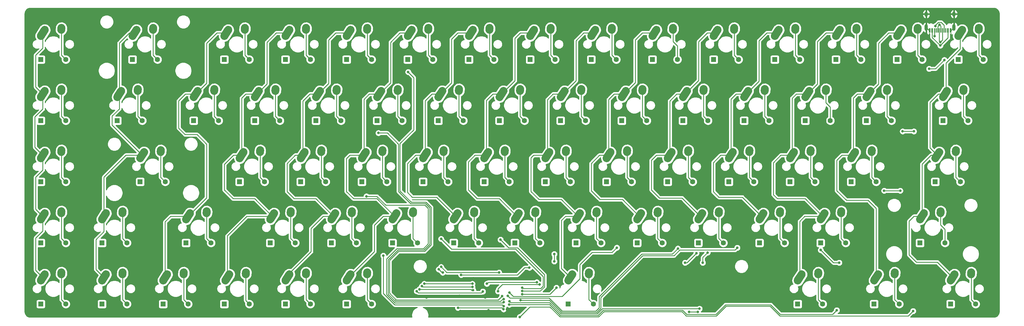
<source format=gtl>
%TF.GenerationSoftware,KiCad,Pcbnew,(5.1.10)-1*%
%TF.CreationDate,2021-09-30T15:06:51-04:00*%
%TF.ProjectId,keyboard,6b657962-6f61-4726-942e-6b696361645f,rev?*%
%TF.SameCoordinates,Original*%
%TF.FileFunction,Copper,L1,Top*%
%TF.FilePolarity,Positive*%
%FSLAX46Y46*%
G04 Gerber Fmt 4.6, Leading zero omitted, Abs format (unit mm)*
G04 Created by KiCad (PCBNEW (5.1.10)-1) date 2021-09-30 15:06:51*
%MOMM*%
%LPD*%
G01*
G04 APERTURE LIST*
%TA.AperFunction,ComponentPad*%
%ADD10O,1.000000X1.600000*%
%TD*%
%TA.AperFunction,ComponentPad*%
%ADD11O,1.000000X2.100000*%
%TD*%
%TA.AperFunction,SMDPad,CuDef*%
%ADD12R,0.300000X1.450000*%
%TD*%
%TA.AperFunction,SMDPad,CuDef*%
%ADD13R,0.600000X1.450000*%
%TD*%
%TA.AperFunction,ComponentPad*%
%ADD14R,1.600000X1.600000*%
%TD*%
%TA.AperFunction,ComponentPad*%
%ADD15C,1.600000*%
%TD*%
%TA.AperFunction,ViaPad*%
%ADD16C,0.800000*%
%TD*%
%TA.AperFunction,Conductor*%
%ADD17C,0.250000*%
%TD*%
%TA.AperFunction,Conductor*%
%ADD18C,0.254000*%
%TD*%
%TA.AperFunction,Conductor*%
%ADD19C,0.100000*%
%TD*%
G04 APERTURE END LIST*
%TO.P,K6,2*%
%TO.N,Net-(D6-Pad2)*%
%TA.AperFunction,ComponentPad*%
G36*
G01*
X336414076Y-66256526D02*
X336453524Y-65677870D01*
G75*
G02*
X337785648Y-64515784I1247105J-85019D01*
G01*
X337785648Y-64515784D01*
G75*
G02*
X338947734Y-65847908I-85019J-1247105D01*
G01*
X338908286Y-66426564D01*
G75*
G02*
X337576162Y-67588650I-1247105J85019D01*
G01*
X337576162Y-67588650D01*
G75*
G02*
X336414076Y-66256526I85019J1247105D01*
G01*
G37*
%TD.AperFunction*%
%TO.P,K6,1*%
%TO.N,/col1*%
%TA.AperFunction,ComponentPad*%
G36*
G01*
X330247204Y-67599407D02*
X331456128Y-65701777D01*
G75*
G02*
X333181992Y-65319163I1054239J-671625D01*
G01*
X333181992Y-65319163D01*
G75*
G02*
X333564606Y-67045027I-671625J-1054239D01*
G01*
X332355682Y-68942657D01*
G75*
G02*
X330629818Y-69325271I-1054239J671625D01*
G01*
X330629818Y-69325271D01*
G75*
G02*
X330247204Y-67599407I671625J1054239D01*
G01*
G37*
%TD.AperFunction*%
%TD*%
D10*
%TO.P,J1,S1*%
%TO.N,+5V*%
X340366227Y-61457865D03*
X349006227Y-61457865D03*
D11*
X349006227Y-65637865D03*
X340366227Y-65637865D03*
D12*
%TO.P,J1,A6*%
%TO.N,Net-(J1-PadA6)*%
X344936227Y-66552865D03*
%TO.P,J1,B5*%
%TO.N,Net-(J1-PadB5)*%
X342936227Y-66552865D03*
%TO.P,J1,A8*%
%TO.N,Net-(J1-PadA8)*%
X343436227Y-66552865D03*
%TO.P,J1,B6*%
%TO.N,Net-(J1-PadA6)*%
X343936227Y-66552865D03*
%TO.P,J1,A7*%
%TO.N,Net-(J1-PadA7)*%
X344436227Y-66552865D03*
%TO.P,J1,B7*%
X345436227Y-66552865D03*
%TO.P,J1,A5*%
%TO.N,Net-(J1-PadA5)*%
X345936227Y-66552865D03*
%TO.P,J1,B8*%
%TO.N,Net-(J1-PadB8)*%
X346436227Y-66552865D03*
D13*
%TO.P,J1,A12*%
%TO.N,+5V*%
X341436227Y-66552865D03*
%TO.P,J1,B4*%
%TO.N,VCC*%
X342236227Y-66552865D03*
%TO.P,J1,A4*%
X347136227Y-66552865D03*
%TO.P,J1,A1*%
%TO.N,+5V*%
X347936227Y-66552865D03*
%TO.P,J1,B12*%
X347936227Y-66552865D03*
%TO.P,J1,B9*%
%TO.N,VCC*%
X347136227Y-66552865D03*
%TO.P,J1,A9*%
X342236227Y-66552865D03*
%TO.P,J1,B1*%
%TO.N,+5V*%
X341436227Y-66552865D03*
%TD*%
D14*
%TO.P,D43,1*%
%TO.N,/row3*%
X174098405Y-132754717D03*
D15*
%TO.P,D43,2*%
%TO.N,Net-(D43-Pad2)*%
X181898405Y-132754717D03*
%TD*%
%TO.P,D42,2*%
%TO.N,Net-(D42-Pad2)*%
X172373405Y-113704717D03*
D14*
%TO.P,D42,1*%
%TO.N,/row2*%
X164573405Y-113704717D03*
%TD*%
%TO.P,D40,1*%
%TO.N,/row0*%
X178860905Y-75604717D03*
D15*
%TO.P,D40,2*%
%TO.N,Net-(D40-Pad2)*%
X186660905Y-75604717D03*
%TD*%
D14*
%TO.P,D37,1*%
%TO.N,/row1*%
X188385905Y-94654717D03*
D15*
%TO.P,D37,2*%
%TO.N,Net-(D37-Pad2)*%
X196185905Y-94654717D03*
%TD*%
%TO.P,D36,2*%
%TO.N,Net-(D36-Pad2)*%
X205710905Y-75604717D03*
D14*
%TO.P,D36,1*%
%TO.N,/row0*%
X197910905Y-75604717D03*
%TD*%
D15*
%TO.P,D35,2*%
%TO.N,Net-(D35-Pad2)*%
X219998405Y-132754717D03*
D14*
%TO.P,D35,1*%
%TO.N,/row3*%
X212198405Y-132754717D03*
%TD*%
D15*
%TO.P,D48,2*%
%TO.N,Net-(D48-Pad2)*%
X162848405Y-132754717D03*
D14*
%TO.P,D48,1*%
%TO.N,/row3*%
X155048405Y-132754717D03*
%TD*%
D15*
%TO.P,D34,2*%
%TO.N,Net-(D34-Pad2)*%
X210473405Y-113704717D03*
D14*
%TO.P,D34,1*%
%TO.N,/row2*%
X202673405Y-113704717D03*
%TD*%
D15*
%TO.P,D50,2*%
%TO.N,Net-(D50-Pad2)*%
X148560905Y-75604717D03*
D14*
%TO.P,D50,1*%
%TO.N,/row0*%
X140760905Y-75604717D03*
%TD*%
D15*
%TO.P,D49,2*%
%TO.N,Net-(D49-Pad2)*%
X148560905Y-151804717D03*
D14*
%TO.P,D49,1*%
%TO.N,/row4*%
X140760905Y-151804717D03*
%TD*%
%TO.P,D45,1*%
%TO.N,/row0*%
X159810905Y-75604717D03*
D15*
%TO.P,D45,2*%
%TO.N,Net-(D45-Pad2)*%
X167610905Y-75604717D03*
%TD*%
D14*
%TO.P,D47,1*%
%TO.N,/row2*%
X145523405Y-113704717D03*
D15*
%TO.P,D47,2*%
%TO.N,Net-(D47-Pad2)*%
X153323405Y-113704717D03*
%TD*%
%TO.P,D46,2*%
%TO.N,Net-(D46-Pad2)*%
X158085905Y-94654717D03*
D14*
%TO.P,D46,1*%
%TO.N,/row1*%
X150285905Y-94654717D03*
%TD*%
D15*
%TO.P,D44,2*%
%TO.N,Net-(D44-Pad2)*%
X167610905Y-151804717D03*
D14*
%TO.P,D44,1*%
%TO.N,/row4*%
X159810905Y-151804717D03*
%TD*%
%TO.P,D41,1*%
%TO.N,/row1*%
X169335905Y-94654717D03*
D15*
%TO.P,D41,2*%
%TO.N,Net-(D41-Pad2)*%
X177135905Y-94654717D03*
%TD*%
%TO.P,D39,2*%
%TO.N,Net-(D39-Pad2)*%
X200948405Y-132754717D03*
D14*
%TO.P,D39,1*%
%TO.N,/row3*%
X193148405Y-132754717D03*
%TD*%
D15*
%TO.P,D38,2*%
%TO.N,Net-(D38-Pad2)*%
X191423405Y-113704717D03*
D14*
%TO.P,D38,1*%
%TO.N,/row2*%
X183623405Y-113704717D03*
%TD*%
%TO.P,D33,1*%
%TO.N,/row1*%
X207435905Y-94654717D03*
D15*
%TO.P,D33,2*%
%TO.N,Net-(D33-Pad2)*%
X215235905Y-94654717D03*
%TD*%
D14*
%TO.P,D2,1*%
%TO.N,/row1*%
X345548405Y-94654717D03*
D15*
%TO.P,D2,2*%
%TO.N,Net-(D2-Pad2)*%
X353348405Y-94654717D03*
%TD*%
D14*
%TO.P,D1,1*%
%TO.N,/row0*%
X350310905Y-75604717D03*
D15*
%TO.P,D1,2*%
%TO.N,Net-(D1-Pad2)*%
X358110905Y-75604717D03*
%TD*%
D14*
%TO.P,D4,1*%
%TO.N,/row3*%
X338404655Y-132754717D03*
D15*
%TO.P,D4,2*%
%TO.N,Net-(D4-Pad2)*%
X346204655Y-132754717D03*
%TD*%
%TO.P,D5,2*%
%TO.N,Net-(D5-Pad2)*%
X355729655Y-151804717D03*
D14*
%TO.P,D5,1*%
%TO.N,/row4*%
X347929655Y-151804717D03*
%TD*%
D15*
%TO.P,D3,2*%
%TO.N,Net-(D3-Pad2)*%
X350967155Y-113704717D03*
D14*
%TO.P,D3,1*%
%TO.N,/row2*%
X343167155Y-113704717D03*
%TD*%
%TO.P,D23,1*%
%TO.N,/row0*%
X255060905Y-75604717D03*
D15*
%TO.P,D23,2*%
%TO.N,Net-(D23-Pad2)*%
X262860905Y-75604717D03*
%TD*%
%TO.P,D31,2*%
%TO.N,Net-(D31-Pad2)*%
X236667155Y-151804717D03*
D14*
%TO.P,D31,1*%
%TO.N,/row4*%
X228867155Y-151804717D03*
%TD*%
%TO.P,D30,1*%
%TO.N,/row3*%
X231248405Y-132754717D03*
D15*
%TO.P,D30,2*%
%TO.N,Net-(D30-Pad2)*%
X239048405Y-132754717D03*
%TD*%
D14*
%TO.P,D29,1*%
%TO.N,/row2*%
X221723405Y-113704717D03*
D15*
%TO.P,D29,2*%
%TO.N,Net-(D29-Pad2)*%
X229523405Y-113704717D03*
%TD*%
D14*
%TO.P,D28,1*%
%TO.N,/row1*%
X226485905Y-94654717D03*
D15*
%TO.P,D28,2*%
%TO.N,Net-(D28-Pad2)*%
X234285905Y-94654717D03*
%TD*%
D14*
%TO.P,D19,1*%
%TO.N,/row0*%
X274110905Y-75604717D03*
D15*
%TO.P,D19,2*%
%TO.N,Net-(D19-Pad2)*%
X281910905Y-75604717D03*
%TD*%
D14*
%TO.P,D27,1*%
%TO.N,/row0*%
X236010905Y-75604717D03*
D15*
%TO.P,D27,2*%
%TO.N,Net-(D27-Pad2)*%
X243810905Y-75604717D03*
%TD*%
%TO.P,D26,2*%
%TO.N,Net-(D26-Pad2)*%
X258098405Y-132754717D03*
D14*
%TO.P,D26,1*%
%TO.N,/row3*%
X250298405Y-132754717D03*
%TD*%
%TO.P,D24,1*%
%TO.N,/row1*%
X245535905Y-94654717D03*
D15*
%TO.P,D24,2*%
%TO.N,Net-(D24-Pad2)*%
X253335905Y-94654717D03*
%TD*%
%TO.P,D22,2*%
%TO.N,Net-(D22-Pad2)*%
X277148405Y-132754717D03*
D14*
%TO.P,D22,1*%
%TO.N,/row3*%
X269348405Y-132754717D03*
%TD*%
D15*
%TO.P,D16,2*%
%TO.N,Net-(D16-Pad2)*%
X291435905Y-94654717D03*
D14*
%TO.P,D16,1*%
%TO.N,/row1*%
X283635905Y-94654717D03*
%TD*%
D15*
%TO.P,D15,2*%
%TO.N,Net-(D15-Pad2)*%
X300960905Y-75604717D03*
D14*
%TO.P,D15,1*%
%TO.N,/row0*%
X293160905Y-75604717D03*
%TD*%
D15*
%TO.P,D18,2*%
%TO.N,Net-(D18-Pad2)*%
X296198405Y-132754717D03*
D14*
%TO.P,D18,1*%
%TO.N,/row3*%
X288398405Y-132754717D03*
%TD*%
D15*
%TO.P,D21,2*%
%TO.N,Net-(D21-Pad2)*%
X267623405Y-113704717D03*
D14*
%TO.P,D21,1*%
%TO.N,/row2*%
X259823405Y-113704717D03*
%TD*%
%TO.P,D20,1*%
%TO.N,/row1*%
X264585905Y-94654717D03*
D15*
%TO.P,D20,2*%
%TO.N,Net-(D20-Pad2)*%
X272385905Y-94654717D03*
%TD*%
D14*
%TO.P,D17,1*%
%TO.N,/row2*%
X278873405Y-113704717D03*
D15*
%TO.P,D17,2*%
%TO.N,Net-(D17-Pad2)*%
X286673405Y-113704717D03*
%TD*%
D14*
%TO.P,D32,1*%
%TO.N,/row0*%
X216960905Y-75604717D03*
D15*
%TO.P,D32,2*%
%TO.N,Net-(D32-Pad2)*%
X224760905Y-75604717D03*
%TD*%
%TO.P,D25,2*%
%TO.N,Net-(D25-Pad2)*%
X248573405Y-113704717D03*
D14*
%TO.P,D25,1*%
%TO.N,/row2*%
X240773405Y-113704717D03*
%TD*%
%TO.P,D55,1*%
%TO.N,/row0*%
X121710905Y-75604717D03*
D15*
%TO.P,D55,2*%
%TO.N,Net-(D55-Pad2)*%
X129510905Y-75604717D03*
%TD*%
%TO.P,D53,2*%
%TO.N,Net-(D53-Pad2)*%
X143798405Y-132754717D03*
D14*
%TO.P,D53,1*%
%TO.N,/row3*%
X135998405Y-132754717D03*
%TD*%
D15*
%TO.P,D63,2*%
%TO.N,Net-(D63-Pad2)*%
X91410905Y-151804717D03*
D14*
%TO.P,D63,1*%
%TO.N,/row4*%
X83610905Y-151804717D03*
%TD*%
D15*
%TO.P,D65,2*%
%TO.N,Net-(D65-Pad2)*%
X72360905Y-94654717D03*
D14*
%TO.P,D65,1*%
%TO.N,/row1*%
X64560905Y-94654717D03*
%TD*%
%TO.P,D68,1*%
%TO.N,/row4*%
X64560905Y-151804717D03*
D15*
%TO.P,D68,2*%
%TO.N,Net-(D68-Pad2)*%
X72360905Y-151804717D03*
%TD*%
D14*
%TO.P,D61,1*%
%TO.N,/row2*%
X95517155Y-113704717D03*
D15*
%TO.P,D61,2*%
%TO.N,Net-(D61-Pad2)*%
X103317155Y-113704717D03*
%TD*%
D14*
%TO.P,D62,1*%
%TO.N,/row3*%
X83610905Y-132754717D03*
D15*
%TO.P,D62,2*%
%TO.N,Net-(D62-Pad2)*%
X91410905Y-132754717D03*
%TD*%
D14*
%TO.P,D51,1*%
%TO.N,/row1*%
X131235905Y-94654717D03*
D15*
%TO.P,D51,2*%
%TO.N,Net-(D51-Pad2)*%
X139035905Y-94654717D03*
%TD*%
D14*
%TO.P,D56,1*%
%TO.N,/row1*%
X112185905Y-94654717D03*
D15*
%TO.P,D56,2*%
%TO.N,Net-(D56-Pad2)*%
X119985905Y-94654717D03*
%TD*%
%TO.P,D57,2*%
%TO.N,Net-(D57-Pad2)*%
X117604655Y-132754717D03*
D14*
%TO.P,D57,1*%
%TO.N,/row3*%
X109804655Y-132754717D03*
%TD*%
D15*
%TO.P,D60,2*%
%TO.N,Net-(D60-Pad2)*%
X96173405Y-94654717D03*
D14*
%TO.P,D60,1*%
%TO.N,/row1*%
X88373405Y-94654717D03*
%TD*%
D15*
%TO.P,D54,2*%
%TO.N,Net-(D54-Pad2)*%
X129510905Y-151804717D03*
D14*
%TO.P,D54,1*%
%TO.N,/row4*%
X121710905Y-151804717D03*
%TD*%
%TO.P,D59,1*%
%TO.N,/row0*%
X93135905Y-75604717D03*
D15*
%TO.P,D59,2*%
%TO.N,Net-(D59-Pad2)*%
X100935905Y-75604717D03*
%TD*%
D14*
%TO.P,D64,1*%
%TO.N,/row0*%
X64560905Y-75604717D03*
D15*
%TO.P,D64,2*%
%TO.N,Net-(D64-Pad2)*%
X72360905Y-75604717D03*
%TD*%
%TO.P,D67,2*%
%TO.N,Net-(D67-Pad2)*%
X72360905Y-132754717D03*
D14*
%TO.P,D67,1*%
%TO.N,/row3*%
X64560905Y-132754717D03*
%TD*%
D15*
%TO.P,D52,2*%
%TO.N,Net-(D52-Pad2)*%
X134273405Y-113704717D03*
D14*
%TO.P,D52,1*%
%TO.N,/row2*%
X126473405Y-113704717D03*
%TD*%
%TO.P,D66,1*%
%TO.N,/row2*%
X64560905Y-113704717D03*
D15*
%TO.P,D66,2*%
%TO.N,Net-(D66-Pad2)*%
X72360905Y-113704717D03*
%TD*%
D14*
%TO.P,D58,1*%
%TO.N,/row4*%
X102660905Y-151804717D03*
D15*
%TO.P,D58,2*%
%TO.N,Net-(D58-Pad2)*%
X110460905Y-151804717D03*
%TD*%
D14*
%TO.P,D10,1*%
%TO.N,/row0*%
X312210905Y-75604717D03*
D15*
%TO.P,D10,2*%
%TO.N,Net-(D10-Pad2)*%
X320010905Y-75604717D03*
%TD*%
%TO.P,D8,2*%
%TO.N,Net-(D8-Pad2)*%
X324773405Y-113704717D03*
D14*
%TO.P,D8,1*%
%TO.N,/row2*%
X316973405Y-113704717D03*
%TD*%
%TO.P,D6,1*%
%TO.N,/row0*%
X331260905Y-75604717D03*
D15*
%TO.P,D6,2*%
%TO.N,Net-(D6-Pad2)*%
X339060905Y-75604717D03*
%TD*%
D14*
%TO.P,D14,1*%
%TO.N,/row4*%
X300304655Y-151804717D03*
D15*
%TO.P,D14,2*%
%TO.N,Net-(D14-Pad2)*%
X308104655Y-151804717D03*
%TD*%
%TO.P,D13,2*%
%TO.N,Net-(D13-Pad2)*%
X315248405Y-132754717D03*
D14*
%TO.P,D13,1*%
%TO.N,/row3*%
X307448405Y-132754717D03*
%TD*%
%TO.P,D12,1*%
%TO.N,/row2*%
X297923405Y-113704717D03*
D15*
%TO.P,D12,2*%
%TO.N,Net-(D12-Pad2)*%
X305723405Y-113704717D03*
%TD*%
%TO.P,D7,2*%
%TO.N,Net-(D7-Pad2)*%
X329535905Y-94654717D03*
D14*
%TO.P,D7,1*%
%TO.N,/row1*%
X321735905Y-94654717D03*
%TD*%
D15*
%TO.P,D9,2*%
%TO.N,Net-(D9-Pad2)*%
X331917155Y-151804717D03*
D14*
%TO.P,D9,1*%
%TO.N,/row4*%
X324117155Y-151804717D03*
%TD*%
D15*
%TO.P,D11,2*%
%TO.N,Net-(D11-Pad2)*%
X310485905Y-94654717D03*
D14*
%TO.P,D11,1*%
%TO.N,/row1*%
X302685905Y-94654717D03*
%TD*%
%TO.P,K1,1*%
%TO.N,/col0*%
%TA.AperFunction,ComponentPad*%
G36*
G01*
X349297204Y-67599407D02*
X350506128Y-65701777D01*
G75*
G02*
X352231992Y-65319163I1054239J-671625D01*
G01*
X352231992Y-65319163D01*
G75*
G02*
X352614606Y-67045027I-671625J-1054239D01*
G01*
X351405682Y-68942657D01*
G75*
G02*
X349679818Y-69325271I-1054239J671625D01*
G01*
X349679818Y-69325271D01*
G75*
G02*
X349297204Y-67599407I671625J1054239D01*
G01*
G37*
%TD.AperFunction*%
%TO.P,K1,2*%
%TO.N,Net-(D1-Pad2)*%
%TA.AperFunction,ComponentPad*%
G36*
G01*
X355464076Y-66256526D02*
X355503524Y-65677870D01*
G75*
G02*
X356835648Y-64515784I1247105J-85019D01*
G01*
X356835648Y-64515784D01*
G75*
G02*
X357997734Y-65847908I-85019J-1247105D01*
G01*
X357958286Y-66426564D01*
G75*
G02*
X356626162Y-67588650I-1247105J85019D01*
G01*
X356626162Y-67588650D01*
G75*
G02*
X355464076Y-66256526I85019J1247105D01*
G01*
G37*
%TD.AperFunction*%
%TD*%
%TO.P,K2,1*%
%TO.N,/col0*%
%TA.AperFunction,ComponentPad*%
G36*
G01*
X344534704Y-86649407D02*
X345743628Y-84751777D01*
G75*
G02*
X347469492Y-84369163I1054239J-671625D01*
G01*
X347469492Y-84369163D01*
G75*
G02*
X347852106Y-86095027I-671625J-1054239D01*
G01*
X346643182Y-87992657D01*
G75*
G02*
X344917318Y-88375271I-1054239J671625D01*
G01*
X344917318Y-88375271D01*
G75*
G02*
X344534704Y-86649407I671625J1054239D01*
G01*
G37*
%TD.AperFunction*%
%TO.P,K2,2*%
%TO.N,Net-(D2-Pad2)*%
%TA.AperFunction,ComponentPad*%
G36*
G01*
X350701576Y-85306526D02*
X350741024Y-84727870D01*
G75*
G02*
X352073148Y-83565784I1247105J-85019D01*
G01*
X352073148Y-83565784D01*
G75*
G02*
X353235234Y-84897908I-85019J-1247105D01*
G01*
X353195786Y-85476564D01*
G75*
G02*
X351863662Y-86638650I-1247105J85019D01*
G01*
X351863662Y-86638650D01*
G75*
G02*
X350701576Y-85306526I85019J1247105D01*
G01*
G37*
%TD.AperFunction*%
%TD*%
%TO.P,K3,2*%
%TO.N,Net-(D3-Pad2)*%
%TA.AperFunction,ComponentPad*%
G36*
G01*
X348320326Y-104356526D02*
X348359774Y-103777870D01*
G75*
G02*
X349691898Y-102615784I1247105J-85019D01*
G01*
X349691898Y-102615784D01*
G75*
G02*
X350853984Y-103947908I-85019J-1247105D01*
G01*
X350814536Y-104526564D01*
G75*
G02*
X349482412Y-105688650I-1247105J85019D01*
G01*
X349482412Y-105688650D01*
G75*
G02*
X348320326Y-104356526I85019J1247105D01*
G01*
G37*
%TD.AperFunction*%
%TO.P,K3,1*%
%TO.N,/col0*%
%TA.AperFunction,ComponentPad*%
G36*
G01*
X342153454Y-105699407D02*
X343362378Y-103801777D01*
G75*
G02*
X345088242Y-103419163I1054239J-671625D01*
G01*
X345088242Y-103419163D01*
G75*
G02*
X345470856Y-105145027I-671625J-1054239D01*
G01*
X344261932Y-107042657D01*
G75*
G02*
X342536068Y-107425271I-1054239J671625D01*
G01*
X342536068Y-107425271D01*
G75*
G02*
X342153454Y-105699407I671625J1054239D01*
G01*
G37*
%TD.AperFunction*%
%TD*%
%TO.P,K4,2*%
%TO.N,Net-(D4-Pad2)*%
%TA.AperFunction,ComponentPad*%
G36*
G01*
X343557826Y-123406526D02*
X343597274Y-122827870D01*
G75*
G02*
X344929398Y-121665784I1247105J-85019D01*
G01*
X344929398Y-121665784D01*
G75*
G02*
X346091484Y-122997908I-85019J-1247105D01*
G01*
X346052036Y-123576564D01*
G75*
G02*
X344719912Y-124738650I-1247105J85019D01*
G01*
X344719912Y-124738650D01*
G75*
G02*
X343557826Y-123406526I85019J1247105D01*
G01*
G37*
%TD.AperFunction*%
%TO.P,K4,1*%
%TO.N,/col0*%
%TA.AperFunction,ComponentPad*%
G36*
G01*
X337390954Y-124749407D02*
X338599878Y-122851777D01*
G75*
G02*
X340325742Y-122469163I1054239J-671625D01*
G01*
X340325742Y-122469163D01*
G75*
G02*
X340708356Y-124195027I-671625J-1054239D01*
G01*
X339499432Y-126092657D01*
G75*
G02*
X337773568Y-126475271I-1054239J671625D01*
G01*
X337773568Y-126475271D01*
G75*
G02*
X337390954Y-124749407I671625J1054239D01*
G01*
G37*
%TD.AperFunction*%
%TD*%
%TO.P,K5,1*%
%TO.N,/col0*%
%TA.AperFunction,ComponentPad*%
G36*
G01*
X346915954Y-143799407D02*
X348124878Y-141901777D01*
G75*
G02*
X349850742Y-141519163I1054239J-671625D01*
G01*
X349850742Y-141519163D01*
G75*
G02*
X350233356Y-143245027I-671625J-1054239D01*
G01*
X349024432Y-145142657D01*
G75*
G02*
X347298568Y-145525271I-1054239J671625D01*
G01*
X347298568Y-145525271D01*
G75*
G02*
X346915954Y-143799407I671625J1054239D01*
G01*
G37*
%TD.AperFunction*%
%TO.P,K5,2*%
%TO.N,Net-(D5-Pad2)*%
%TA.AperFunction,ComponentPad*%
G36*
G01*
X353082826Y-142456526D02*
X353122274Y-141877870D01*
G75*
G02*
X354454398Y-140715784I1247105J-85019D01*
G01*
X354454398Y-140715784D01*
G75*
G02*
X355616484Y-142047908I-85019J-1247105D01*
G01*
X355577036Y-142626564D01*
G75*
G02*
X354244912Y-143788650I-1247105J85019D01*
G01*
X354244912Y-143788650D01*
G75*
G02*
X353082826Y-142456526I85019J1247105D01*
G01*
G37*
%TD.AperFunction*%
%TD*%
%TO.P,K7,1*%
%TO.N,/col1*%
%TA.AperFunction,ComponentPad*%
G36*
G01*
X320722204Y-86649407D02*
X321931128Y-84751777D01*
G75*
G02*
X323656992Y-84369163I1054239J-671625D01*
G01*
X323656992Y-84369163D01*
G75*
G02*
X324039606Y-86095027I-671625J-1054239D01*
G01*
X322830682Y-87992657D01*
G75*
G02*
X321104818Y-88375271I-1054239J671625D01*
G01*
X321104818Y-88375271D01*
G75*
G02*
X320722204Y-86649407I671625J1054239D01*
G01*
G37*
%TD.AperFunction*%
%TO.P,K7,2*%
%TO.N,Net-(D7-Pad2)*%
%TA.AperFunction,ComponentPad*%
G36*
G01*
X326889076Y-85306526D02*
X326928524Y-84727870D01*
G75*
G02*
X328260648Y-83565784I1247105J-85019D01*
G01*
X328260648Y-83565784D01*
G75*
G02*
X329422734Y-84897908I-85019J-1247105D01*
G01*
X329383286Y-85476564D01*
G75*
G02*
X328051162Y-86638650I-1247105J85019D01*
G01*
X328051162Y-86638650D01*
G75*
G02*
X326889076Y-85306526I85019J1247105D01*
G01*
G37*
%TD.AperFunction*%
%TD*%
%TO.P,K8,2*%
%TO.N,Net-(D8-Pad2)*%
%TA.AperFunction,ComponentPad*%
G36*
G01*
X322126576Y-104356526D02*
X322166024Y-103777870D01*
G75*
G02*
X323498148Y-102615784I1247105J-85019D01*
G01*
X323498148Y-102615784D01*
G75*
G02*
X324660234Y-103947908I-85019J-1247105D01*
G01*
X324620786Y-104526564D01*
G75*
G02*
X323288662Y-105688650I-1247105J85019D01*
G01*
X323288662Y-105688650D01*
G75*
G02*
X322126576Y-104356526I85019J1247105D01*
G01*
G37*
%TD.AperFunction*%
%TO.P,K8,1*%
%TO.N,/col1*%
%TA.AperFunction,ComponentPad*%
G36*
G01*
X315959704Y-105699407D02*
X317168628Y-103801777D01*
G75*
G02*
X318894492Y-103419163I1054239J-671625D01*
G01*
X318894492Y-103419163D01*
G75*
G02*
X319277106Y-105145027I-671625J-1054239D01*
G01*
X318068182Y-107042657D01*
G75*
G02*
X316342318Y-107425271I-1054239J671625D01*
G01*
X316342318Y-107425271D01*
G75*
G02*
X315959704Y-105699407I671625J1054239D01*
G01*
G37*
%TD.AperFunction*%
%TD*%
%TO.P,K9,1*%
%TO.N,/col1*%
%TA.AperFunction,ComponentPad*%
G36*
G01*
X323103454Y-143799407D02*
X324312378Y-141901777D01*
G75*
G02*
X326038242Y-141519163I1054239J-671625D01*
G01*
X326038242Y-141519163D01*
G75*
G02*
X326420856Y-143245027I-671625J-1054239D01*
G01*
X325211932Y-145142657D01*
G75*
G02*
X323486068Y-145525271I-1054239J671625D01*
G01*
X323486068Y-145525271D01*
G75*
G02*
X323103454Y-143799407I671625J1054239D01*
G01*
G37*
%TD.AperFunction*%
%TO.P,K9,2*%
%TO.N,Net-(D9-Pad2)*%
%TA.AperFunction,ComponentPad*%
G36*
G01*
X329270326Y-142456526D02*
X329309774Y-141877870D01*
G75*
G02*
X330641898Y-140715784I1247105J-85019D01*
G01*
X330641898Y-140715784D01*
G75*
G02*
X331803984Y-142047908I-85019J-1247105D01*
G01*
X331764536Y-142626564D01*
G75*
G02*
X330432412Y-143788650I-1247105J85019D01*
G01*
X330432412Y-143788650D01*
G75*
G02*
X329270326Y-142456526I85019J1247105D01*
G01*
G37*
%TD.AperFunction*%
%TD*%
%TO.P,K10,1*%
%TO.N,/col2*%
%TA.AperFunction,ComponentPad*%
G36*
G01*
X311197204Y-67599407D02*
X312406128Y-65701777D01*
G75*
G02*
X314131992Y-65319163I1054239J-671625D01*
G01*
X314131992Y-65319163D01*
G75*
G02*
X314514606Y-67045027I-671625J-1054239D01*
G01*
X313305682Y-68942657D01*
G75*
G02*
X311579818Y-69325271I-1054239J671625D01*
G01*
X311579818Y-69325271D01*
G75*
G02*
X311197204Y-67599407I671625J1054239D01*
G01*
G37*
%TD.AperFunction*%
%TO.P,K10,2*%
%TO.N,Net-(D10-Pad2)*%
%TA.AperFunction,ComponentPad*%
G36*
G01*
X317364076Y-66256526D02*
X317403524Y-65677870D01*
G75*
G02*
X318735648Y-64515784I1247105J-85019D01*
G01*
X318735648Y-64515784D01*
G75*
G02*
X319897734Y-65847908I-85019J-1247105D01*
G01*
X319858286Y-66426564D01*
G75*
G02*
X318526162Y-67588650I-1247105J85019D01*
G01*
X318526162Y-67588650D01*
G75*
G02*
X317364076Y-66256526I85019J1247105D01*
G01*
G37*
%TD.AperFunction*%
%TD*%
%TO.P,K11,2*%
%TO.N,Net-(D11-Pad2)*%
%TA.AperFunction,ComponentPad*%
G36*
G01*
X307839076Y-85306526D02*
X307878524Y-84727870D01*
G75*
G02*
X309210648Y-83565784I1247105J-85019D01*
G01*
X309210648Y-83565784D01*
G75*
G02*
X310372734Y-84897908I-85019J-1247105D01*
G01*
X310333286Y-85476564D01*
G75*
G02*
X309001162Y-86638650I-1247105J85019D01*
G01*
X309001162Y-86638650D01*
G75*
G02*
X307839076Y-85306526I85019J1247105D01*
G01*
G37*
%TD.AperFunction*%
%TO.P,K11,1*%
%TO.N,/col2*%
%TA.AperFunction,ComponentPad*%
G36*
G01*
X301672204Y-86649407D02*
X302881128Y-84751777D01*
G75*
G02*
X304606992Y-84369163I1054239J-671625D01*
G01*
X304606992Y-84369163D01*
G75*
G02*
X304989606Y-86095027I-671625J-1054239D01*
G01*
X303780682Y-87992657D01*
G75*
G02*
X302054818Y-88375271I-1054239J671625D01*
G01*
X302054818Y-88375271D01*
G75*
G02*
X301672204Y-86649407I671625J1054239D01*
G01*
G37*
%TD.AperFunction*%
%TD*%
%TO.P,K12,1*%
%TO.N,/col2*%
%TA.AperFunction,ComponentPad*%
G36*
G01*
X296909704Y-105699407D02*
X298118628Y-103801777D01*
G75*
G02*
X299844492Y-103419163I1054239J-671625D01*
G01*
X299844492Y-103419163D01*
G75*
G02*
X300227106Y-105145027I-671625J-1054239D01*
G01*
X299018182Y-107042657D01*
G75*
G02*
X297292318Y-107425271I-1054239J671625D01*
G01*
X297292318Y-107425271D01*
G75*
G02*
X296909704Y-105699407I671625J1054239D01*
G01*
G37*
%TD.AperFunction*%
%TO.P,K12,2*%
%TO.N,Net-(D12-Pad2)*%
%TA.AperFunction,ComponentPad*%
G36*
G01*
X303076576Y-104356526D02*
X303116024Y-103777870D01*
G75*
G02*
X304448148Y-102615784I1247105J-85019D01*
G01*
X304448148Y-102615784D01*
G75*
G02*
X305610234Y-103947908I-85019J-1247105D01*
G01*
X305570786Y-104526564D01*
G75*
G02*
X304238662Y-105688650I-1247105J85019D01*
G01*
X304238662Y-105688650D01*
G75*
G02*
X303076576Y-104356526I85019J1247105D01*
G01*
G37*
%TD.AperFunction*%
%TD*%
%TO.P,K13,2*%
%TO.N,Net-(D13-Pad2)*%
%TA.AperFunction,ComponentPad*%
G36*
G01*
X312601576Y-123406526D02*
X312641024Y-122827870D01*
G75*
G02*
X313973148Y-121665784I1247105J-85019D01*
G01*
X313973148Y-121665784D01*
G75*
G02*
X315135234Y-122997908I-85019J-1247105D01*
G01*
X315095786Y-123576564D01*
G75*
G02*
X313763662Y-124738650I-1247105J85019D01*
G01*
X313763662Y-124738650D01*
G75*
G02*
X312601576Y-123406526I85019J1247105D01*
G01*
G37*
%TD.AperFunction*%
%TO.P,K13,1*%
%TO.N,/col2*%
%TA.AperFunction,ComponentPad*%
G36*
G01*
X306434704Y-124749407D02*
X307643628Y-122851777D01*
G75*
G02*
X309369492Y-122469163I1054239J-671625D01*
G01*
X309369492Y-122469163D01*
G75*
G02*
X309752106Y-124195027I-671625J-1054239D01*
G01*
X308543182Y-126092657D01*
G75*
G02*
X306817318Y-126475271I-1054239J671625D01*
G01*
X306817318Y-126475271D01*
G75*
G02*
X306434704Y-124749407I671625J1054239D01*
G01*
G37*
%TD.AperFunction*%
%TD*%
%TO.P,K14,2*%
%TO.N,Net-(D14-Pad2)*%
%TA.AperFunction,ComponentPad*%
G36*
G01*
X305457826Y-142456526D02*
X305497274Y-141877870D01*
G75*
G02*
X306829398Y-140715784I1247105J-85019D01*
G01*
X306829398Y-140715784D01*
G75*
G02*
X307991484Y-142047908I-85019J-1247105D01*
G01*
X307952036Y-142626564D01*
G75*
G02*
X306619912Y-143788650I-1247105J85019D01*
G01*
X306619912Y-143788650D01*
G75*
G02*
X305457826Y-142456526I85019J1247105D01*
G01*
G37*
%TD.AperFunction*%
%TO.P,K14,1*%
%TO.N,/col2*%
%TA.AperFunction,ComponentPad*%
G36*
G01*
X299290954Y-143799407D02*
X300499878Y-141901777D01*
G75*
G02*
X302225742Y-141519163I1054239J-671625D01*
G01*
X302225742Y-141519163D01*
G75*
G02*
X302608356Y-143245027I-671625J-1054239D01*
G01*
X301399432Y-145142657D01*
G75*
G02*
X299673568Y-145525271I-1054239J671625D01*
G01*
X299673568Y-145525271D01*
G75*
G02*
X299290954Y-143799407I671625J1054239D01*
G01*
G37*
%TD.AperFunction*%
%TD*%
%TO.P,K15,2*%
%TO.N,Net-(D15-Pad2)*%
%TA.AperFunction,ComponentPad*%
G36*
G01*
X298314076Y-66256526D02*
X298353524Y-65677870D01*
G75*
G02*
X299685648Y-64515784I1247105J-85019D01*
G01*
X299685648Y-64515784D01*
G75*
G02*
X300847734Y-65847908I-85019J-1247105D01*
G01*
X300808286Y-66426564D01*
G75*
G02*
X299476162Y-67588650I-1247105J85019D01*
G01*
X299476162Y-67588650D01*
G75*
G02*
X298314076Y-66256526I85019J1247105D01*
G01*
G37*
%TD.AperFunction*%
%TO.P,K15,1*%
%TO.N,/col3*%
%TA.AperFunction,ComponentPad*%
G36*
G01*
X292147204Y-67599407D02*
X293356128Y-65701777D01*
G75*
G02*
X295081992Y-65319163I1054239J-671625D01*
G01*
X295081992Y-65319163D01*
G75*
G02*
X295464606Y-67045027I-671625J-1054239D01*
G01*
X294255682Y-68942657D01*
G75*
G02*
X292529818Y-69325271I-1054239J671625D01*
G01*
X292529818Y-69325271D01*
G75*
G02*
X292147204Y-67599407I671625J1054239D01*
G01*
G37*
%TD.AperFunction*%
%TD*%
%TO.P,K16,2*%
%TO.N,Net-(D16-Pad2)*%
%TA.AperFunction,ComponentPad*%
G36*
G01*
X288789076Y-85306526D02*
X288828524Y-84727870D01*
G75*
G02*
X290160648Y-83565784I1247105J-85019D01*
G01*
X290160648Y-83565784D01*
G75*
G02*
X291322734Y-84897908I-85019J-1247105D01*
G01*
X291283286Y-85476564D01*
G75*
G02*
X289951162Y-86638650I-1247105J85019D01*
G01*
X289951162Y-86638650D01*
G75*
G02*
X288789076Y-85306526I85019J1247105D01*
G01*
G37*
%TD.AperFunction*%
%TO.P,K16,1*%
%TO.N,/col3*%
%TA.AperFunction,ComponentPad*%
G36*
G01*
X282622204Y-86649407D02*
X283831128Y-84751777D01*
G75*
G02*
X285556992Y-84369163I1054239J-671625D01*
G01*
X285556992Y-84369163D01*
G75*
G02*
X285939606Y-86095027I-671625J-1054239D01*
G01*
X284730682Y-87992657D01*
G75*
G02*
X283004818Y-88375271I-1054239J671625D01*
G01*
X283004818Y-88375271D01*
G75*
G02*
X282622204Y-86649407I671625J1054239D01*
G01*
G37*
%TD.AperFunction*%
%TD*%
%TO.P,K17,1*%
%TO.N,/col3*%
%TA.AperFunction,ComponentPad*%
G36*
G01*
X277859704Y-105699407D02*
X279068628Y-103801777D01*
G75*
G02*
X280794492Y-103419163I1054239J-671625D01*
G01*
X280794492Y-103419163D01*
G75*
G02*
X281177106Y-105145027I-671625J-1054239D01*
G01*
X279968182Y-107042657D01*
G75*
G02*
X278242318Y-107425271I-1054239J671625D01*
G01*
X278242318Y-107425271D01*
G75*
G02*
X277859704Y-105699407I671625J1054239D01*
G01*
G37*
%TD.AperFunction*%
%TO.P,K17,2*%
%TO.N,Net-(D17-Pad2)*%
%TA.AperFunction,ComponentPad*%
G36*
G01*
X284026576Y-104356526D02*
X284066024Y-103777870D01*
G75*
G02*
X285398148Y-102615784I1247105J-85019D01*
G01*
X285398148Y-102615784D01*
G75*
G02*
X286560234Y-103947908I-85019J-1247105D01*
G01*
X286520786Y-104526564D01*
G75*
G02*
X285188662Y-105688650I-1247105J85019D01*
G01*
X285188662Y-105688650D01*
G75*
G02*
X284026576Y-104356526I85019J1247105D01*
G01*
G37*
%TD.AperFunction*%
%TD*%
%TO.P,K18,2*%
%TO.N,Net-(D18-Pad2)*%
%TA.AperFunction,ComponentPad*%
G36*
G01*
X293551576Y-123406526D02*
X293591024Y-122827870D01*
G75*
G02*
X294923148Y-121665784I1247105J-85019D01*
G01*
X294923148Y-121665784D01*
G75*
G02*
X296085234Y-122997908I-85019J-1247105D01*
G01*
X296045786Y-123576564D01*
G75*
G02*
X294713662Y-124738650I-1247105J85019D01*
G01*
X294713662Y-124738650D01*
G75*
G02*
X293551576Y-123406526I85019J1247105D01*
G01*
G37*
%TD.AperFunction*%
%TO.P,K18,1*%
%TO.N,/col3*%
%TA.AperFunction,ComponentPad*%
G36*
G01*
X287384704Y-124749407D02*
X288593628Y-122851777D01*
G75*
G02*
X290319492Y-122469163I1054239J-671625D01*
G01*
X290319492Y-122469163D01*
G75*
G02*
X290702106Y-124195027I-671625J-1054239D01*
G01*
X289493182Y-126092657D01*
G75*
G02*
X287767318Y-126475271I-1054239J671625D01*
G01*
X287767318Y-126475271D01*
G75*
G02*
X287384704Y-124749407I671625J1054239D01*
G01*
G37*
%TD.AperFunction*%
%TD*%
%TO.P,K19,1*%
%TO.N,/col4*%
%TA.AperFunction,ComponentPad*%
G36*
G01*
X273097204Y-67599407D02*
X274306128Y-65701777D01*
G75*
G02*
X276031992Y-65319163I1054239J-671625D01*
G01*
X276031992Y-65319163D01*
G75*
G02*
X276414606Y-67045027I-671625J-1054239D01*
G01*
X275205682Y-68942657D01*
G75*
G02*
X273479818Y-69325271I-1054239J671625D01*
G01*
X273479818Y-69325271D01*
G75*
G02*
X273097204Y-67599407I671625J1054239D01*
G01*
G37*
%TD.AperFunction*%
%TO.P,K19,2*%
%TO.N,Net-(D19-Pad2)*%
%TA.AperFunction,ComponentPad*%
G36*
G01*
X279264076Y-66256526D02*
X279303524Y-65677870D01*
G75*
G02*
X280635648Y-64515784I1247105J-85019D01*
G01*
X280635648Y-64515784D01*
G75*
G02*
X281797734Y-65847908I-85019J-1247105D01*
G01*
X281758286Y-66426564D01*
G75*
G02*
X280426162Y-67588650I-1247105J85019D01*
G01*
X280426162Y-67588650D01*
G75*
G02*
X279264076Y-66256526I85019J1247105D01*
G01*
G37*
%TD.AperFunction*%
%TD*%
%TO.P,K20,2*%
%TO.N,Net-(D20-Pad2)*%
%TA.AperFunction,ComponentPad*%
G36*
G01*
X269739076Y-85306526D02*
X269778524Y-84727870D01*
G75*
G02*
X271110648Y-83565784I1247105J-85019D01*
G01*
X271110648Y-83565784D01*
G75*
G02*
X272272734Y-84897908I-85019J-1247105D01*
G01*
X272233286Y-85476564D01*
G75*
G02*
X270901162Y-86638650I-1247105J85019D01*
G01*
X270901162Y-86638650D01*
G75*
G02*
X269739076Y-85306526I85019J1247105D01*
G01*
G37*
%TD.AperFunction*%
%TO.P,K20,1*%
%TO.N,/col4*%
%TA.AperFunction,ComponentPad*%
G36*
G01*
X263572204Y-86649407D02*
X264781128Y-84751777D01*
G75*
G02*
X266506992Y-84369163I1054239J-671625D01*
G01*
X266506992Y-84369163D01*
G75*
G02*
X266889606Y-86095027I-671625J-1054239D01*
G01*
X265680682Y-87992657D01*
G75*
G02*
X263954818Y-88375271I-1054239J671625D01*
G01*
X263954818Y-88375271D01*
G75*
G02*
X263572204Y-86649407I671625J1054239D01*
G01*
G37*
%TD.AperFunction*%
%TD*%
%TO.P,K21,1*%
%TO.N,/col4*%
%TA.AperFunction,ComponentPad*%
G36*
G01*
X258809704Y-105699407D02*
X260018628Y-103801777D01*
G75*
G02*
X261744492Y-103419163I1054239J-671625D01*
G01*
X261744492Y-103419163D01*
G75*
G02*
X262127106Y-105145027I-671625J-1054239D01*
G01*
X260918182Y-107042657D01*
G75*
G02*
X259192318Y-107425271I-1054239J671625D01*
G01*
X259192318Y-107425271D01*
G75*
G02*
X258809704Y-105699407I671625J1054239D01*
G01*
G37*
%TD.AperFunction*%
%TO.P,K21,2*%
%TO.N,Net-(D21-Pad2)*%
%TA.AperFunction,ComponentPad*%
G36*
G01*
X264976576Y-104356526D02*
X265016024Y-103777870D01*
G75*
G02*
X266348148Y-102615784I1247105J-85019D01*
G01*
X266348148Y-102615784D01*
G75*
G02*
X267510234Y-103947908I-85019J-1247105D01*
G01*
X267470786Y-104526564D01*
G75*
G02*
X266138662Y-105688650I-1247105J85019D01*
G01*
X266138662Y-105688650D01*
G75*
G02*
X264976576Y-104356526I85019J1247105D01*
G01*
G37*
%TD.AperFunction*%
%TD*%
%TO.P,K22,2*%
%TO.N,Net-(D22-Pad2)*%
%TA.AperFunction,ComponentPad*%
G36*
G01*
X274501576Y-123406526D02*
X274541024Y-122827870D01*
G75*
G02*
X275873148Y-121665784I1247105J-85019D01*
G01*
X275873148Y-121665784D01*
G75*
G02*
X277035234Y-122997908I-85019J-1247105D01*
G01*
X276995786Y-123576564D01*
G75*
G02*
X275663662Y-124738650I-1247105J85019D01*
G01*
X275663662Y-124738650D01*
G75*
G02*
X274501576Y-123406526I85019J1247105D01*
G01*
G37*
%TD.AperFunction*%
%TO.P,K22,1*%
%TO.N,/col4*%
%TA.AperFunction,ComponentPad*%
G36*
G01*
X268334704Y-124749407D02*
X269543628Y-122851777D01*
G75*
G02*
X271269492Y-122469163I1054239J-671625D01*
G01*
X271269492Y-122469163D01*
G75*
G02*
X271652106Y-124195027I-671625J-1054239D01*
G01*
X270443182Y-126092657D01*
G75*
G02*
X268717318Y-126475271I-1054239J671625D01*
G01*
X268717318Y-126475271D01*
G75*
G02*
X268334704Y-124749407I671625J1054239D01*
G01*
G37*
%TD.AperFunction*%
%TD*%
%TO.P,K23,1*%
%TO.N,/col5*%
%TA.AperFunction,ComponentPad*%
G36*
G01*
X254047204Y-67599407D02*
X255256128Y-65701777D01*
G75*
G02*
X256981992Y-65319163I1054239J-671625D01*
G01*
X256981992Y-65319163D01*
G75*
G02*
X257364606Y-67045027I-671625J-1054239D01*
G01*
X256155682Y-68942657D01*
G75*
G02*
X254429818Y-69325271I-1054239J671625D01*
G01*
X254429818Y-69325271D01*
G75*
G02*
X254047204Y-67599407I671625J1054239D01*
G01*
G37*
%TD.AperFunction*%
%TO.P,K23,2*%
%TO.N,Net-(D23-Pad2)*%
%TA.AperFunction,ComponentPad*%
G36*
G01*
X260214076Y-66256526D02*
X260253524Y-65677870D01*
G75*
G02*
X261585648Y-64515784I1247105J-85019D01*
G01*
X261585648Y-64515784D01*
G75*
G02*
X262747734Y-65847908I-85019J-1247105D01*
G01*
X262708286Y-66426564D01*
G75*
G02*
X261376162Y-67588650I-1247105J85019D01*
G01*
X261376162Y-67588650D01*
G75*
G02*
X260214076Y-66256526I85019J1247105D01*
G01*
G37*
%TD.AperFunction*%
%TD*%
%TO.P,K24,1*%
%TO.N,/col5*%
%TA.AperFunction,ComponentPad*%
G36*
G01*
X244522204Y-86649407D02*
X245731128Y-84751777D01*
G75*
G02*
X247456992Y-84369163I1054239J-671625D01*
G01*
X247456992Y-84369163D01*
G75*
G02*
X247839606Y-86095027I-671625J-1054239D01*
G01*
X246630682Y-87992657D01*
G75*
G02*
X244904818Y-88375271I-1054239J671625D01*
G01*
X244904818Y-88375271D01*
G75*
G02*
X244522204Y-86649407I671625J1054239D01*
G01*
G37*
%TD.AperFunction*%
%TO.P,K24,2*%
%TO.N,Net-(D24-Pad2)*%
%TA.AperFunction,ComponentPad*%
G36*
G01*
X250689076Y-85306526D02*
X250728524Y-84727870D01*
G75*
G02*
X252060648Y-83565784I1247105J-85019D01*
G01*
X252060648Y-83565784D01*
G75*
G02*
X253222734Y-84897908I-85019J-1247105D01*
G01*
X253183286Y-85476564D01*
G75*
G02*
X251851162Y-86638650I-1247105J85019D01*
G01*
X251851162Y-86638650D01*
G75*
G02*
X250689076Y-85306526I85019J1247105D01*
G01*
G37*
%TD.AperFunction*%
%TD*%
%TO.P,K25,2*%
%TO.N,Net-(D25-Pad2)*%
%TA.AperFunction,ComponentPad*%
G36*
G01*
X245926576Y-104356526D02*
X245966024Y-103777870D01*
G75*
G02*
X247298148Y-102615784I1247105J-85019D01*
G01*
X247298148Y-102615784D01*
G75*
G02*
X248460234Y-103947908I-85019J-1247105D01*
G01*
X248420786Y-104526564D01*
G75*
G02*
X247088662Y-105688650I-1247105J85019D01*
G01*
X247088662Y-105688650D01*
G75*
G02*
X245926576Y-104356526I85019J1247105D01*
G01*
G37*
%TD.AperFunction*%
%TO.P,K25,1*%
%TO.N,/col5*%
%TA.AperFunction,ComponentPad*%
G36*
G01*
X239759704Y-105699407D02*
X240968628Y-103801777D01*
G75*
G02*
X242694492Y-103419163I1054239J-671625D01*
G01*
X242694492Y-103419163D01*
G75*
G02*
X243077106Y-105145027I-671625J-1054239D01*
G01*
X241868182Y-107042657D01*
G75*
G02*
X240142318Y-107425271I-1054239J671625D01*
G01*
X240142318Y-107425271D01*
G75*
G02*
X239759704Y-105699407I671625J1054239D01*
G01*
G37*
%TD.AperFunction*%
%TD*%
%TO.P,K26,1*%
%TO.N,/col5*%
%TA.AperFunction,ComponentPad*%
G36*
G01*
X249284704Y-124749407D02*
X250493628Y-122851777D01*
G75*
G02*
X252219492Y-122469163I1054239J-671625D01*
G01*
X252219492Y-122469163D01*
G75*
G02*
X252602106Y-124195027I-671625J-1054239D01*
G01*
X251393182Y-126092657D01*
G75*
G02*
X249667318Y-126475271I-1054239J671625D01*
G01*
X249667318Y-126475271D01*
G75*
G02*
X249284704Y-124749407I671625J1054239D01*
G01*
G37*
%TD.AperFunction*%
%TO.P,K26,2*%
%TO.N,Net-(D26-Pad2)*%
%TA.AperFunction,ComponentPad*%
G36*
G01*
X255451576Y-123406526D02*
X255491024Y-122827870D01*
G75*
G02*
X256823148Y-121665784I1247105J-85019D01*
G01*
X256823148Y-121665784D01*
G75*
G02*
X257985234Y-122997908I-85019J-1247105D01*
G01*
X257945786Y-123576564D01*
G75*
G02*
X256613662Y-124738650I-1247105J85019D01*
G01*
X256613662Y-124738650D01*
G75*
G02*
X255451576Y-123406526I85019J1247105D01*
G01*
G37*
%TD.AperFunction*%
%TD*%
%TO.P,K27,2*%
%TO.N,Net-(D27-Pad2)*%
%TA.AperFunction,ComponentPad*%
G36*
G01*
X241164076Y-66256526D02*
X241203524Y-65677870D01*
G75*
G02*
X242535648Y-64515784I1247105J-85019D01*
G01*
X242535648Y-64515784D01*
G75*
G02*
X243697734Y-65847908I-85019J-1247105D01*
G01*
X243658286Y-66426564D01*
G75*
G02*
X242326162Y-67588650I-1247105J85019D01*
G01*
X242326162Y-67588650D01*
G75*
G02*
X241164076Y-66256526I85019J1247105D01*
G01*
G37*
%TD.AperFunction*%
%TO.P,K27,1*%
%TO.N,/col6*%
%TA.AperFunction,ComponentPad*%
G36*
G01*
X234997204Y-67599407D02*
X236206128Y-65701777D01*
G75*
G02*
X237931992Y-65319163I1054239J-671625D01*
G01*
X237931992Y-65319163D01*
G75*
G02*
X238314606Y-67045027I-671625J-1054239D01*
G01*
X237105682Y-68942657D01*
G75*
G02*
X235379818Y-69325271I-1054239J671625D01*
G01*
X235379818Y-69325271D01*
G75*
G02*
X234997204Y-67599407I671625J1054239D01*
G01*
G37*
%TD.AperFunction*%
%TD*%
%TO.P,K28,1*%
%TO.N,/col6*%
%TA.AperFunction,ComponentPad*%
G36*
G01*
X225472204Y-86649407D02*
X226681128Y-84751777D01*
G75*
G02*
X228406992Y-84369163I1054239J-671625D01*
G01*
X228406992Y-84369163D01*
G75*
G02*
X228789606Y-86095027I-671625J-1054239D01*
G01*
X227580682Y-87992657D01*
G75*
G02*
X225854818Y-88375271I-1054239J671625D01*
G01*
X225854818Y-88375271D01*
G75*
G02*
X225472204Y-86649407I671625J1054239D01*
G01*
G37*
%TD.AperFunction*%
%TO.P,K28,2*%
%TO.N,Net-(D28-Pad2)*%
%TA.AperFunction,ComponentPad*%
G36*
G01*
X231639076Y-85306526D02*
X231678524Y-84727870D01*
G75*
G02*
X233010648Y-83565784I1247105J-85019D01*
G01*
X233010648Y-83565784D01*
G75*
G02*
X234172734Y-84897908I-85019J-1247105D01*
G01*
X234133286Y-85476564D01*
G75*
G02*
X232801162Y-86638650I-1247105J85019D01*
G01*
X232801162Y-86638650D01*
G75*
G02*
X231639076Y-85306526I85019J1247105D01*
G01*
G37*
%TD.AperFunction*%
%TD*%
%TO.P,K29,2*%
%TO.N,Net-(D29-Pad2)*%
%TA.AperFunction,ComponentPad*%
G36*
G01*
X226876576Y-104356526D02*
X226916024Y-103777870D01*
G75*
G02*
X228248148Y-102615784I1247105J-85019D01*
G01*
X228248148Y-102615784D01*
G75*
G02*
X229410234Y-103947908I-85019J-1247105D01*
G01*
X229370786Y-104526564D01*
G75*
G02*
X228038662Y-105688650I-1247105J85019D01*
G01*
X228038662Y-105688650D01*
G75*
G02*
X226876576Y-104356526I85019J1247105D01*
G01*
G37*
%TD.AperFunction*%
%TO.P,K29,1*%
%TO.N,/col6*%
%TA.AperFunction,ComponentPad*%
G36*
G01*
X220709704Y-105699407D02*
X221918628Y-103801777D01*
G75*
G02*
X223644492Y-103419163I1054239J-671625D01*
G01*
X223644492Y-103419163D01*
G75*
G02*
X224027106Y-105145027I-671625J-1054239D01*
G01*
X222818182Y-107042657D01*
G75*
G02*
X221092318Y-107425271I-1054239J671625D01*
G01*
X221092318Y-107425271D01*
G75*
G02*
X220709704Y-105699407I671625J1054239D01*
G01*
G37*
%TD.AperFunction*%
%TD*%
%TO.P,K30,2*%
%TO.N,Net-(D30-Pad2)*%
%TA.AperFunction,ComponentPad*%
G36*
G01*
X236401576Y-123406526D02*
X236441024Y-122827870D01*
G75*
G02*
X237773148Y-121665784I1247105J-85019D01*
G01*
X237773148Y-121665784D01*
G75*
G02*
X238935234Y-122997908I-85019J-1247105D01*
G01*
X238895786Y-123576564D01*
G75*
G02*
X237563662Y-124738650I-1247105J85019D01*
G01*
X237563662Y-124738650D01*
G75*
G02*
X236401576Y-123406526I85019J1247105D01*
G01*
G37*
%TD.AperFunction*%
%TO.P,K30,1*%
%TO.N,/col6*%
%TA.AperFunction,ComponentPad*%
G36*
G01*
X230234704Y-124749407D02*
X231443628Y-122851777D01*
G75*
G02*
X233169492Y-122469163I1054239J-671625D01*
G01*
X233169492Y-122469163D01*
G75*
G02*
X233552106Y-124195027I-671625J-1054239D01*
G01*
X232343182Y-126092657D01*
G75*
G02*
X230617318Y-126475271I-1054239J671625D01*
G01*
X230617318Y-126475271D01*
G75*
G02*
X230234704Y-124749407I671625J1054239D01*
G01*
G37*
%TD.AperFunction*%
%TD*%
%TO.P,K31,1*%
%TO.N,/col6*%
%TA.AperFunction,ComponentPad*%
G36*
G01*
X227853454Y-143799407D02*
X229062378Y-141901777D01*
G75*
G02*
X230788242Y-141519163I1054239J-671625D01*
G01*
X230788242Y-141519163D01*
G75*
G02*
X231170856Y-143245027I-671625J-1054239D01*
G01*
X229961932Y-145142657D01*
G75*
G02*
X228236068Y-145525271I-1054239J671625D01*
G01*
X228236068Y-145525271D01*
G75*
G02*
X227853454Y-143799407I671625J1054239D01*
G01*
G37*
%TD.AperFunction*%
%TO.P,K31,2*%
%TO.N,Net-(D31-Pad2)*%
%TA.AperFunction,ComponentPad*%
G36*
G01*
X234020326Y-142456526D02*
X234059774Y-141877870D01*
G75*
G02*
X235391898Y-140715784I1247105J-85019D01*
G01*
X235391898Y-140715784D01*
G75*
G02*
X236553984Y-142047908I-85019J-1247105D01*
G01*
X236514536Y-142626564D01*
G75*
G02*
X235182412Y-143788650I-1247105J85019D01*
G01*
X235182412Y-143788650D01*
G75*
G02*
X234020326Y-142456526I85019J1247105D01*
G01*
G37*
%TD.AperFunction*%
%TD*%
%TO.P,K32,1*%
%TO.N,/col7*%
%TA.AperFunction,ComponentPad*%
G36*
G01*
X215947204Y-67599407D02*
X217156128Y-65701777D01*
G75*
G02*
X218881992Y-65319163I1054239J-671625D01*
G01*
X218881992Y-65319163D01*
G75*
G02*
X219264606Y-67045027I-671625J-1054239D01*
G01*
X218055682Y-68942657D01*
G75*
G02*
X216329818Y-69325271I-1054239J671625D01*
G01*
X216329818Y-69325271D01*
G75*
G02*
X215947204Y-67599407I671625J1054239D01*
G01*
G37*
%TD.AperFunction*%
%TO.P,K32,2*%
%TO.N,Net-(D32-Pad2)*%
%TA.AperFunction,ComponentPad*%
G36*
G01*
X222114076Y-66256526D02*
X222153524Y-65677870D01*
G75*
G02*
X223485648Y-64515784I1247105J-85019D01*
G01*
X223485648Y-64515784D01*
G75*
G02*
X224647734Y-65847908I-85019J-1247105D01*
G01*
X224608286Y-66426564D01*
G75*
G02*
X223276162Y-67588650I-1247105J85019D01*
G01*
X223276162Y-67588650D01*
G75*
G02*
X222114076Y-66256526I85019J1247105D01*
G01*
G37*
%TD.AperFunction*%
%TD*%
%TO.P,K33,2*%
%TO.N,Net-(D33-Pad2)*%
%TA.AperFunction,ComponentPad*%
G36*
G01*
X212589076Y-85306526D02*
X212628524Y-84727870D01*
G75*
G02*
X213960648Y-83565784I1247105J-85019D01*
G01*
X213960648Y-83565784D01*
G75*
G02*
X215122734Y-84897908I-85019J-1247105D01*
G01*
X215083286Y-85476564D01*
G75*
G02*
X213751162Y-86638650I-1247105J85019D01*
G01*
X213751162Y-86638650D01*
G75*
G02*
X212589076Y-85306526I85019J1247105D01*
G01*
G37*
%TD.AperFunction*%
%TO.P,K33,1*%
%TO.N,/col7*%
%TA.AperFunction,ComponentPad*%
G36*
G01*
X206422204Y-86649407D02*
X207631128Y-84751777D01*
G75*
G02*
X209356992Y-84369163I1054239J-671625D01*
G01*
X209356992Y-84369163D01*
G75*
G02*
X209739606Y-86095027I-671625J-1054239D01*
G01*
X208530682Y-87992657D01*
G75*
G02*
X206804818Y-88375271I-1054239J671625D01*
G01*
X206804818Y-88375271D01*
G75*
G02*
X206422204Y-86649407I671625J1054239D01*
G01*
G37*
%TD.AperFunction*%
%TD*%
%TO.P,K34,1*%
%TO.N,/col7*%
%TA.AperFunction,ComponentPad*%
G36*
G01*
X201659704Y-105699407D02*
X202868628Y-103801777D01*
G75*
G02*
X204594492Y-103419163I1054239J-671625D01*
G01*
X204594492Y-103419163D01*
G75*
G02*
X204977106Y-105145027I-671625J-1054239D01*
G01*
X203768182Y-107042657D01*
G75*
G02*
X202042318Y-107425271I-1054239J671625D01*
G01*
X202042318Y-107425271D01*
G75*
G02*
X201659704Y-105699407I671625J1054239D01*
G01*
G37*
%TD.AperFunction*%
%TO.P,K34,2*%
%TO.N,Net-(D34-Pad2)*%
%TA.AperFunction,ComponentPad*%
G36*
G01*
X207826576Y-104356526D02*
X207866024Y-103777870D01*
G75*
G02*
X209198148Y-102615784I1247105J-85019D01*
G01*
X209198148Y-102615784D01*
G75*
G02*
X210360234Y-103947908I-85019J-1247105D01*
G01*
X210320786Y-104526564D01*
G75*
G02*
X208988662Y-105688650I-1247105J85019D01*
G01*
X208988662Y-105688650D01*
G75*
G02*
X207826576Y-104356526I85019J1247105D01*
G01*
G37*
%TD.AperFunction*%
%TD*%
%TO.P,K35,2*%
%TO.N,Net-(D35-Pad2)*%
%TA.AperFunction,ComponentPad*%
G36*
G01*
X217351576Y-123406526D02*
X217391024Y-122827870D01*
G75*
G02*
X218723148Y-121665784I1247105J-85019D01*
G01*
X218723148Y-121665784D01*
G75*
G02*
X219885234Y-122997908I-85019J-1247105D01*
G01*
X219845786Y-123576564D01*
G75*
G02*
X218513662Y-124738650I-1247105J85019D01*
G01*
X218513662Y-124738650D01*
G75*
G02*
X217351576Y-123406526I85019J1247105D01*
G01*
G37*
%TD.AperFunction*%
%TO.P,K35,1*%
%TO.N,/col7*%
%TA.AperFunction,ComponentPad*%
G36*
G01*
X211184704Y-124749407D02*
X212393628Y-122851777D01*
G75*
G02*
X214119492Y-122469163I1054239J-671625D01*
G01*
X214119492Y-122469163D01*
G75*
G02*
X214502106Y-124195027I-671625J-1054239D01*
G01*
X213293182Y-126092657D01*
G75*
G02*
X211567318Y-126475271I-1054239J671625D01*
G01*
X211567318Y-126475271D01*
G75*
G02*
X211184704Y-124749407I671625J1054239D01*
G01*
G37*
%TD.AperFunction*%
%TD*%
%TO.P,K36,1*%
%TO.N,/col8*%
%TA.AperFunction,ComponentPad*%
G36*
G01*
X196897204Y-67599407D02*
X198106128Y-65701777D01*
G75*
G02*
X199831992Y-65319163I1054239J-671625D01*
G01*
X199831992Y-65319163D01*
G75*
G02*
X200214606Y-67045027I-671625J-1054239D01*
G01*
X199005682Y-68942657D01*
G75*
G02*
X197279818Y-69325271I-1054239J671625D01*
G01*
X197279818Y-69325271D01*
G75*
G02*
X196897204Y-67599407I671625J1054239D01*
G01*
G37*
%TD.AperFunction*%
%TO.P,K36,2*%
%TO.N,Net-(D36-Pad2)*%
%TA.AperFunction,ComponentPad*%
G36*
G01*
X203064076Y-66256526D02*
X203103524Y-65677870D01*
G75*
G02*
X204435648Y-64515784I1247105J-85019D01*
G01*
X204435648Y-64515784D01*
G75*
G02*
X205597734Y-65847908I-85019J-1247105D01*
G01*
X205558286Y-66426564D01*
G75*
G02*
X204226162Y-67588650I-1247105J85019D01*
G01*
X204226162Y-67588650D01*
G75*
G02*
X203064076Y-66256526I85019J1247105D01*
G01*
G37*
%TD.AperFunction*%
%TD*%
%TO.P,K37,2*%
%TO.N,Net-(D37-Pad2)*%
%TA.AperFunction,ComponentPad*%
G36*
G01*
X193539076Y-85306526D02*
X193578524Y-84727870D01*
G75*
G02*
X194910648Y-83565784I1247105J-85019D01*
G01*
X194910648Y-83565784D01*
G75*
G02*
X196072734Y-84897908I-85019J-1247105D01*
G01*
X196033286Y-85476564D01*
G75*
G02*
X194701162Y-86638650I-1247105J85019D01*
G01*
X194701162Y-86638650D01*
G75*
G02*
X193539076Y-85306526I85019J1247105D01*
G01*
G37*
%TD.AperFunction*%
%TO.P,K37,1*%
%TO.N,/col8*%
%TA.AperFunction,ComponentPad*%
G36*
G01*
X187372204Y-86649407D02*
X188581128Y-84751777D01*
G75*
G02*
X190306992Y-84369163I1054239J-671625D01*
G01*
X190306992Y-84369163D01*
G75*
G02*
X190689606Y-86095027I-671625J-1054239D01*
G01*
X189480682Y-87992657D01*
G75*
G02*
X187754818Y-88375271I-1054239J671625D01*
G01*
X187754818Y-88375271D01*
G75*
G02*
X187372204Y-86649407I671625J1054239D01*
G01*
G37*
%TD.AperFunction*%
%TD*%
%TO.P,K38,1*%
%TO.N,/col8*%
%TA.AperFunction,ComponentPad*%
G36*
G01*
X182609704Y-105699407D02*
X183818628Y-103801777D01*
G75*
G02*
X185544492Y-103419163I1054239J-671625D01*
G01*
X185544492Y-103419163D01*
G75*
G02*
X185927106Y-105145027I-671625J-1054239D01*
G01*
X184718182Y-107042657D01*
G75*
G02*
X182992318Y-107425271I-1054239J671625D01*
G01*
X182992318Y-107425271D01*
G75*
G02*
X182609704Y-105699407I671625J1054239D01*
G01*
G37*
%TD.AperFunction*%
%TO.P,K38,2*%
%TO.N,Net-(D38-Pad2)*%
%TA.AperFunction,ComponentPad*%
G36*
G01*
X188776576Y-104356526D02*
X188816024Y-103777870D01*
G75*
G02*
X190148148Y-102615784I1247105J-85019D01*
G01*
X190148148Y-102615784D01*
G75*
G02*
X191310234Y-103947908I-85019J-1247105D01*
G01*
X191270786Y-104526564D01*
G75*
G02*
X189938662Y-105688650I-1247105J85019D01*
G01*
X189938662Y-105688650D01*
G75*
G02*
X188776576Y-104356526I85019J1247105D01*
G01*
G37*
%TD.AperFunction*%
%TD*%
%TO.P,K39,2*%
%TO.N,Net-(D39-Pad2)*%
%TA.AperFunction,ComponentPad*%
G36*
G01*
X198301576Y-123406526D02*
X198341024Y-122827870D01*
G75*
G02*
X199673148Y-121665784I1247105J-85019D01*
G01*
X199673148Y-121665784D01*
G75*
G02*
X200835234Y-122997908I-85019J-1247105D01*
G01*
X200795786Y-123576564D01*
G75*
G02*
X199463662Y-124738650I-1247105J85019D01*
G01*
X199463662Y-124738650D01*
G75*
G02*
X198301576Y-123406526I85019J1247105D01*
G01*
G37*
%TD.AperFunction*%
%TO.P,K39,1*%
%TO.N,/col8*%
%TA.AperFunction,ComponentPad*%
G36*
G01*
X192134704Y-124749407D02*
X193343628Y-122851777D01*
G75*
G02*
X195069492Y-122469163I1054239J-671625D01*
G01*
X195069492Y-122469163D01*
G75*
G02*
X195452106Y-124195027I-671625J-1054239D01*
G01*
X194243182Y-126092657D01*
G75*
G02*
X192517318Y-126475271I-1054239J671625D01*
G01*
X192517318Y-126475271D01*
G75*
G02*
X192134704Y-124749407I671625J1054239D01*
G01*
G37*
%TD.AperFunction*%
%TD*%
%TO.P,K40,1*%
%TO.N,/col9*%
%TA.AperFunction,ComponentPad*%
G36*
G01*
X177847204Y-67599407D02*
X179056128Y-65701777D01*
G75*
G02*
X180781992Y-65319163I1054239J-671625D01*
G01*
X180781992Y-65319163D01*
G75*
G02*
X181164606Y-67045027I-671625J-1054239D01*
G01*
X179955682Y-68942657D01*
G75*
G02*
X178229818Y-69325271I-1054239J671625D01*
G01*
X178229818Y-69325271D01*
G75*
G02*
X177847204Y-67599407I671625J1054239D01*
G01*
G37*
%TD.AperFunction*%
%TO.P,K40,2*%
%TO.N,Net-(D40-Pad2)*%
%TA.AperFunction,ComponentPad*%
G36*
G01*
X184014076Y-66256526D02*
X184053524Y-65677870D01*
G75*
G02*
X185385648Y-64515784I1247105J-85019D01*
G01*
X185385648Y-64515784D01*
G75*
G02*
X186547734Y-65847908I-85019J-1247105D01*
G01*
X186508286Y-66426564D01*
G75*
G02*
X185176162Y-67588650I-1247105J85019D01*
G01*
X185176162Y-67588650D01*
G75*
G02*
X184014076Y-66256526I85019J1247105D01*
G01*
G37*
%TD.AperFunction*%
%TD*%
%TO.P,K41,1*%
%TO.N,/col9*%
%TA.AperFunction,ComponentPad*%
G36*
G01*
X168322204Y-86649407D02*
X169531128Y-84751777D01*
G75*
G02*
X171256992Y-84369163I1054239J-671625D01*
G01*
X171256992Y-84369163D01*
G75*
G02*
X171639606Y-86095027I-671625J-1054239D01*
G01*
X170430682Y-87992657D01*
G75*
G02*
X168704818Y-88375271I-1054239J671625D01*
G01*
X168704818Y-88375271D01*
G75*
G02*
X168322204Y-86649407I671625J1054239D01*
G01*
G37*
%TD.AperFunction*%
%TO.P,K41,2*%
%TO.N,Net-(D41-Pad2)*%
%TA.AperFunction,ComponentPad*%
G36*
G01*
X174489076Y-85306526D02*
X174528524Y-84727870D01*
G75*
G02*
X175860648Y-83565784I1247105J-85019D01*
G01*
X175860648Y-83565784D01*
G75*
G02*
X177022734Y-84897908I-85019J-1247105D01*
G01*
X176983286Y-85476564D01*
G75*
G02*
X175651162Y-86638650I-1247105J85019D01*
G01*
X175651162Y-86638650D01*
G75*
G02*
X174489076Y-85306526I85019J1247105D01*
G01*
G37*
%TD.AperFunction*%
%TD*%
%TO.P,K42,2*%
%TO.N,Net-(D42-Pad2)*%
%TA.AperFunction,ComponentPad*%
G36*
G01*
X169726576Y-104356526D02*
X169766024Y-103777870D01*
G75*
G02*
X171098148Y-102615784I1247105J-85019D01*
G01*
X171098148Y-102615784D01*
G75*
G02*
X172260234Y-103947908I-85019J-1247105D01*
G01*
X172220786Y-104526564D01*
G75*
G02*
X170888662Y-105688650I-1247105J85019D01*
G01*
X170888662Y-105688650D01*
G75*
G02*
X169726576Y-104356526I85019J1247105D01*
G01*
G37*
%TD.AperFunction*%
%TO.P,K42,1*%
%TO.N,/col9*%
%TA.AperFunction,ComponentPad*%
G36*
G01*
X163559704Y-105699407D02*
X164768628Y-103801777D01*
G75*
G02*
X166494492Y-103419163I1054239J-671625D01*
G01*
X166494492Y-103419163D01*
G75*
G02*
X166877106Y-105145027I-671625J-1054239D01*
G01*
X165668182Y-107042657D01*
G75*
G02*
X163942318Y-107425271I-1054239J671625D01*
G01*
X163942318Y-107425271D01*
G75*
G02*
X163559704Y-105699407I671625J1054239D01*
G01*
G37*
%TD.AperFunction*%
%TD*%
%TO.P,K43,2*%
%TO.N,Net-(D43-Pad2)*%
%TA.AperFunction,ComponentPad*%
G36*
G01*
X179251576Y-123406526D02*
X179291024Y-122827870D01*
G75*
G02*
X180623148Y-121665784I1247105J-85019D01*
G01*
X180623148Y-121665784D01*
G75*
G02*
X181785234Y-122997908I-85019J-1247105D01*
G01*
X181745786Y-123576564D01*
G75*
G02*
X180413662Y-124738650I-1247105J85019D01*
G01*
X180413662Y-124738650D01*
G75*
G02*
X179251576Y-123406526I85019J1247105D01*
G01*
G37*
%TD.AperFunction*%
%TO.P,K43,1*%
%TO.N,/col9*%
%TA.AperFunction,ComponentPad*%
G36*
G01*
X173084704Y-124749407D02*
X174293628Y-122851777D01*
G75*
G02*
X176019492Y-122469163I1054239J-671625D01*
G01*
X176019492Y-122469163D01*
G75*
G02*
X176402106Y-124195027I-671625J-1054239D01*
G01*
X175193182Y-126092657D01*
G75*
G02*
X173467318Y-126475271I-1054239J671625D01*
G01*
X173467318Y-126475271D01*
G75*
G02*
X173084704Y-124749407I671625J1054239D01*
G01*
G37*
%TD.AperFunction*%
%TD*%
%TO.P,K44,1*%
%TO.N,/col9*%
%TA.AperFunction,ComponentPad*%
G36*
G01*
X158797204Y-143799407D02*
X160006128Y-141901777D01*
G75*
G02*
X161731992Y-141519163I1054239J-671625D01*
G01*
X161731992Y-141519163D01*
G75*
G02*
X162114606Y-143245027I-671625J-1054239D01*
G01*
X160905682Y-145142657D01*
G75*
G02*
X159179818Y-145525271I-1054239J671625D01*
G01*
X159179818Y-145525271D01*
G75*
G02*
X158797204Y-143799407I671625J1054239D01*
G01*
G37*
%TD.AperFunction*%
%TO.P,K44,2*%
%TO.N,Net-(D44-Pad2)*%
%TA.AperFunction,ComponentPad*%
G36*
G01*
X164964076Y-142456526D02*
X165003524Y-141877870D01*
G75*
G02*
X166335648Y-140715784I1247105J-85019D01*
G01*
X166335648Y-140715784D01*
G75*
G02*
X167497734Y-142047908I-85019J-1247105D01*
G01*
X167458286Y-142626564D01*
G75*
G02*
X166126162Y-143788650I-1247105J85019D01*
G01*
X166126162Y-143788650D01*
G75*
G02*
X164964076Y-142456526I85019J1247105D01*
G01*
G37*
%TD.AperFunction*%
%TD*%
%TO.P,K45,2*%
%TO.N,Net-(D45-Pad2)*%
%TA.AperFunction,ComponentPad*%
G36*
G01*
X164964076Y-66256526D02*
X165003524Y-65677870D01*
G75*
G02*
X166335648Y-64515784I1247105J-85019D01*
G01*
X166335648Y-64515784D01*
G75*
G02*
X167497734Y-65847908I-85019J-1247105D01*
G01*
X167458286Y-66426564D01*
G75*
G02*
X166126162Y-67588650I-1247105J85019D01*
G01*
X166126162Y-67588650D01*
G75*
G02*
X164964076Y-66256526I85019J1247105D01*
G01*
G37*
%TD.AperFunction*%
%TO.P,K45,1*%
%TO.N,/col10*%
%TA.AperFunction,ComponentPad*%
G36*
G01*
X158797204Y-67599407D02*
X160006128Y-65701777D01*
G75*
G02*
X161731992Y-65319163I1054239J-671625D01*
G01*
X161731992Y-65319163D01*
G75*
G02*
X162114606Y-67045027I-671625J-1054239D01*
G01*
X160905682Y-68942657D01*
G75*
G02*
X159179818Y-69325271I-1054239J671625D01*
G01*
X159179818Y-69325271D01*
G75*
G02*
X158797204Y-67599407I671625J1054239D01*
G01*
G37*
%TD.AperFunction*%
%TD*%
%TO.P,K46,2*%
%TO.N,Net-(D46-Pad2)*%
%TA.AperFunction,ComponentPad*%
G36*
G01*
X155439076Y-85306526D02*
X155478524Y-84727870D01*
G75*
G02*
X156810648Y-83565784I1247105J-85019D01*
G01*
X156810648Y-83565784D01*
G75*
G02*
X157972734Y-84897908I-85019J-1247105D01*
G01*
X157933286Y-85476564D01*
G75*
G02*
X156601162Y-86638650I-1247105J85019D01*
G01*
X156601162Y-86638650D01*
G75*
G02*
X155439076Y-85306526I85019J1247105D01*
G01*
G37*
%TD.AperFunction*%
%TO.P,K46,1*%
%TO.N,/col10*%
%TA.AperFunction,ComponentPad*%
G36*
G01*
X149272204Y-86649407D02*
X150481128Y-84751777D01*
G75*
G02*
X152206992Y-84369163I1054239J-671625D01*
G01*
X152206992Y-84369163D01*
G75*
G02*
X152589606Y-86095027I-671625J-1054239D01*
G01*
X151380682Y-87992657D01*
G75*
G02*
X149654818Y-88375271I-1054239J671625D01*
G01*
X149654818Y-88375271D01*
G75*
G02*
X149272204Y-86649407I671625J1054239D01*
G01*
G37*
%TD.AperFunction*%
%TD*%
%TO.P,K47,1*%
%TO.N,/col10*%
%TA.AperFunction,ComponentPad*%
G36*
G01*
X144509704Y-105699407D02*
X145718628Y-103801777D01*
G75*
G02*
X147444492Y-103419163I1054239J-671625D01*
G01*
X147444492Y-103419163D01*
G75*
G02*
X147827106Y-105145027I-671625J-1054239D01*
G01*
X146618182Y-107042657D01*
G75*
G02*
X144892318Y-107425271I-1054239J671625D01*
G01*
X144892318Y-107425271D01*
G75*
G02*
X144509704Y-105699407I671625J1054239D01*
G01*
G37*
%TD.AperFunction*%
%TO.P,K47,2*%
%TO.N,Net-(D47-Pad2)*%
%TA.AperFunction,ComponentPad*%
G36*
G01*
X150676576Y-104356526D02*
X150716024Y-103777870D01*
G75*
G02*
X152048148Y-102615784I1247105J-85019D01*
G01*
X152048148Y-102615784D01*
G75*
G02*
X153210234Y-103947908I-85019J-1247105D01*
G01*
X153170786Y-104526564D01*
G75*
G02*
X151838662Y-105688650I-1247105J85019D01*
G01*
X151838662Y-105688650D01*
G75*
G02*
X150676576Y-104356526I85019J1247105D01*
G01*
G37*
%TD.AperFunction*%
%TD*%
%TO.P,K48,2*%
%TO.N,Net-(D48-Pad2)*%
%TA.AperFunction,ComponentPad*%
G36*
G01*
X160201576Y-123406526D02*
X160241024Y-122827870D01*
G75*
G02*
X161573148Y-121665784I1247105J-85019D01*
G01*
X161573148Y-121665784D01*
G75*
G02*
X162735234Y-122997908I-85019J-1247105D01*
G01*
X162695786Y-123576564D01*
G75*
G02*
X161363662Y-124738650I-1247105J85019D01*
G01*
X161363662Y-124738650D01*
G75*
G02*
X160201576Y-123406526I85019J1247105D01*
G01*
G37*
%TD.AperFunction*%
%TO.P,K48,1*%
%TO.N,/col10*%
%TA.AperFunction,ComponentPad*%
G36*
G01*
X154034704Y-124749407D02*
X155243628Y-122851777D01*
G75*
G02*
X156969492Y-122469163I1054239J-671625D01*
G01*
X156969492Y-122469163D01*
G75*
G02*
X157352106Y-124195027I-671625J-1054239D01*
G01*
X156143182Y-126092657D01*
G75*
G02*
X154417318Y-126475271I-1054239J671625D01*
G01*
X154417318Y-126475271D01*
G75*
G02*
X154034704Y-124749407I671625J1054239D01*
G01*
G37*
%TD.AperFunction*%
%TD*%
%TO.P,K49,2*%
%TO.N,Net-(D49-Pad2)*%
%TA.AperFunction,ComponentPad*%
G36*
G01*
X145914076Y-142456526D02*
X145953524Y-141877870D01*
G75*
G02*
X147285648Y-140715784I1247105J-85019D01*
G01*
X147285648Y-140715784D01*
G75*
G02*
X148447734Y-142047908I-85019J-1247105D01*
G01*
X148408286Y-142626564D01*
G75*
G02*
X147076162Y-143788650I-1247105J85019D01*
G01*
X147076162Y-143788650D01*
G75*
G02*
X145914076Y-142456526I85019J1247105D01*
G01*
G37*
%TD.AperFunction*%
%TO.P,K49,1*%
%TO.N,/col10*%
%TA.AperFunction,ComponentPad*%
G36*
G01*
X139747204Y-143799407D02*
X140956128Y-141901777D01*
G75*
G02*
X142681992Y-141519163I1054239J-671625D01*
G01*
X142681992Y-141519163D01*
G75*
G02*
X143064606Y-143245027I-671625J-1054239D01*
G01*
X141855682Y-145142657D01*
G75*
G02*
X140129818Y-145525271I-1054239J671625D01*
G01*
X140129818Y-145525271D01*
G75*
G02*
X139747204Y-143799407I671625J1054239D01*
G01*
G37*
%TD.AperFunction*%
%TD*%
%TO.P,K50,1*%
%TO.N,/col11*%
%TA.AperFunction,ComponentPad*%
G36*
G01*
X139747204Y-67599407D02*
X140956128Y-65701777D01*
G75*
G02*
X142681992Y-65319163I1054239J-671625D01*
G01*
X142681992Y-65319163D01*
G75*
G02*
X143064606Y-67045027I-671625J-1054239D01*
G01*
X141855682Y-68942657D01*
G75*
G02*
X140129818Y-69325271I-1054239J671625D01*
G01*
X140129818Y-69325271D01*
G75*
G02*
X139747204Y-67599407I671625J1054239D01*
G01*
G37*
%TD.AperFunction*%
%TO.P,K50,2*%
%TO.N,Net-(D50-Pad2)*%
%TA.AperFunction,ComponentPad*%
G36*
G01*
X145914076Y-66256526D02*
X145953524Y-65677870D01*
G75*
G02*
X147285648Y-64515784I1247105J-85019D01*
G01*
X147285648Y-64515784D01*
G75*
G02*
X148447734Y-65847908I-85019J-1247105D01*
G01*
X148408286Y-66426564D01*
G75*
G02*
X147076162Y-67588650I-1247105J85019D01*
G01*
X147076162Y-67588650D01*
G75*
G02*
X145914076Y-66256526I85019J1247105D01*
G01*
G37*
%TD.AperFunction*%
%TD*%
%TO.P,K51,1*%
%TO.N,/col11*%
%TA.AperFunction,ComponentPad*%
G36*
G01*
X130222204Y-86649407D02*
X131431128Y-84751777D01*
G75*
G02*
X133156992Y-84369163I1054239J-671625D01*
G01*
X133156992Y-84369163D01*
G75*
G02*
X133539606Y-86095027I-671625J-1054239D01*
G01*
X132330682Y-87992657D01*
G75*
G02*
X130604818Y-88375271I-1054239J671625D01*
G01*
X130604818Y-88375271D01*
G75*
G02*
X130222204Y-86649407I671625J1054239D01*
G01*
G37*
%TD.AperFunction*%
%TO.P,K51,2*%
%TO.N,Net-(D51-Pad2)*%
%TA.AperFunction,ComponentPad*%
G36*
G01*
X136389076Y-85306526D02*
X136428524Y-84727870D01*
G75*
G02*
X137760648Y-83565784I1247105J-85019D01*
G01*
X137760648Y-83565784D01*
G75*
G02*
X138922734Y-84897908I-85019J-1247105D01*
G01*
X138883286Y-85476564D01*
G75*
G02*
X137551162Y-86638650I-1247105J85019D01*
G01*
X137551162Y-86638650D01*
G75*
G02*
X136389076Y-85306526I85019J1247105D01*
G01*
G37*
%TD.AperFunction*%
%TD*%
%TO.P,K52,1*%
%TO.N,/col11*%
%TA.AperFunction,ComponentPad*%
G36*
G01*
X125459704Y-105699407D02*
X126668628Y-103801777D01*
G75*
G02*
X128394492Y-103419163I1054239J-671625D01*
G01*
X128394492Y-103419163D01*
G75*
G02*
X128777106Y-105145027I-671625J-1054239D01*
G01*
X127568182Y-107042657D01*
G75*
G02*
X125842318Y-107425271I-1054239J671625D01*
G01*
X125842318Y-107425271D01*
G75*
G02*
X125459704Y-105699407I671625J1054239D01*
G01*
G37*
%TD.AperFunction*%
%TO.P,K52,2*%
%TO.N,Net-(D52-Pad2)*%
%TA.AperFunction,ComponentPad*%
G36*
G01*
X131626576Y-104356526D02*
X131666024Y-103777870D01*
G75*
G02*
X132998148Y-102615784I1247105J-85019D01*
G01*
X132998148Y-102615784D01*
G75*
G02*
X134160234Y-103947908I-85019J-1247105D01*
G01*
X134120786Y-104526564D01*
G75*
G02*
X132788662Y-105688650I-1247105J85019D01*
G01*
X132788662Y-105688650D01*
G75*
G02*
X131626576Y-104356526I85019J1247105D01*
G01*
G37*
%TD.AperFunction*%
%TD*%
%TO.P,K53,2*%
%TO.N,Net-(D53-Pad2)*%
%TA.AperFunction,ComponentPad*%
G36*
G01*
X141151576Y-123406526D02*
X141191024Y-122827870D01*
G75*
G02*
X142523148Y-121665784I1247105J-85019D01*
G01*
X142523148Y-121665784D01*
G75*
G02*
X143685234Y-122997908I-85019J-1247105D01*
G01*
X143645786Y-123576564D01*
G75*
G02*
X142313662Y-124738650I-1247105J85019D01*
G01*
X142313662Y-124738650D01*
G75*
G02*
X141151576Y-123406526I85019J1247105D01*
G01*
G37*
%TD.AperFunction*%
%TO.P,K53,1*%
%TO.N,/col11*%
%TA.AperFunction,ComponentPad*%
G36*
G01*
X134984704Y-124749407D02*
X136193628Y-122851777D01*
G75*
G02*
X137919492Y-122469163I1054239J-671625D01*
G01*
X137919492Y-122469163D01*
G75*
G02*
X138302106Y-124195027I-671625J-1054239D01*
G01*
X137093182Y-126092657D01*
G75*
G02*
X135367318Y-126475271I-1054239J671625D01*
G01*
X135367318Y-126475271D01*
G75*
G02*
X134984704Y-124749407I671625J1054239D01*
G01*
G37*
%TD.AperFunction*%
%TD*%
%TO.P,K54,1*%
%TO.N,/col11*%
%TA.AperFunction,ComponentPad*%
G36*
G01*
X121014704Y-143799407D02*
X122223628Y-141901777D01*
G75*
G02*
X123949492Y-141519163I1054239J-671625D01*
G01*
X123949492Y-141519163D01*
G75*
G02*
X124332106Y-143245027I-671625J-1054239D01*
G01*
X123123182Y-145142657D01*
G75*
G02*
X121397318Y-145525271I-1054239J671625D01*
G01*
X121397318Y-145525271D01*
G75*
G02*
X121014704Y-143799407I671625J1054239D01*
G01*
G37*
%TD.AperFunction*%
%TO.P,K54,2*%
%TO.N,Net-(D54-Pad2)*%
%TA.AperFunction,ComponentPad*%
G36*
G01*
X127181576Y-142456526D02*
X127221024Y-141877870D01*
G75*
G02*
X128553148Y-140715784I1247105J-85019D01*
G01*
X128553148Y-140715784D01*
G75*
G02*
X129715234Y-142047908I-85019J-1247105D01*
G01*
X129675786Y-142626564D01*
G75*
G02*
X128343662Y-143788650I-1247105J85019D01*
G01*
X128343662Y-143788650D01*
G75*
G02*
X127181576Y-142456526I85019J1247105D01*
G01*
G37*
%TD.AperFunction*%
%TD*%
%TO.P,K55,1*%
%TO.N,/col12*%
%TA.AperFunction,ComponentPad*%
G36*
G01*
X120697204Y-67599407D02*
X121906128Y-65701777D01*
G75*
G02*
X123631992Y-65319163I1054239J-671625D01*
G01*
X123631992Y-65319163D01*
G75*
G02*
X124014606Y-67045027I-671625J-1054239D01*
G01*
X122805682Y-68942657D01*
G75*
G02*
X121079818Y-69325271I-1054239J671625D01*
G01*
X121079818Y-69325271D01*
G75*
G02*
X120697204Y-67599407I671625J1054239D01*
G01*
G37*
%TD.AperFunction*%
%TO.P,K55,2*%
%TO.N,Net-(D55-Pad2)*%
%TA.AperFunction,ComponentPad*%
G36*
G01*
X126864076Y-66256526D02*
X126903524Y-65677870D01*
G75*
G02*
X128235648Y-64515784I1247105J-85019D01*
G01*
X128235648Y-64515784D01*
G75*
G02*
X129397734Y-65847908I-85019J-1247105D01*
G01*
X129358286Y-66426564D01*
G75*
G02*
X128026162Y-67588650I-1247105J85019D01*
G01*
X128026162Y-67588650D01*
G75*
G02*
X126864076Y-66256526I85019J1247105D01*
G01*
G37*
%TD.AperFunction*%
%TD*%
%TO.P,K56,1*%
%TO.N,/col12*%
%TA.AperFunction,ComponentPad*%
G36*
G01*
X111172204Y-86649407D02*
X112381128Y-84751777D01*
G75*
G02*
X114106992Y-84369163I1054239J-671625D01*
G01*
X114106992Y-84369163D01*
G75*
G02*
X114489606Y-86095027I-671625J-1054239D01*
G01*
X113280682Y-87992657D01*
G75*
G02*
X111554818Y-88375271I-1054239J671625D01*
G01*
X111554818Y-88375271D01*
G75*
G02*
X111172204Y-86649407I671625J1054239D01*
G01*
G37*
%TD.AperFunction*%
%TO.P,K56,2*%
%TO.N,Net-(D56-Pad2)*%
%TA.AperFunction,ComponentPad*%
G36*
G01*
X117339076Y-85306526D02*
X117378524Y-84727870D01*
G75*
G02*
X118710648Y-83565784I1247105J-85019D01*
G01*
X118710648Y-83565784D01*
G75*
G02*
X119872734Y-84897908I-85019J-1247105D01*
G01*
X119833286Y-85476564D01*
G75*
G02*
X118501162Y-86638650I-1247105J85019D01*
G01*
X118501162Y-86638650D01*
G75*
G02*
X117339076Y-85306526I85019J1247105D01*
G01*
G37*
%TD.AperFunction*%
%TD*%
%TO.P,K57,1*%
%TO.N,/col12*%
%TA.AperFunction,ComponentPad*%
G36*
G01*
X108790954Y-124749407D02*
X109999878Y-122851777D01*
G75*
G02*
X111725742Y-122469163I1054239J-671625D01*
G01*
X111725742Y-122469163D01*
G75*
G02*
X112108356Y-124195027I-671625J-1054239D01*
G01*
X110899432Y-126092657D01*
G75*
G02*
X109173568Y-126475271I-1054239J671625D01*
G01*
X109173568Y-126475271D01*
G75*
G02*
X108790954Y-124749407I671625J1054239D01*
G01*
G37*
%TD.AperFunction*%
%TO.P,K57,2*%
%TO.N,Net-(D57-Pad2)*%
%TA.AperFunction,ComponentPad*%
G36*
G01*
X114957826Y-123406526D02*
X114997274Y-122827870D01*
G75*
G02*
X116329398Y-121665784I1247105J-85019D01*
G01*
X116329398Y-121665784D01*
G75*
G02*
X117491484Y-122997908I-85019J-1247105D01*
G01*
X117452036Y-123576564D01*
G75*
G02*
X116119912Y-124738650I-1247105J85019D01*
G01*
X116119912Y-124738650D01*
G75*
G02*
X114957826Y-123406526I85019J1247105D01*
G01*
G37*
%TD.AperFunction*%
%TD*%
%TO.P,K58,2*%
%TO.N,Net-(D58-Pad2)*%
%TA.AperFunction,ComponentPad*%
G36*
G01*
X107814076Y-142456526D02*
X107853524Y-141877870D01*
G75*
G02*
X109185648Y-140715784I1247105J-85019D01*
G01*
X109185648Y-140715784D01*
G75*
G02*
X110347734Y-142047908I-85019J-1247105D01*
G01*
X110308286Y-142626564D01*
G75*
G02*
X108976162Y-143788650I-1247105J85019D01*
G01*
X108976162Y-143788650D01*
G75*
G02*
X107814076Y-142456526I85019J1247105D01*
G01*
G37*
%TD.AperFunction*%
%TO.P,K58,1*%
%TO.N,/col12*%
%TA.AperFunction,ComponentPad*%
G36*
G01*
X101647204Y-143799407D02*
X102856128Y-141901777D01*
G75*
G02*
X104581992Y-141519163I1054239J-671625D01*
G01*
X104581992Y-141519163D01*
G75*
G02*
X104964606Y-143245027I-671625J-1054239D01*
G01*
X103755682Y-145142657D01*
G75*
G02*
X102029818Y-145525271I-1054239J671625D01*
G01*
X102029818Y-145525271D01*
G75*
G02*
X101647204Y-143799407I671625J1054239D01*
G01*
G37*
%TD.AperFunction*%
%TD*%
%TO.P,K59,1*%
%TO.N,/col13*%
%TA.AperFunction,ComponentPad*%
G36*
G01*
X92122204Y-67599407D02*
X93331128Y-65701777D01*
G75*
G02*
X95056992Y-65319163I1054239J-671625D01*
G01*
X95056992Y-65319163D01*
G75*
G02*
X95439606Y-67045027I-671625J-1054239D01*
G01*
X94230682Y-68942657D01*
G75*
G02*
X92504818Y-69325271I-1054239J671625D01*
G01*
X92504818Y-69325271D01*
G75*
G02*
X92122204Y-67599407I671625J1054239D01*
G01*
G37*
%TD.AperFunction*%
%TO.P,K59,2*%
%TO.N,Net-(D59-Pad2)*%
%TA.AperFunction,ComponentPad*%
G36*
G01*
X98289076Y-66256526D02*
X98328524Y-65677870D01*
G75*
G02*
X99660648Y-64515784I1247105J-85019D01*
G01*
X99660648Y-64515784D01*
G75*
G02*
X100822734Y-65847908I-85019J-1247105D01*
G01*
X100783286Y-66426564D01*
G75*
G02*
X99451162Y-67588650I-1247105J85019D01*
G01*
X99451162Y-67588650D01*
G75*
G02*
X98289076Y-66256526I85019J1247105D01*
G01*
G37*
%TD.AperFunction*%
%TD*%
%TO.P,K60,2*%
%TO.N,Net-(D60-Pad2)*%
%TA.AperFunction,ComponentPad*%
G36*
G01*
X93526576Y-85306526D02*
X93566024Y-84727870D01*
G75*
G02*
X94898148Y-83565784I1247105J-85019D01*
G01*
X94898148Y-83565784D01*
G75*
G02*
X96060234Y-84897908I-85019J-1247105D01*
G01*
X96020786Y-85476564D01*
G75*
G02*
X94688662Y-86638650I-1247105J85019D01*
G01*
X94688662Y-86638650D01*
G75*
G02*
X93526576Y-85306526I85019J1247105D01*
G01*
G37*
%TD.AperFunction*%
%TO.P,K60,1*%
%TO.N,/col13*%
%TA.AperFunction,ComponentPad*%
G36*
G01*
X87359704Y-86649407D02*
X88568628Y-84751777D01*
G75*
G02*
X90294492Y-84369163I1054239J-671625D01*
G01*
X90294492Y-84369163D01*
G75*
G02*
X90677106Y-86095027I-671625J-1054239D01*
G01*
X89468182Y-87992657D01*
G75*
G02*
X87742318Y-88375271I-1054239J671625D01*
G01*
X87742318Y-88375271D01*
G75*
G02*
X87359704Y-86649407I671625J1054239D01*
G01*
G37*
%TD.AperFunction*%
%TD*%
%TO.P,K61,1*%
%TO.N,/col13*%
%TA.AperFunction,ComponentPad*%
G36*
G01*
X94503454Y-105699407D02*
X95712378Y-103801777D01*
G75*
G02*
X97438242Y-103419163I1054239J-671625D01*
G01*
X97438242Y-103419163D01*
G75*
G02*
X97820856Y-105145027I-671625J-1054239D01*
G01*
X96611932Y-107042657D01*
G75*
G02*
X94886068Y-107425271I-1054239J671625D01*
G01*
X94886068Y-107425271D01*
G75*
G02*
X94503454Y-105699407I671625J1054239D01*
G01*
G37*
%TD.AperFunction*%
%TO.P,K61,2*%
%TO.N,Net-(D61-Pad2)*%
%TA.AperFunction,ComponentPad*%
G36*
G01*
X100670326Y-104356526D02*
X100709774Y-103777870D01*
G75*
G02*
X102041898Y-102615784I1247105J-85019D01*
G01*
X102041898Y-102615784D01*
G75*
G02*
X103203984Y-103947908I-85019J-1247105D01*
G01*
X103164536Y-104526564D01*
G75*
G02*
X101832412Y-105688650I-1247105J85019D01*
G01*
X101832412Y-105688650D01*
G75*
G02*
X100670326Y-104356526I85019J1247105D01*
G01*
G37*
%TD.AperFunction*%
%TD*%
%TO.P,K62,2*%
%TO.N,Net-(D62-Pad2)*%
%TA.AperFunction,ComponentPad*%
G36*
G01*
X88764076Y-123406526D02*
X88803524Y-122827870D01*
G75*
G02*
X90135648Y-121665784I1247105J-85019D01*
G01*
X90135648Y-121665784D01*
G75*
G02*
X91297734Y-122997908I-85019J-1247105D01*
G01*
X91258286Y-123576564D01*
G75*
G02*
X89926162Y-124738650I-1247105J85019D01*
G01*
X89926162Y-124738650D01*
G75*
G02*
X88764076Y-123406526I85019J1247105D01*
G01*
G37*
%TD.AperFunction*%
%TO.P,K62,1*%
%TO.N,/col13*%
%TA.AperFunction,ComponentPad*%
G36*
G01*
X82597204Y-124749407D02*
X83806128Y-122851777D01*
G75*
G02*
X85531992Y-122469163I1054239J-671625D01*
G01*
X85531992Y-122469163D01*
G75*
G02*
X85914606Y-124195027I-671625J-1054239D01*
G01*
X84705682Y-126092657D01*
G75*
G02*
X82979818Y-126475271I-1054239J671625D01*
G01*
X82979818Y-126475271D01*
G75*
G02*
X82597204Y-124749407I671625J1054239D01*
G01*
G37*
%TD.AperFunction*%
%TD*%
%TO.P,K63,1*%
%TO.N,/col13*%
%TA.AperFunction,ComponentPad*%
G36*
G01*
X82597204Y-143799407D02*
X83806128Y-141901777D01*
G75*
G02*
X85531992Y-141519163I1054239J-671625D01*
G01*
X85531992Y-141519163D01*
G75*
G02*
X85914606Y-143245027I-671625J-1054239D01*
G01*
X84705682Y-145142657D01*
G75*
G02*
X82979818Y-145525271I-1054239J671625D01*
G01*
X82979818Y-145525271D01*
G75*
G02*
X82597204Y-143799407I671625J1054239D01*
G01*
G37*
%TD.AperFunction*%
%TO.P,K63,2*%
%TO.N,Net-(D63-Pad2)*%
%TA.AperFunction,ComponentPad*%
G36*
G01*
X88764076Y-142456526D02*
X88803524Y-141877870D01*
G75*
G02*
X90135648Y-140715784I1247105J-85019D01*
G01*
X90135648Y-140715784D01*
G75*
G02*
X91297734Y-142047908I-85019J-1247105D01*
G01*
X91258286Y-142626564D01*
G75*
G02*
X89926162Y-143788650I-1247105J85019D01*
G01*
X89926162Y-143788650D01*
G75*
G02*
X88764076Y-142456526I85019J1247105D01*
G01*
G37*
%TD.AperFunction*%
%TD*%
%TO.P,K64,1*%
%TO.N,/col14*%
%TA.AperFunction,ComponentPad*%
G36*
G01*
X63547204Y-67599407D02*
X64756128Y-65701777D01*
G75*
G02*
X66481992Y-65319163I1054239J-671625D01*
G01*
X66481992Y-65319163D01*
G75*
G02*
X66864606Y-67045027I-671625J-1054239D01*
G01*
X65655682Y-68942657D01*
G75*
G02*
X63929818Y-69325271I-1054239J671625D01*
G01*
X63929818Y-69325271D01*
G75*
G02*
X63547204Y-67599407I671625J1054239D01*
G01*
G37*
%TD.AperFunction*%
%TO.P,K64,2*%
%TO.N,Net-(D64-Pad2)*%
%TA.AperFunction,ComponentPad*%
G36*
G01*
X69714076Y-66256526D02*
X69753524Y-65677870D01*
G75*
G02*
X71085648Y-64515784I1247105J-85019D01*
G01*
X71085648Y-64515784D01*
G75*
G02*
X72247734Y-65847908I-85019J-1247105D01*
G01*
X72208286Y-66426564D01*
G75*
G02*
X70876162Y-67588650I-1247105J85019D01*
G01*
X70876162Y-67588650D01*
G75*
G02*
X69714076Y-66256526I85019J1247105D01*
G01*
G37*
%TD.AperFunction*%
%TD*%
%TO.P,K65,1*%
%TO.N,/col14*%
%TA.AperFunction,ComponentPad*%
G36*
G01*
X63547204Y-86649407D02*
X64756128Y-84751777D01*
G75*
G02*
X66481992Y-84369163I1054239J-671625D01*
G01*
X66481992Y-84369163D01*
G75*
G02*
X66864606Y-86095027I-671625J-1054239D01*
G01*
X65655682Y-87992657D01*
G75*
G02*
X63929818Y-88375271I-1054239J671625D01*
G01*
X63929818Y-88375271D01*
G75*
G02*
X63547204Y-86649407I671625J1054239D01*
G01*
G37*
%TD.AperFunction*%
%TO.P,K65,2*%
%TO.N,Net-(D65-Pad2)*%
%TA.AperFunction,ComponentPad*%
G36*
G01*
X69714076Y-85306526D02*
X69753524Y-84727870D01*
G75*
G02*
X71085648Y-83565784I1247105J-85019D01*
G01*
X71085648Y-83565784D01*
G75*
G02*
X72247734Y-84897908I-85019J-1247105D01*
G01*
X72208286Y-85476564D01*
G75*
G02*
X70876162Y-86638650I-1247105J85019D01*
G01*
X70876162Y-86638650D01*
G75*
G02*
X69714076Y-85306526I85019J1247105D01*
G01*
G37*
%TD.AperFunction*%
%TD*%
%TO.P,K66,1*%
%TO.N,/col14*%
%TA.AperFunction,ComponentPad*%
G36*
G01*
X63547204Y-105699407D02*
X64756128Y-103801777D01*
G75*
G02*
X66481992Y-103419163I1054239J-671625D01*
G01*
X66481992Y-103419163D01*
G75*
G02*
X66864606Y-105145027I-671625J-1054239D01*
G01*
X65655682Y-107042657D01*
G75*
G02*
X63929818Y-107425271I-1054239J671625D01*
G01*
X63929818Y-107425271D01*
G75*
G02*
X63547204Y-105699407I671625J1054239D01*
G01*
G37*
%TD.AperFunction*%
%TO.P,K66,2*%
%TO.N,Net-(D66-Pad2)*%
%TA.AperFunction,ComponentPad*%
G36*
G01*
X69714076Y-104356526D02*
X69753524Y-103777870D01*
G75*
G02*
X71085648Y-102615784I1247105J-85019D01*
G01*
X71085648Y-102615784D01*
G75*
G02*
X72247734Y-103947908I-85019J-1247105D01*
G01*
X72208286Y-104526564D01*
G75*
G02*
X70876162Y-105688650I-1247105J85019D01*
G01*
X70876162Y-105688650D01*
G75*
G02*
X69714076Y-104356526I85019J1247105D01*
G01*
G37*
%TD.AperFunction*%
%TD*%
%TO.P,K67,2*%
%TO.N,Net-(D67-Pad2)*%
%TA.AperFunction,ComponentPad*%
G36*
G01*
X69714076Y-123406526D02*
X69753524Y-122827870D01*
G75*
G02*
X71085648Y-121665784I1247105J-85019D01*
G01*
X71085648Y-121665784D01*
G75*
G02*
X72247734Y-122997908I-85019J-1247105D01*
G01*
X72208286Y-123576564D01*
G75*
G02*
X70876162Y-124738650I-1247105J85019D01*
G01*
X70876162Y-124738650D01*
G75*
G02*
X69714076Y-123406526I85019J1247105D01*
G01*
G37*
%TD.AperFunction*%
%TO.P,K67,1*%
%TO.N,/col14*%
%TA.AperFunction,ComponentPad*%
G36*
G01*
X63547204Y-124749407D02*
X64756128Y-122851777D01*
G75*
G02*
X66481992Y-122469163I1054239J-671625D01*
G01*
X66481992Y-122469163D01*
G75*
G02*
X66864606Y-124195027I-671625J-1054239D01*
G01*
X65655682Y-126092657D01*
G75*
G02*
X63929818Y-126475271I-1054239J671625D01*
G01*
X63929818Y-126475271D01*
G75*
G02*
X63547204Y-124749407I671625J1054239D01*
G01*
G37*
%TD.AperFunction*%
%TD*%
%TO.P,K68,2*%
%TO.N,Net-(D68-Pad2)*%
%TA.AperFunction,ComponentPad*%
G36*
G01*
X69714076Y-142456526D02*
X69753524Y-141877870D01*
G75*
G02*
X71085648Y-140715784I1247105J-85019D01*
G01*
X71085648Y-140715784D01*
G75*
G02*
X72247734Y-142047908I-85019J-1247105D01*
G01*
X72208286Y-142626564D01*
G75*
G02*
X70876162Y-143788650I-1247105J85019D01*
G01*
X70876162Y-143788650D01*
G75*
G02*
X69714076Y-142456526I85019J1247105D01*
G01*
G37*
%TD.AperFunction*%
%TO.P,K68,1*%
%TO.N,/col14*%
%TA.AperFunction,ComponentPad*%
G36*
G01*
X63547204Y-143799407D02*
X64756128Y-141901777D01*
G75*
G02*
X66481992Y-141519163I1054239J-671625D01*
G01*
X66481992Y-141519163D01*
G75*
G02*
X66864606Y-143245027I-671625J-1054239D01*
G01*
X65655682Y-145142657D01*
G75*
G02*
X63929818Y-145525271I-1054239J671625D01*
G01*
X63929818Y-145525271D01*
G75*
G02*
X63547204Y-143799407I671625J1054239D01*
G01*
G37*
%TD.AperFunction*%
%TD*%
D16*
%TO.N,+5V*%
X205750000Y-146500000D03*
X195000000Y-149250000D03*
X203000000Y-149750000D03*
X209750000Y-153500000D03*
X265500000Y-145250000D03*
X265000000Y-150500000D03*
X187500000Y-149500000D03*
X184750000Y-149750000D03*
X193500000Y-154000000D03*
X195250000Y-154000000D03*
X218500000Y-142750000D03*
X211250000Y-141500000D03*
X199250000Y-143750000D03*
X204000000Y-153773487D03*
X208500000Y-136500000D03*
%TO.N,VCC*%
X344750000Y-71250000D03*
%TO.N,/row0*%
X341250000Y-78500000D03*
X346000000Y-75750000D03*
X208250000Y-149348489D03*
X179000000Y-79500000D03*
%TO.N,/row1*%
X336500000Y-98000000D03*
X333000000Y-98000000D03*
X208750000Y-150250000D03*
X169750000Y-98500000D03*
%TO.N,/row2*%
X332250000Y-116500000D03*
X327250000Y-116500000D03*
X208750000Y-151250000D03*
X166000000Y-118250000D03*
%TO.N,/row3*%
X313250000Y-138933216D03*
X307500000Y-135000000D03*
X208751600Y-152461214D03*
X171250000Y-136750000D03*
%TO.N,/row4*%
X266487347Y-154237347D03*
X269237347Y-154237347D03*
X208710365Y-153460365D03*
X194500000Y-153000000D03*
X224500000Y-136250000D03*
X224500000Y-138500000D03*
%TO.N,Net-(J1-PadA6)*%
X344500000Y-64750000D03*
%TO.N,Net-(J1-PadB5)*%
X270750000Y-138933216D03*
X272250000Y-135775000D03*
X342961227Y-68362347D03*
%TO.N,Net-(J1-PadA7)*%
X344750000Y-70224694D03*
%TO.N,Net-(J1-PadA5)*%
X265250000Y-138933216D03*
X268750000Y-136000000D03*
X343224890Y-65173684D03*
%TO.N,/col0*%
X336250000Y-154000000D03*
X213750000Y-155848489D03*
%TO.N,/col1*%
X210487349Y-152012654D03*
X312500000Y-153750000D03*
%TO.N,/col2*%
X269725000Y-153272575D03*
X210500000Y-151000000D03*
%TO.N,/col3*%
X214000000Y-150650014D03*
X281500000Y-134275000D03*
%TO.N,/col4*%
X263000000Y-134500000D03*
X210000000Y-149250000D03*
%TO.N,/col5*%
X210500000Y-148250000D03*
X244000000Y-134250000D03*
%TO.N,/col6*%
X214500000Y-148750003D03*
X225175010Y-146750000D03*
%TO.N,/col7*%
X214500000Y-147750000D03*
X207750000Y-131750000D03*
%TO.N,/col8*%
X189250000Y-131500000D03*
X214500000Y-146750000D03*
%TO.N,/col9*%
X202250000Y-147898489D03*
X181666292Y-147808200D03*
%TO.N,/col10*%
X182487347Y-147237347D03*
X199225000Y-147500003D03*
%TO.N,/col11*%
X199000000Y-146500000D03*
X183250000Y-146250000D03*
%TO.N,/col12*%
X184000000Y-145500000D03*
X199000000Y-145500000D03*
%TO.N,/col13*%
X189762653Y-142012653D03*
X188500000Y-141000000D03*
%TO.N,/col14*%
X189250000Y-140250000D03*
X207298555Y-142000000D03*
%TO.N,Net-(R1-Pad1)*%
X219059202Y-145000000D03*
X203500000Y-145500000D03*
%TO.N,Net-(R3-Pad1)*%
X195500000Y-142750000D03*
X216750000Y-140500000D03*
%TO.N,Net-(R4-Pad1)*%
X219929044Y-145725000D03*
X207000000Y-147851511D03*
%TD*%
D17*
%TO.N,+5V*%
X202500000Y-149250000D02*
X203000000Y-149750000D01*
X195000000Y-149250000D02*
X202500000Y-149250000D01*
X265000000Y-145750000D02*
X265000000Y-150500000D01*
X265500000Y-145250000D02*
X265000000Y-145750000D01*
X185000000Y-149500000D02*
X184750000Y-149750000D01*
X187500000Y-149500000D02*
X185000000Y-149500000D01*
X193500000Y-154000000D02*
X195250000Y-154000000D01*
X348091227Y-66552865D02*
X349006227Y-65637865D01*
X347936227Y-66552865D02*
X348091227Y-66552865D01*
X341281227Y-66552865D02*
X340366227Y-65637865D01*
X341436227Y-66552865D02*
X341281227Y-66552865D01*
%TO.N,VCC*%
X347136227Y-68863773D02*
X347136227Y-66552865D01*
X344750000Y-71250000D02*
X347136227Y-68863773D01*
X342236227Y-68736227D02*
X342236227Y-66552865D01*
X344750000Y-71250000D02*
X342236227Y-68736227D01*
%TO.N,Net-(D1-Pad2)*%
X356730905Y-74224717D02*
X358110905Y-75604717D01*
X356730905Y-66052217D02*
X356730905Y-74224717D01*
%TO.N,/row0*%
X343250000Y-78500000D02*
X346000000Y-75750000D01*
X341250000Y-78500000D02*
X343250000Y-78500000D01*
X208250000Y-149348489D02*
X207098489Y-150500000D01*
X207098489Y-150500000D02*
X203000000Y-150500000D01*
X175250000Y-150500000D02*
X173200010Y-148450010D01*
X203000000Y-150500000D02*
X175250000Y-150500000D01*
X173200010Y-148450010D02*
X173200010Y-138186400D01*
X184122802Y-135400018D02*
X186150019Y-133372799D01*
X175986392Y-135400018D02*
X184122802Y-135400018D01*
X173200010Y-138186400D02*
X175986392Y-135400018D01*
X184572810Y-120049990D02*
X179936400Y-120049990D01*
X186150018Y-121627198D02*
X184572810Y-120049990D01*
X186150019Y-133372799D02*
X186150018Y-121627198D01*
X179936400Y-120049990D02*
X176450010Y-116563600D01*
X176450010Y-116563600D02*
X176450009Y-101813599D01*
X176450009Y-101813599D02*
X180750000Y-97513608D01*
X180750000Y-81250000D02*
X179000000Y-79500000D01*
X180750000Y-97513608D02*
X180750000Y-81250000D01*
%TO.N,Net-(D2-Pad2)*%
X351968405Y-93274717D02*
X353348405Y-94654717D01*
X351968405Y-85102217D02*
X351968405Y-93274717D01*
%TO.N,/row1*%
X336500000Y-98000000D02*
X333000000Y-98000000D01*
X208750000Y-150250000D02*
X208524991Y-150250000D01*
X207774991Y-151000000D02*
X175022820Y-151000000D01*
X208524991Y-150250000D02*
X207774991Y-151000000D01*
X175022820Y-151000000D02*
X172750000Y-148727180D01*
X172750000Y-148727180D02*
X172750000Y-138000000D01*
X183936401Y-134950009D02*
X185700009Y-133186401D01*
X175799990Y-134950010D02*
X183936401Y-134950009D01*
X172750000Y-138000000D02*
X175799990Y-134950010D01*
X185700010Y-133186400D02*
X185700009Y-121813599D01*
X185700009Y-133186401D02*
X185700010Y-133186400D01*
X185700009Y-121813599D02*
X184386410Y-120500000D01*
X184386410Y-120500000D02*
X181613590Y-120500000D01*
X181613590Y-120500000D02*
X179750000Y-120500000D01*
X179750000Y-120500000D02*
X176000000Y-116750000D01*
X176000000Y-116750000D02*
X176000000Y-102000000D01*
X172500000Y-98500000D02*
X169750000Y-98500000D01*
X176000000Y-102000000D02*
X172500000Y-98500000D01*
%TO.N,Net-(D3-Pad2)*%
X349587155Y-112324717D02*
X350967155Y-113704717D01*
X349587155Y-104152217D02*
X349587155Y-112324717D01*
%TO.N,/row2*%
X332250000Y-116500000D02*
X327250000Y-116500000D01*
X208524999Y-151475001D02*
X174861411Y-151475001D01*
X208750000Y-151250000D02*
X208524999Y-151475001D01*
X174861411Y-151475001D02*
X172250000Y-148863590D01*
X172250000Y-148863590D02*
X172250000Y-137750000D01*
X172250000Y-137750000D02*
X175500000Y-134500000D01*
X175500000Y-134500000D02*
X183750000Y-134500000D01*
X183750000Y-134500000D02*
X185250000Y-133000000D01*
X185250000Y-133000000D02*
X185250000Y-122000000D01*
X185250000Y-122000000D02*
X184250000Y-121000000D01*
X184250000Y-121000000D02*
X172000000Y-121000000D01*
X169250000Y-118250000D02*
X166000000Y-118250000D01*
X172000000Y-121000000D02*
X169250000Y-118250000D01*
%TO.N,Net-(D4-Pad2)*%
X346204655Y-128552551D02*
X346204655Y-132754717D01*
X344824655Y-127172551D02*
X346204655Y-128552551D01*
X344824655Y-123202217D02*
X344824655Y-127172551D01*
%TO.N,/row3*%
X311433216Y-138933216D02*
X307500000Y-135000000D01*
X313250000Y-138933216D02*
X311433216Y-138933216D01*
X208351601Y-152061215D02*
X184846305Y-152061215D01*
X208751600Y-152461214D02*
X208351601Y-152061215D01*
X184846305Y-152061215D02*
X174811215Y-152061215D01*
X171250000Y-148500000D02*
X171250000Y-136750000D01*
X174811215Y-152061215D02*
X171250000Y-148500000D01*
%TO.N,Net-(D5-Pad2)*%
X354349655Y-150424717D02*
X355729655Y-151804717D01*
X354349655Y-142252217D02*
X354349655Y-150424717D01*
%TO.N,/row4*%
X266487347Y-154237347D02*
X269237347Y-154237347D01*
X208250000Y-153000000D02*
X194500000Y-153000000D01*
X208710365Y-153460365D02*
X208250000Y-153000000D01*
X224500000Y-136250000D02*
X224500000Y-138500000D01*
%TO.N,Net-(D6-Pad2)*%
X337680905Y-74224717D02*
X339060905Y-75604717D01*
X337680905Y-66052217D02*
X337680905Y-74224717D01*
%TO.N,Net-(D7-Pad2)*%
X328155905Y-93274717D02*
X329535905Y-94654717D01*
X328155905Y-85102217D02*
X328155905Y-93274717D01*
%TO.N,Net-(D8-Pad2)*%
X323393405Y-112324717D02*
X324773405Y-113704717D01*
X323393405Y-104152217D02*
X323393405Y-112324717D01*
%TO.N,Net-(D9-Pad2)*%
X330537155Y-150424717D02*
X331917155Y-151804717D01*
X330537155Y-142252217D02*
X330537155Y-150424717D01*
%TO.N,Net-(D10-Pad2)*%
X318630905Y-74224717D02*
X320010905Y-75604717D01*
X318630905Y-66052217D02*
X318630905Y-74224717D01*
%TO.N,Net-(D11-Pad2)*%
X310485905Y-90452551D02*
X310485905Y-94654717D01*
X309105905Y-89072551D02*
X310485905Y-90452551D01*
X309105905Y-85102217D02*
X309105905Y-89072551D01*
%TO.N,Net-(D12-Pad2)*%
X304343405Y-112324717D02*
X305723405Y-113704717D01*
X304343405Y-104152217D02*
X304343405Y-112324717D01*
%TO.N,Net-(D13-Pad2)*%
X313868405Y-131374717D02*
X315248405Y-132754717D01*
X313868405Y-123202217D02*
X313868405Y-131374717D01*
%TO.N,Net-(D14-Pad2)*%
X306724655Y-150424717D02*
X308104655Y-151804717D01*
X306724655Y-142252217D02*
X306724655Y-150424717D01*
%TO.N,Net-(D15-Pad2)*%
X299580905Y-74224717D02*
X300960905Y-75604717D01*
X299580905Y-66052217D02*
X299580905Y-74224717D01*
%TO.N,Net-(D16-Pad2)*%
X290055905Y-93274717D02*
X291435905Y-94654717D01*
X290055905Y-85102217D02*
X290055905Y-93274717D01*
%TO.N,Net-(D17-Pad2)*%
X285293405Y-112324717D02*
X286673405Y-113704717D01*
X285293405Y-104152217D02*
X285293405Y-112324717D01*
%TO.N,Net-(D18-Pad2)*%
X294818405Y-131374717D02*
X296198405Y-132754717D01*
X294818405Y-123202217D02*
X294818405Y-131374717D01*
%TO.N,Net-(D19-Pad2)*%
X280530905Y-74224717D02*
X281910905Y-75604717D01*
X280530905Y-66052217D02*
X280530905Y-74224717D01*
%TO.N,Net-(D20-Pad2)*%
X271005905Y-93274717D02*
X272385905Y-94654717D01*
X271005905Y-85102217D02*
X271005905Y-93274717D01*
%TO.N,Net-(D21-Pad2)*%
X266243405Y-112324717D02*
X267623405Y-113704717D01*
X266243405Y-104152217D02*
X266243405Y-112324717D01*
%TO.N,Net-(D22-Pad2)*%
X275768405Y-131374717D02*
X277148405Y-132754717D01*
X275768405Y-123202217D02*
X275768405Y-131374717D01*
%TO.N,Net-(D23-Pad2)*%
X262860905Y-71402551D02*
X262860905Y-75604717D01*
X261480905Y-70022551D02*
X262860905Y-71402551D01*
X261480905Y-66052217D02*
X261480905Y-70022551D01*
%TO.N,Net-(D24-Pad2)*%
X251955905Y-93274717D02*
X253335905Y-94654717D01*
X251955905Y-85102217D02*
X251955905Y-93274717D01*
%TO.N,Net-(D25-Pad2)*%
X247193405Y-112324717D02*
X248573405Y-113704717D01*
X247193405Y-104152217D02*
X247193405Y-112324717D01*
%TO.N,Net-(D26-Pad2)*%
X256718405Y-131374717D02*
X258098405Y-132754717D01*
X256718405Y-123202217D02*
X256718405Y-131374717D01*
%TO.N,Net-(D27-Pad2)*%
X242430905Y-74224717D02*
X243810905Y-75604717D01*
X242430905Y-66052217D02*
X242430905Y-74224717D01*
%TO.N,Net-(D28-Pad2)*%
X232905905Y-93274717D02*
X234285905Y-94654717D01*
X232905905Y-85102217D02*
X232905905Y-93274717D01*
%TO.N,Net-(D29-Pad2)*%
X228143405Y-112324717D02*
X229523405Y-113704717D01*
X228143405Y-104152217D02*
X228143405Y-112324717D01*
%TO.N,Net-(D30-Pad2)*%
X237668405Y-131374717D02*
X239048405Y-132754717D01*
X237668405Y-123202217D02*
X237668405Y-131374717D01*
%TO.N,Net-(D31-Pad2)*%
X235287155Y-150424717D02*
X236667155Y-151804717D01*
X235287155Y-142252217D02*
X235287155Y-150424717D01*
%TO.N,Net-(D32-Pad2)*%
X223380905Y-74224717D02*
X224760905Y-75604717D01*
X223380905Y-66052217D02*
X223380905Y-74224717D01*
%TO.N,Net-(D33-Pad2)*%
X213855905Y-93274717D02*
X215235905Y-94654717D01*
X213855905Y-85102217D02*
X213855905Y-93274717D01*
%TO.N,Net-(D34-Pad2)*%
X209093405Y-112324717D02*
X210473405Y-113704717D01*
X209093405Y-104152217D02*
X209093405Y-112324717D01*
%TO.N,Net-(D35-Pad2)*%
X218618405Y-131374717D02*
X219998405Y-132754717D01*
X218618405Y-123202217D02*
X218618405Y-131374717D01*
%TO.N,Net-(D36-Pad2)*%
X204330905Y-74224717D02*
X205710905Y-75604717D01*
X204330905Y-66052217D02*
X204330905Y-74224717D01*
%TO.N,Net-(D37-Pad2)*%
X194805905Y-93274717D02*
X196185905Y-94654717D01*
X194805905Y-85102217D02*
X194805905Y-93274717D01*
%TO.N,Net-(D38-Pad2)*%
X190043405Y-112324717D02*
X191423405Y-113704717D01*
X190043405Y-104152217D02*
X190043405Y-112324717D01*
%TO.N,Net-(D39-Pad2)*%
X199568405Y-131374717D02*
X200948405Y-132754717D01*
X199568405Y-123202217D02*
X199568405Y-131374717D01*
%TO.N,Net-(D40-Pad2)*%
X185280905Y-74224717D02*
X186660905Y-75604717D01*
X185280905Y-66052217D02*
X185280905Y-74224717D01*
%TO.N,Net-(D41-Pad2)*%
X175755905Y-93274717D02*
X177135905Y-94654717D01*
X175755905Y-85102217D02*
X175755905Y-93274717D01*
%TO.N,Net-(D42-Pad2)*%
X170993405Y-112324717D02*
X172373405Y-113704717D01*
X170993405Y-104152217D02*
X170993405Y-112324717D01*
%TO.N,Net-(D43-Pad2)*%
X180518405Y-131374717D02*
X181898405Y-132754717D01*
X180518405Y-123202217D02*
X180518405Y-131374717D01*
%TO.N,Net-(D44-Pad2)*%
X166230905Y-150424717D02*
X167610905Y-151804717D01*
X166230905Y-142252217D02*
X166230905Y-150424717D01*
%TO.N,Net-(D45-Pad2)*%
X166230905Y-74224717D02*
X167610905Y-75604717D01*
X166230905Y-66052217D02*
X166230905Y-74224717D01*
%TO.N,Net-(D46-Pad2)*%
X156705905Y-93274717D02*
X158085905Y-94654717D01*
X156705905Y-85102217D02*
X156705905Y-93274717D01*
%TO.N,Net-(D47-Pad2)*%
X151943405Y-112324717D02*
X153323405Y-113704717D01*
X151943405Y-104152217D02*
X151943405Y-112324717D01*
%TO.N,Net-(D48-Pad2)*%
X161468405Y-131374717D02*
X162848405Y-132754717D01*
X161468405Y-123202217D02*
X161468405Y-131374717D01*
%TO.N,Net-(D49-Pad2)*%
X147180905Y-150424717D02*
X148560905Y-151804717D01*
X147180905Y-142252217D02*
X147180905Y-150424717D01*
%TO.N,Net-(D50-Pad2)*%
X147180905Y-74224717D02*
X148560905Y-75604717D01*
X147180905Y-66052217D02*
X147180905Y-74224717D01*
%TO.N,Net-(D51-Pad2)*%
X137655905Y-93274717D02*
X139035905Y-94654717D01*
X137655905Y-85102217D02*
X137655905Y-93274717D01*
%TO.N,Net-(D52-Pad2)*%
X132893405Y-112324717D02*
X134273405Y-113704717D01*
X132893405Y-104152217D02*
X132893405Y-112324717D01*
%TO.N,Net-(D53-Pad2)*%
X142418405Y-131374717D02*
X143798405Y-132754717D01*
X142418405Y-123202217D02*
X142418405Y-131374717D01*
%TO.N,Net-(D54-Pad2)*%
X128448405Y-150742217D02*
X129510905Y-151804717D01*
X128448405Y-142252217D02*
X128448405Y-150742217D01*
%TO.N,Net-(D55-Pad2)*%
X128130905Y-74224717D02*
X129510905Y-75604717D01*
X128130905Y-66052217D02*
X128130905Y-74224717D01*
%TO.N,Net-(D56-Pad2)*%
X118605905Y-93274717D02*
X119985905Y-94654717D01*
X118605905Y-85102217D02*
X118605905Y-93274717D01*
%TO.N,Net-(D57-Pad2)*%
X116224655Y-131374717D02*
X117604655Y-132754717D01*
X116224655Y-123202217D02*
X116224655Y-131374717D01*
%TO.N,Net-(D58-Pad2)*%
X109080905Y-150424717D02*
X110460905Y-151804717D01*
X109080905Y-142252217D02*
X109080905Y-150424717D01*
%TO.N,Net-(D59-Pad2)*%
X99555905Y-74224717D02*
X100935905Y-75604717D01*
X99555905Y-66052217D02*
X99555905Y-74224717D01*
%TO.N,Net-(D60-Pad2)*%
X94793405Y-93274717D02*
X96173405Y-94654717D01*
X94793405Y-85102217D02*
X94793405Y-93274717D01*
%TO.N,Net-(D61-Pad2)*%
X101937155Y-112324717D02*
X103317155Y-113704717D01*
X101937155Y-104152217D02*
X101937155Y-112324717D01*
%TO.N,Net-(D62-Pad2)*%
X90030905Y-131374717D02*
X91410905Y-132754717D01*
X90030905Y-123202217D02*
X90030905Y-131374717D01*
%TO.N,Net-(D63-Pad2)*%
X90030905Y-150424717D02*
X91410905Y-151804717D01*
X90030905Y-142252217D02*
X90030905Y-150424717D01*
%TO.N,Net-(D64-Pad2)*%
X70980905Y-74224717D02*
X72360905Y-75604717D01*
X70980905Y-66052217D02*
X70980905Y-74224717D01*
%TO.N,Net-(D65-Pad2)*%
X70980905Y-93274717D02*
X72360905Y-94654717D01*
X70980905Y-85102217D02*
X70980905Y-93274717D01*
%TO.N,Net-(D66-Pad2)*%
X70980905Y-112324717D02*
X72360905Y-113704717D01*
X70980905Y-104152217D02*
X70980905Y-112324717D01*
%TO.N,Net-(D67-Pad2)*%
X70980905Y-131374717D02*
X72360905Y-132754717D01*
X70980905Y-123202217D02*
X70980905Y-131374717D01*
%TO.N,Net-(D68-Pad2)*%
X70980905Y-150424717D02*
X72360905Y-151804717D01*
X70980905Y-142252217D02*
X70980905Y-150424717D01*
%TO.N,Net-(J1-PadA6)*%
X344936227Y-65186227D02*
X344936227Y-66552865D01*
X344500000Y-64750000D02*
X344936227Y-65186227D01*
X343936227Y-65313773D02*
X343936227Y-66552865D01*
X344500000Y-64750000D02*
X343936227Y-65313773D01*
%TO.N,Net-(J1-PadB5)*%
X270750000Y-138933216D02*
X270750000Y-137275000D01*
X270750000Y-137275000D02*
X272250000Y-135775000D01*
X342936227Y-68337347D02*
X342961227Y-68362347D01*
X342936227Y-66552865D02*
X342936227Y-68337347D01*
%TO.N,Net-(J1-PadA7)*%
X344436227Y-69910921D02*
X344436227Y-66552865D01*
X344750000Y-70224694D02*
X344436227Y-69910921D01*
X345436227Y-69538467D02*
X345436227Y-66552865D01*
X344750000Y-70224694D02*
X345436227Y-69538467D01*
%TO.N,Net-(J1-PadA5)*%
X265816784Y-138933216D02*
X265250000Y-138933216D01*
X268750000Y-136000000D02*
X265816784Y-138933216D01*
X345936227Y-66552865D02*
X345936227Y-64936227D01*
X345936227Y-64936227D02*
X345000000Y-64000000D01*
X344176998Y-64000000D02*
X343224890Y-64952108D01*
X343224890Y-64952108D02*
X343224890Y-65173684D01*
X345000000Y-64000000D02*
X344176998Y-64000000D01*
%TO.N,/col0*%
X350955905Y-67322217D02*
X350955905Y-72294095D01*
X350955905Y-72294095D02*
X346500000Y-76750000D01*
X346500000Y-86065622D02*
X346193405Y-86372217D01*
X346500000Y-76750000D02*
X346500000Y-86065622D01*
X346193405Y-86372217D02*
X344127783Y-86372217D01*
X344127783Y-86372217D02*
X341500000Y-89000000D01*
X341500000Y-103110062D02*
X343812155Y-105422217D01*
X341500000Y-89000000D02*
X341500000Y-103110062D01*
X343812155Y-105422217D02*
X341827783Y-105422217D01*
X339049655Y-108200345D02*
X339049655Y-124472217D01*
X341827783Y-105422217D02*
X339049655Y-108200345D01*
X339049655Y-124472217D02*
X336527783Y-124472217D01*
X336527783Y-124472217D02*
X335000000Y-126000000D01*
X335000000Y-126000000D02*
X335000000Y-136500000D01*
X335000000Y-136500000D02*
X337250000Y-138750000D01*
X343802438Y-138750000D02*
X348574655Y-143522217D01*
X337250000Y-138750000D02*
X343802438Y-138750000D01*
X336250000Y-154000000D02*
X334750000Y-155500000D01*
X334750000Y-155500000D02*
X297750000Y-155500000D01*
X297750000Y-155500000D02*
X294750000Y-155500000D01*
X294750000Y-155500000D02*
X291750000Y-152500000D01*
X291750000Y-152500000D02*
X278000000Y-152500000D01*
X278000000Y-152500000D02*
X275000000Y-155500000D01*
X275000000Y-155500000D02*
X266500000Y-155500000D01*
X266500000Y-155500000D02*
X265613590Y-155500000D01*
X265613590Y-155500000D02*
X264286185Y-154172595D01*
X264286185Y-154172595D02*
X239963815Y-154172595D01*
X238336372Y-155800038D02*
X226254399Y-155800037D01*
X239963815Y-154172595D02*
X238336372Y-155800038D01*
X226254399Y-155800037D02*
X223192017Y-152737655D01*
X216860834Y-152737655D02*
X213750000Y-155848489D01*
X223192017Y-152737655D02*
X216860834Y-152737655D01*
%TO.N,/col1*%
X331905905Y-67322217D02*
X328677783Y-67322217D01*
X328677783Y-67322217D02*
X325500000Y-70500000D01*
X325500000Y-83253122D02*
X322380905Y-86372217D01*
X325500000Y-70500000D02*
X325500000Y-83253122D01*
X322380905Y-86372217D02*
X318877783Y-86372217D01*
X317618405Y-87631595D02*
X317618405Y-105422217D01*
X318877783Y-86372217D02*
X317618405Y-87631595D01*
X317618405Y-105422217D02*
X314077783Y-105422217D01*
X314077783Y-105422217D02*
X312500000Y-107000000D01*
X312500000Y-107000000D02*
X312500000Y-116500000D01*
X312500000Y-116500000D02*
X315500000Y-119500000D01*
X315500000Y-119500000D02*
X322250000Y-119500000D01*
X324762155Y-122012155D02*
X324762155Y-143522217D01*
X322250000Y-119500000D02*
X324762155Y-122012155D01*
X223103426Y-152012654D02*
X210487349Y-152012654D01*
X238149972Y-155350028D02*
X226440800Y-155350028D01*
X264472585Y-153722585D02*
X239777415Y-153722585D01*
X239777415Y-153722585D02*
X238149972Y-155350028D01*
X277813599Y-152049991D02*
X274863590Y-155000000D01*
X226440800Y-155350028D02*
X223103426Y-152012654D01*
X265750000Y-155000000D02*
X264472585Y-153722585D01*
X274863590Y-155000000D02*
X265750000Y-155000000D01*
X294886410Y-155000000D02*
X291936400Y-152049990D01*
X311250000Y-155000000D02*
X294886410Y-155000000D01*
X291936400Y-152049990D02*
X277813599Y-152049991D01*
X312500000Y-153750000D02*
X311250000Y-155000000D01*
%TO.N,/col2*%
X312855905Y-67322217D02*
X309177783Y-67322217D01*
X309177783Y-67322217D02*
X306500000Y-70000000D01*
X306500000Y-83203122D02*
X303330905Y-86372217D01*
X306500000Y-70000000D02*
X306500000Y-83203122D01*
X303330905Y-86372217D02*
X299877783Y-86372217D01*
X298568405Y-87681595D02*
X298568405Y-105422217D01*
X299877783Y-86372217D02*
X298568405Y-87681595D01*
X298568405Y-105422217D02*
X295077783Y-105422217D01*
X295077783Y-105422217D02*
X292750000Y-107750000D01*
X292750000Y-107750000D02*
X292750000Y-117750000D01*
X292750000Y-117750000D02*
X294000000Y-119000000D01*
X302621188Y-119000000D02*
X308093405Y-124472217D01*
X294000000Y-119000000D02*
X302621188Y-119000000D01*
X308093405Y-124472217D02*
X302527783Y-124472217D01*
X300949655Y-126050345D02*
X300949655Y-143522217D01*
X302527783Y-124472217D02*
X300949655Y-126050345D01*
X210875015Y-151375015D02*
X210500000Y-151000000D01*
X223102197Y-151375015D02*
X210875015Y-151375015D01*
X226627199Y-154900019D02*
X223102197Y-151375015D01*
X237872800Y-154900018D02*
X226627199Y-154900019D01*
X239500243Y-153272575D02*
X237872800Y-154900018D01*
X269725000Y-153272575D02*
X239500243Y-153272575D01*
%TO.N,/col3*%
X293805905Y-67322217D02*
X290677783Y-67322217D01*
X290677783Y-67322217D02*
X288250000Y-69750000D01*
X288250000Y-82403122D02*
X284280905Y-86372217D01*
X288250000Y-69750000D02*
X288250000Y-82403122D01*
X284280905Y-86372217D02*
X281127783Y-86372217D01*
X279518405Y-87981595D02*
X279518405Y-105422217D01*
X281127783Y-86372217D02*
X279518405Y-87981595D01*
X279518405Y-105422217D02*
X276327783Y-105422217D01*
X276327783Y-105422217D02*
X274000000Y-107750000D01*
X274000000Y-107750000D02*
X274000000Y-116750000D01*
X274000000Y-116750000D02*
X275750000Y-118500000D01*
X283071188Y-118500000D02*
X289043405Y-124472217D01*
X275750000Y-118500000D02*
X283071188Y-118500000D01*
X237686401Y-154450009D02*
X238950010Y-153186400D01*
X226813600Y-154450010D02*
X237686401Y-154450009D01*
X223013604Y-150650014D02*
X226813600Y-154450010D01*
X214000000Y-150650014D02*
X223013604Y-150650014D01*
X238950010Y-149799990D02*
X252000000Y-136750000D01*
X238950010Y-153186400D02*
X238950010Y-149799990D01*
X261823002Y-136750000D02*
X263573002Y-135000000D01*
X252000000Y-136750000D02*
X261823002Y-136750000D01*
X280775000Y-135000000D02*
X281500000Y-134275000D01*
X263573002Y-135000000D02*
X280775000Y-135000000D01*
%TO.N,/col4*%
X274755905Y-67322217D02*
X272177783Y-67322217D01*
X272177783Y-67322217D02*
X269500000Y-70000000D01*
X269500000Y-82103122D02*
X265230905Y-86372217D01*
X269500000Y-70000000D02*
X269500000Y-82103122D01*
X265230905Y-86372217D02*
X262627783Y-86372217D01*
X260468405Y-88531595D02*
X260468405Y-105422217D01*
X262627783Y-86372217D02*
X260468405Y-88531595D01*
X260468405Y-105422217D02*
X256327783Y-105422217D01*
X256327783Y-105422217D02*
X254750000Y-107000000D01*
X254750000Y-107000000D02*
X254750000Y-116250000D01*
X254750000Y-116250000D02*
X257250000Y-118750000D01*
X264271188Y-118750000D02*
X269993405Y-124472217D01*
X257250000Y-118750000D02*
X264271188Y-118750000D01*
X263000000Y-134500000D02*
X261250000Y-136250000D01*
X261250000Y-136250000D02*
X251750000Y-136250000D01*
X251750000Y-136250000D02*
X238500000Y-149500000D01*
X238500000Y-149500000D02*
X238500000Y-153000000D01*
X238500000Y-153000000D02*
X237500000Y-154000000D01*
X227000000Y-154000000D02*
X222925014Y-149925014D01*
X237500000Y-154000000D02*
X227000000Y-154000000D01*
X210675014Y-149925014D02*
X210000000Y-149250000D01*
X222925014Y-149925014D02*
X210675014Y-149925014D01*
%TO.N,/col5*%
X255705905Y-67322217D02*
X251927783Y-67322217D01*
X251927783Y-67322217D02*
X249750000Y-69500000D01*
X249750000Y-82803122D02*
X246180905Y-86372217D01*
X249750000Y-69500000D02*
X249750000Y-82803122D01*
X246180905Y-86372217D02*
X243127783Y-86372217D01*
X241418405Y-88081595D02*
X241418405Y-105422217D01*
X243127783Y-86372217D02*
X241418405Y-88081595D01*
X241418405Y-105422217D02*
X238577783Y-105422217D01*
X238577783Y-105422217D02*
X236000000Y-108000000D01*
X236000000Y-108000000D02*
X236000000Y-116500000D01*
X236000000Y-116500000D02*
X238750000Y-119250000D01*
X245721188Y-119250000D02*
X250943405Y-124472217D01*
X238750000Y-119250000D02*
X245721188Y-119250000D01*
X211725004Y-149475004D02*
X224524996Y-149475004D01*
X210500000Y-148250000D02*
X211725004Y-149475004D01*
X226994702Y-149475004D02*
X232500000Y-143969706D01*
X224524996Y-149475004D02*
X226994702Y-149475004D01*
X232500000Y-143969706D02*
X232500000Y-142484776D01*
X232500000Y-142484776D02*
X232500000Y-139500000D01*
X232500000Y-139500000D02*
X236250000Y-135750000D01*
X242500000Y-135750000D02*
X244000000Y-134250000D01*
X236250000Y-135750000D02*
X242500000Y-135750000D01*
%TO.N,/col6*%
X236655905Y-67322217D02*
X233677783Y-67322217D01*
X233677783Y-67322217D02*
X231250000Y-69750000D01*
X231250000Y-82253122D02*
X227130905Y-86372217D01*
X231250000Y-69750000D02*
X231250000Y-82253122D01*
X227130905Y-86372217D02*
X224127783Y-86372217D01*
X222368405Y-88131595D02*
X222368405Y-105422217D01*
X224127783Y-86372217D02*
X222368405Y-88131595D01*
X222368405Y-105422217D02*
X218077783Y-105422217D01*
X218077783Y-105422217D02*
X217250000Y-106250000D01*
X217250000Y-106250000D02*
X217250000Y-116750000D01*
X217250000Y-116750000D02*
X219750000Y-119250000D01*
X226671188Y-119250000D02*
X231893405Y-124472217D01*
X219750000Y-119250000D02*
X226671188Y-119250000D01*
X231893405Y-124472217D02*
X228027783Y-124472217D01*
X228027783Y-124472217D02*
X226750000Y-125750000D01*
X226750000Y-140760062D02*
X229512155Y-143522217D01*
X226750000Y-125750000D02*
X226750000Y-140760062D01*
X223175007Y-148750003D02*
X225175010Y-146750000D01*
X214500000Y-148750003D02*
X223175007Y-148750003D01*
%TO.N,/col7*%
X217605905Y-67322217D02*
X213927783Y-67322217D01*
X213927783Y-67322217D02*
X212250000Y-69000000D01*
X212250000Y-82203122D02*
X208080905Y-86372217D01*
X212250000Y-69000000D02*
X212250000Y-82203122D01*
X208080905Y-86372217D02*
X205377783Y-86372217D01*
X203318405Y-88431595D02*
X203318405Y-105422217D01*
X205377783Y-86372217D02*
X203318405Y-88431595D01*
X203318405Y-105422217D02*
X199827783Y-105422217D01*
X199827783Y-105422217D02*
X197750000Y-107500000D01*
X197750000Y-107500000D02*
X197750000Y-116250000D01*
X197750000Y-116250000D02*
X200500000Y-119000000D01*
X207371188Y-119000000D02*
X212843405Y-124472217D01*
X200500000Y-119000000D02*
X207371188Y-119000000D01*
X221450010Y-142700010D02*
X213049990Y-134299990D01*
X221450010Y-146436400D02*
X221450010Y-142700010D01*
X220136410Y-147750000D02*
X221450010Y-146436400D01*
X214500000Y-147750000D02*
X220136410Y-147750000D01*
X210299990Y-134299990D02*
X207750000Y-131750000D01*
X213049990Y-134299990D02*
X210299990Y-134299990D01*
%TO.N,/col8*%
X198555905Y-67322217D02*
X194427783Y-67322217D01*
X194427783Y-67322217D02*
X192500000Y-69250000D01*
X192500000Y-82903122D02*
X189030905Y-86372217D01*
X192500000Y-69250000D02*
X192500000Y-82903122D01*
X189030905Y-86372217D02*
X186377783Y-86372217D01*
X184268405Y-88481595D02*
X184268405Y-105422217D01*
X186377783Y-86372217D02*
X184268405Y-88481595D01*
X184268405Y-105422217D02*
X181327783Y-105422217D01*
X181327783Y-105422217D02*
X178750000Y-108000000D01*
X178750000Y-108000000D02*
X178750000Y-117000000D01*
X178750000Y-117000000D02*
X180250000Y-118500000D01*
X187821188Y-118500000D02*
X193793405Y-124472217D01*
X180250000Y-118500000D02*
X187821188Y-118500000D01*
X220250000Y-147000000D02*
X221000000Y-146250000D01*
X221000000Y-146250000D02*
X221000000Y-143250000D01*
X221000000Y-143250000D02*
X212500000Y-134750000D01*
X192500000Y-134750000D02*
X189250000Y-131500000D01*
X212500000Y-134750000D02*
X192500000Y-134750000D01*
X217159192Y-147000000D02*
X220250000Y-147000000D01*
X214750000Y-147000000D02*
X214500000Y-146750000D01*
X217159192Y-147000000D02*
X214750000Y-147000000D01*
%TO.N,/col9*%
X179505905Y-67322217D02*
X176427783Y-67322217D01*
X176427783Y-67322217D02*
X173500000Y-70250000D01*
X173500000Y-82853122D02*
X169980905Y-86372217D01*
X173500000Y-70250000D02*
X173500000Y-82853122D01*
X169980905Y-86372217D02*
X166877783Y-86372217D01*
X165218405Y-88031595D02*
X165218405Y-105422217D01*
X166877783Y-86372217D02*
X165218405Y-88031595D01*
X165218405Y-105422217D02*
X160827783Y-105422217D01*
X160827783Y-105422217D02*
X159750000Y-106500000D01*
X159750000Y-106500000D02*
X159750000Y-116750000D01*
X159750000Y-116750000D02*
X162000000Y-119000000D01*
X169271188Y-119000000D02*
X174743405Y-124472217D01*
X162000000Y-119000000D02*
X169271188Y-119000000D01*
X174743405Y-124472217D02*
X171277783Y-124472217D01*
X171277783Y-124472217D02*
X168500000Y-127250000D01*
X168500000Y-135478122D02*
X160455905Y-143522217D01*
X168500000Y-127250000D02*
X168500000Y-135478122D01*
X182156580Y-148298488D02*
X181666292Y-147808200D01*
X201850001Y-148298488D02*
X182156580Y-148298488D01*
X202250000Y-147898489D02*
X201850001Y-148298488D01*
%TO.N,/col10*%
X160455905Y-67322217D02*
X156427783Y-67322217D01*
X156427783Y-67322217D02*
X154250000Y-69500000D01*
X154250000Y-83053122D02*
X150930905Y-86372217D01*
X154250000Y-69500000D02*
X154250000Y-83053122D01*
X150930905Y-86372217D02*
X148377783Y-86372217D01*
X146168405Y-88581595D02*
X146168405Y-105422217D01*
X148377783Y-86372217D02*
X146168405Y-88581595D01*
X146168405Y-105422217D02*
X143827783Y-105422217D01*
X143827783Y-105422217D02*
X141250000Y-108000000D01*
X141250000Y-108000000D02*
X141250000Y-116750000D01*
X141250000Y-116750000D02*
X143500000Y-119000000D01*
X150221188Y-119000000D02*
X155693405Y-124472217D01*
X143500000Y-119000000D02*
X150221188Y-119000000D01*
X155693405Y-124472217D02*
X152527783Y-124472217D01*
X152527783Y-124472217D02*
X148750000Y-128250000D01*
X148750000Y-128250000D02*
X148750000Y-135500000D01*
X141405905Y-142844095D02*
X141405905Y-143522217D01*
X148750000Y-135500000D02*
X141405905Y-142844095D01*
X199225000Y-147500003D02*
X198799993Y-147500003D01*
X198537337Y-147237347D02*
X182487347Y-147237347D01*
X198799993Y-147500003D02*
X198537337Y-147237347D01*
%TO.N,/col11*%
X141405905Y-67322217D02*
X137927783Y-67322217D01*
X137927783Y-67322217D02*
X135000000Y-70250000D01*
X135000000Y-83253122D02*
X131880905Y-86372217D01*
X135000000Y-70250000D02*
X135000000Y-83253122D01*
X131880905Y-86372217D02*
X128377783Y-86372217D01*
X127118405Y-87631595D02*
X127118405Y-105422217D01*
X128377783Y-86372217D02*
X127118405Y-87631595D01*
X127118405Y-105422217D02*
X124577783Y-105422217D01*
X124577783Y-105422217D02*
X121750000Y-108250000D01*
X121750000Y-108250000D02*
X121750000Y-116250000D01*
X121750000Y-116250000D02*
X124500000Y-119000000D01*
X131171188Y-119000000D02*
X136643405Y-124472217D01*
X124500000Y-119000000D02*
X131171188Y-119000000D01*
X136643405Y-124472217D02*
X128777783Y-124472217D01*
X122673405Y-130576595D02*
X122673405Y-143522217D01*
X128777783Y-124472217D02*
X122673405Y-130576595D01*
X183500000Y-146500000D02*
X183250000Y-146250000D01*
X199000000Y-146500000D02*
X183500000Y-146500000D01*
%TO.N,/col12*%
X122355905Y-67322217D02*
X119427783Y-67322217D01*
X119427783Y-67322217D02*
X116250000Y-70500000D01*
X116250000Y-82953122D02*
X112830905Y-86372217D01*
X116250000Y-70500000D02*
X116250000Y-82953122D01*
X112830905Y-86372217D02*
X109627783Y-86372217D01*
X109627783Y-86372217D02*
X107500000Y-88500000D01*
X107500000Y-88500000D02*
X107500000Y-97000000D01*
X107500000Y-97000000D02*
X109500000Y-99000000D01*
X109500000Y-99000000D02*
X113250000Y-99000000D01*
X113250000Y-99000000D02*
X116250000Y-102000000D01*
X116250000Y-118671872D02*
X110449655Y-124472217D01*
X116250000Y-102000000D02*
X116250000Y-118671872D01*
X110449655Y-124472217D02*
X105027783Y-124472217D01*
X103305905Y-126194095D02*
X103305905Y-143522217D01*
X105027783Y-124472217D02*
X103305905Y-126194095D01*
X184000000Y-145500000D02*
X199000000Y-145500000D01*
%TO.N,/col13*%
X93780905Y-67322217D02*
X92177783Y-67322217D01*
X89018405Y-70481595D02*
X89018405Y-86372217D01*
X92177783Y-67322217D02*
X89018405Y-70481595D01*
X89018405Y-86372217D02*
X89018405Y-90981595D01*
X89018405Y-90981595D02*
X86750000Y-93250000D01*
X86750000Y-96010062D02*
X96162155Y-105422217D01*
X86750000Y-93250000D02*
X86750000Y-96010062D01*
X96162155Y-105422217D02*
X91077783Y-105422217D01*
X84255905Y-112244095D02*
X84255905Y-124472217D01*
X91077783Y-105422217D02*
X84255905Y-112244095D01*
X84255905Y-124472217D02*
X84255905Y-129244095D01*
X84255905Y-129244095D02*
X81750000Y-131750000D01*
X81750000Y-141016312D02*
X84255905Y-143522217D01*
X81750000Y-131750000D02*
X81750000Y-141016312D01*
X189512653Y-142012653D02*
X188500000Y-141000000D01*
X189762653Y-142012653D02*
X189512653Y-142012653D01*
%TO.N,/col14*%
X65205905Y-67322217D02*
X65205905Y-72044095D01*
X65205905Y-72044095D02*
X63000000Y-74250000D01*
X63000000Y-84166312D02*
X65205905Y-86372217D01*
X63000000Y-74250000D02*
X63000000Y-84166312D01*
X65205905Y-86372217D02*
X65205905Y-91044095D01*
X65205905Y-91044095D02*
X62750000Y-93500000D01*
X62750000Y-102966312D02*
X65205905Y-105422217D01*
X62750000Y-93500000D02*
X62750000Y-102966312D01*
X65205905Y-105422217D02*
X65205905Y-110044095D01*
X65205905Y-110044095D02*
X63000000Y-112250000D01*
X63000000Y-122266312D02*
X65205905Y-124472217D01*
X63000000Y-112250000D02*
X63000000Y-122266312D01*
X65205905Y-124472217D02*
X65205905Y-129044095D01*
X65205905Y-129044095D02*
X63000000Y-131250000D01*
X63000000Y-141316312D02*
X65205905Y-143522217D01*
X63000000Y-131250000D02*
X63000000Y-141316312D01*
X191000000Y-142000000D02*
X207298555Y-142000000D01*
X189250000Y-140250000D02*
X191000000Y-142000000D01*
%TO.N,Net-(R1-Pad1)*%
X204000000Y-145000000D02*
X203500000Y-145500000D01*
X219059202Y-145000000D02*
X204000000Y-145000000D01*
%TO.N,Net-(R3-Pad1)*%
X215250000Y-140500000D02*
X216750000Y-140500000D01*
X213000000Y-142750000D02*
X215250000Y-140500000D01*
X195500000Y-142750000D02*
X213000000Y-142750000D01*
%TO.N,Net-(R4-Pad1)*%
X219929044Y-145725000D02*
X208322696Y-145725000D01*
X207000000Y-147047696D02*
X208322696Y-145725000D01*
X207000000Y-147851511D02*
X207000000Y-147047696D01*
%TD*%
D18*
%TO.N,+5V*%
X209827575Y-152816591D02*
X209997093Y-152929859D01*
X210185451Y-153007880D01*
X210385410Y-153047654D01*
X210589288Y-153047654D01*
X210789247Y-153007880D01*
X210977605Y-152929859D01*
X211147123Y-152816591D01*
X211191060Y-152772654D01*
X215751033Y-152772654D01*
X213710199Y-154813489D01*
X213648061Y-154813489D01*
X213448102Y-154853263D01*
X213259744Y-154931284D01*
X213090226Y-155044552D01*
X212946063Y-155188715D01*
X212832795Y-155358233D01*
X212754774Y-155546591D01*
X212715000Y-155746550D01*
X212715000Y-155907056D01*
X185288254Y-155907056D01*
X185358055Y-155556141D01*
X185358055Y-155038293D01*
X185257028Y-154530395D01*
X185058856Y-154051966D01*
X184771155Y-153621391D01*
X184404981Y-153255217D01*
X183974406Y-152967516D01*
X183621205Y-152821215D01*
X193480285Y-152821215D01*
X193465000Y-152898061D01*
X193465000Y-153101939D01*
X193504774Y-153301898D01*
X193582795Y-153490256D01*
X193696063Y-153659774D01*
X193840226Y-153803937D01*
X194009744Y-153917205D01*
X194198102Y-153995226D01*
X194398061Y-154035000D01*
X194601939Y-154035000D01*
X194801898Y-153995226D01*
X194990256Y-153917205D01*
X195159774Y-153803937D01*
X195203711Y-153760000D01*
X207714689Y-153760000D01*
X207715139Y-153762263D01*
X207793160Y-153950621D01*
X207906428Y-154120139D01*
X208050591Y-154264302D01*
X208220109Y-154377570D01*
X208408467Y-154455591D01*
X208608426Y-154495365D01*
X208812304Y-154495365D01*
X209012263Y-154455591D01*
X209200621Y-154377570D01*
X209370139Y-154264302D01*
X209514302Y-154120139D01*
X209627570Y-153950621D01*
X209705591Y-153762263D01*
X209745365Y-153562304D01*
X209745365Y-153358426D01*
X209705591Y-153158467D01*
X209638584Y-152996699D01*
X209668805Y-152951470D01*
X209746826Y-152763112D01*
X209751350Y-152740366D01*
X209827575Y-152816591D01*
%TA.AperFunction,Conductor*%
D19*
G36*
X209827575Y-152816591D02*
G01*
X209997093Y-152929859D01*
X210185451Y-153007880D01*
X210385410Y-153047654D01*
X210589288Y-153047654D01*
X210789247Y-153007880D01*
X210977605Y-152929859D01*
X211147123Y-152816591D01*
X211191060Y-152772654D01*
X215751033Y-152772654D01*
X213710199Y-154813489D01*
X213648061Y-154813489D01*
X213448102Y-154853263D01*
X213259744Y-154931284D01*
X213090226Y-155044552D01*
X212946063Y-155188715D01*
X212832795Y-155358233D01*
X212754774Y-155546591D01*
X212715000Y-155746550D01*
X212715000Y-155907056D01*
X185288254Y-155907056D01*
X185358055Y-155556141D01*
X185358055Y-155038293D01*
X185257028Y-154530395D01*
X185058856Y-154051966D01*
X184771155Y-153621391D01*
X184404981Y-153255217D01*
X183974406Y-152967516D01*
X183621205Y-152821215D01*
X193480285Y-152821215D01*
X193465000Y-152898061D01*
X193465000Y-153101939D01*
X193504774Y-153301898D01*
X193582795Y-153490256D01*
X193696063Y-153659774D01*
X193840226Y-153803937D01*
X194009744Y-153917205D01*
X194198102Y-153995226D01*
X194398061Y-154035000D01*
X194601939Y-154035000D01*
X194801898Y-153995226D01*
X194990256Y-153917205D01*
X195159774Y-153803937D01*
X195203711Y-153760000D01*
X207714689Y-153760000D01*
X207715139Y-153762263D01*
X207793160Y-153950621D01*
X207906428Y-154120139D01*
X208050591Y-154264302D01*
X208220109Y-154377570D01*
X208408467Y-154455591D01*
X208608426Y-154495365D01*
X208812304Y-154495365D01*
X209012263Y-154455591D01*
X209200621Y-154377570D01*
X209370139Y-154264302D01*
X209514302Y-154120139D01*
X209627570Y-153950621D01*
X209705591Y-153762263D01*
X209745365Y-153562304D01*
X209745365Y-153358426D01*
X209705591Y-153158467D01*
X209638584Y-152996699D01*
X209668805Y-152951470D01*
X209746826Y-152763112D01*
X209751350Y-152740366D01*
X209827575Y-152816591D01*
G37*
%TD.AperFunction*%
D18*
X361688096Y-59631770D02*
X362009097Y-59728686D01*
X362305158Y-59886105D01*
X362565005Y-60098029D01*
X362778742Y-60356393D01*
X362938225Y-60651352D01*
X363037379Y-60971663D01*
X363075633Y-61335620D01*
X363075632Y-154153570D01*
X363039750Y-154519520D01*
X362942835Y-154840520D01*
X362785415Y-155136582D01*
X362573489Y-155396430D01*
X362315124Y-155610167D01*
X362020168Y-155769649D01*
X361699856Y-155868803D01*
X361335901Y-155907056D01*
X335417745Y-155907056D01*
X336289802Y-155035000D01*
X336351939Y-155035000D01*
X336551898Y-154995226D01*
X336740256Y-154917205D01*
X336909774Y-154803937D01*
X337053937Y-154659774D01*
X337167205Y-154490256D01*
X337245226Y-154301898D01*
X337285000Y-154101939D01*
X337285000Y-153898061D01*
X337245226Y-153698102D01*
X337167205Y-153509744D01*
X337053937Y-153340226D01*
X336909774Y-153196063D01*
X336740256Y-153082795D01*
X336551898Y-153004774D01*
X336351939Y-152965000D01*
X336148061Y-152965000D01*
X335948102Y-153004774D01*
X335759744Y-153082795D01*
X335590226Y-153196063D01*
X335446063Y-153340226D01*
X335332795Y-153509744D01*
X335254774Y-153698102D01*
X335215000Y-153898061D01*
X335215000Y-153960198D01*
X334435199Y-154740000D01*
X312814515Y-154740000D01*
X312990256Y-154667205D01*
X313159774Y-154553937D01*
X313303937Y-154409774D01*
X313417205Y-154240256D01*
X313495226Y-154051898D01*
X313535000Y-153851939D01*
X313535000Y-153648061D01*
X313495226Y-153448102D01*
X313417205Y-153259744D01*
X313303937Y-153090226D01*
X313159774Y-152946063D01*
X312990256Y-152832795D01*
X312801898Y-152754774D01*
X312601939Y-152715000D01*
X312398061Y-152715000D01*
X312198102Y-152754774D01*
X312009744Y-152832795D01*
X311840226Y-152946063D01*
X311696063Y-153090226D01*
X311582795Y-153259744D01*
X311504774Y-153448102D01*
X311465000Y-153648061D01*
X311465000Y-153710198D01*
X310935199Y-154240000D01*
X295201212Y-154240000D01*
X292500198Y-151538987D01*
X292476400Y-151509989D01*
X292422785Y-151465988D01*
X292360676Y-151415016D01*
X292228646Y-151344444D01*
X292085385Y-151300987D01*
X291973732Y-151289990D01*
X291973722Y-151289990D01*
X291936400Y-151286314D01*
X291899077Y-151289990D01*
X277850934Y-151289992D01*
X277813599Y-151286315D01*
X277664613Y-151300988D01*
X277521352Y-151344445D01*
X277389323Y-151415017D01*
X277302596Y-151486192D01*
X277302591Y-151486197D01*
X277273598Y-151509991D01*
X277249804Y-151538984D01*
X274548789Y-154240000D01*
X270272347Y-154240000D01*
X270272347Y-154151633D01*
X270384774Y-154076512D01*
X270528937Y-153932349D01*
X270642205Y-153762831D01*
X270720226Y-153574473D01*
X270760000Y-153374514D01*
X270760000Y-153170636D01*
X270720226Y-152970677D01*
X270642205Y-152782319D01*
X270528937Y-152612801D01*
X270384774Y-152468638D01*
X270215256Y-152355370D01*
X270026898Y-152277349D01*
X269826939Y-152237575D01*
X269623061Y-152237575D01*
X269423102Y-152277349D01*
X269234744Y-152355370D01*
X269065226Y-152468638D01*
X269021289Y-152512575D01*
X239710010Y-152512575D01*
X239710010Y-151004717D01*
X298866583Y-151004717D01*
X298866583Y-152604717D01*
X298878843Y-152729199D01*
X298915153Y-152848897D01*
X298974118Y-152959211D01*
X299053470Y-153055902D01*
X299150161Y-153135254D01*
X299260475Y-153194219D01*
X299380173Y-153230529D01*
X299504655Y-153242789D01*
X301104655Y-153242789D01*
X301229137Y-153230529D01*
X301348835Y-153194219D01*
X301459149Y-153135254D01*
X301555840Y-153055902D01*
X301635192Y-152959211D01*
X301694157Y-152848897D01*
X301730467Y-152729199D01*
X301742727Y-152604717D01*
X301742727Y-151004717D01*
X301730467Y-150880235D01*
X301694157Y-150760537D01*
X301635192Y-150650223D01*
X301555840Y-150553532D01*
X301459149Y-150474180D01*
X301348835Y-150415215D01*
X301229137Y-150378905D01*
X301104655Y-150366645D01*
X299504655Y-150366645D01*
X299380173Y-150378905D01*
X299260475Y-150415215D01*
X299150161Y-150474180D01*
X299053470Y-150553532D01*
X298974118Y-150650223D01*
X298915153Y-150760537D01*
X298878843Y-150880235D01*
X298866583Y-151004717D01*
X239710010Y-151004717D01*
X239710010Y-150114791D01*
X252314802Y-137510000D01*
X261785680Y-137510000D01*
X261823002Y-137513676D01*
X261860324Y-137510000D01*
X261860335Y-137510000D01*
X261971988Y-137499003D01*
X262115249Y-137455546D01*
X262247278Y-137384974D01*
X262363003Y-137290001D01*
X262386806Y-137260997D01*
X263887804Y-135760000D01*
X267742462Y-135760000D01*
X267715000Y-135898061D01*
X267715000Y-135960198D01*
X265682932Y-137992267D01*
X265551898Y-137937990D01*
X265351939Y-137898216D01*
X265148061Y-137898216D01*
X264948102Y-137937990D01*
X264759744Y-138016011D01*
X264590226Y-138129279D01*
X264446063Y-138273442D01*
X264332795Y-138442960D01*
X264254774Y-138631318D01*
X264215000Y-138831277D01*
X264215000Y-139035155D01*
X264254774Y-139235114D01*
X264332795Y-139423472D01*
X264446063Y-139592990D01*
X264590226Y-139737153D01*
X264759744Y-139850421D01*
X264948102Y-139928442D01*
X265148061Y-139968216D01*
X265351939Y-139968216D01*
X265551898Y-139928442D01*
X265740256Y-139850421D01*
X265909774Y-139737153D01*
X265964592Y-139682335D01*
X265965770Y-139682219D01*
X266109031Y-139638762D01*
X266241060Y-139568190D01*
X266356785Y-139473217D01*
X266380588Y-139444213D01*
X268789802Y-137035000D01*
X268851939Y-137035000D01*
X269051898Y-136995226D01*
X269240256Y-136917205D01*
X269409774Y-136803937D01*
X269553937Y-136659774D01*
X269667205Y-136490256D01*
X269745226Y-136301898D01*
X269785000Y-136101939D01*
X269785000Y-135898061D01*
X269757538Y-135760000D01*
X271190198Y-135760000D01*
X270238998Y-136711201D01*
X270210000Y-136734999D01*
X270186202Y-136763997D01*
X270186201Y-136763998D01*
X270115026Y-136850724D01*
X270044454Y-136982754D01*
X270000998Y-137126015D01*
X269986324Y-137275000D01*
X269990001Y-137312332D01*
X269990000Y-138229505D01*
X269946063Y-138273442D01*
X269832795Y-138442960D01*
X269754774Y-138631318D01*
X269715000Y-138831277D01*
X269715000Y-139035155D01*
X269754774Y-139235114D01*
X269832795Y-139423472D01*
X269946063Y-139592990D01*
X270090226Y-139737153D01*
X270259744Y-139850421D01*
X270448102Y-139928442D01*
X270648061Y-139968216D01*
X270851939Y-139968216D01*
X271051898Y-139928442D01*
X271240256Y-139850421D01*
X271249006Y-139844574D01*
X280646155Y-139844574D01*
X280646155Y-140269860D01*
X280729125Y-140686974D01*
X280891874Y-141079887D01*
X281128151Y-141433499D01*
X281428873Y-141734221D01*
X281782485Y-141970498D01*
X282175398Y-142133247D01*
X282592512Y-142216217D01*
X283017798Y-142216217D01*
X283434912Y-142133247D01*
X283827825Y-141970498D01*
X284181437Y-141734221D01*
X284482159Y-141433499D01*
X284718436Y-141079887D01*
X284881185Y-140686974D01*
X284964155Y-140269860D01*
X284964155Y-139844574D01*
X284881185Y-139427460D01*
X284718436Y-139034547D01*
X284482159Y-138680935D01*
X284181437Y-138380213D01*
X283827825Y-138143936D01*
X283434912Y-137981187D01*
X283017798Y-137898217D01*
X282592512Y-137898217D01*
X282175398Y-137981187D01*
X281782485Y-138143936D01*
X281428873Y-138380213D01*
X281128151Y-138680935D01*
X280891874Y-139034547D01*
X280729125Y-139427460D01*
X280646155Y-139844574D01*
X271249006Y-139844574D01*
X271409774Y-139737153D01*
X271553937Y-139592990D01*
X271667205Y-139423472D01*
X271745226Y-139235114D01*
X271785000Y-139035155D01*
X271785000Y-138831277D01*
X271745226Y-138631318D01*
X271667205Y-138442960D01*
X271553937Y-138273442D01*
X271510000Y-138229505D01*
X271510000Y-137589801D01*
X272289802Y-136810000D01*
X272351939Y-136810000D01*
X272551898Y-136770226D01*
X272740256Y-136692205D01*
X272909774Y-136578937D01*
X273053937Y-136434774D01*
X273167205Y-136265256D01*
X273245226Y-136076898D01*
X273285000Y-135876939D01*
X273285000Y-135760000D01*
X280737678Y-135760000D01*
X280775000Y-135763676D01*
X280812322Y-135760000D01*
X280812333Y-135760000D01*
X280923986Y-135749003D01*
X281067247Y-135705546D01*
X281199276Y-135634974D01*
X281315001Y-135540001D01*
X281338803Y-135510998D01*
X281539801Y-135310000D01*
X281601939Y-135310000D01*
X281801898Y-135270226D01*
X281990256Y-135192205D01*
X282159774Y-135078937D01*
X282303937Y-134934774D01*
X282417205Y-134765256D01*
X282495226Y-134576898D01*
X282535000Y-134376939D01*
X282535000Y-134173061D01*
X282495226Y-133973102D01*
X282417205Y-133784744D01*
X282303937Y-133615226D01*
X282159774Y-133471063D01*
X281990256Y-133357795D01*
X281801898Y-133279774D01*
X281601939Y-133240000D01*
X281398061Y-133240000D01*
X281198102Y-133279774D01*
X281009744Y-133357795D01*
X280840226Y-133471063D01*
X280696063Y-133615226D01*
X280582795Y-133784744D01*
X280504774Y-133973102D01*
X280465000Y-134173061D01*
X280465000Y-134235199D01*
X280460199Y-134240000D01*
X264003560Y-134240000D01*
X263995226Y-134198102D01*
X263917205Y-134009744D01*
X263803937Y-133840226D01*
X263659774Y-133696063D01*
X263490256Y-133582795D01*
X263301898Y-133504774D01*
X263101939Y-133465000D01*
X262898061Y-133465000D01*
X262698102Y-133504774D01*
X262509744Y-133582795D01*
X262340226Y-133696063D01*
X262196063Y-133840226D01*
X262082795Y-134009744D01*
X262004774Y-134198102D01*
X261965000Y-134398061D01*
X261965000Y-134460198D01*
X260935199Y-135490000D01*
X251787325Y-135490000D01*
X251750000Y-135486324D01*
X251712675Y-135490000D01*
X251712667Y-135490000D01*
X251601014Y-135500997D01*
X251457753Y-135544454D01*
X251325724Y-135615026D01*
X251209999Y-135709999D01*
X251186201Y-135738997D01*
X239133333Y-147791866D01*
X239163943Y-147746055D01*
X239275953Y-147475638D01*
X239333055Y-147188565D01*
X239333055Y-146895869D01*
X239275953Y-146608796D01*
X239163943Y-146338379D01*
X239001329Y-146095011D01*
X238794361Y-145888043D01*
X238550993Y-145725429D01*
X238280576Y-145613419D01*
X237993503Y-145556317D01*
X237700807Y-145556317D01*
X237413734Y-145613419D01*
X237143317Y-145725429D01*
X236899949Y-145888043D01*
X236692981Y-146095011D01*
X236530367Y-146338379D01*
X236418357Y-146608796D01*
X236361255Y-146895869D01*
X236361255Y-147188565D01*
X236418357Y-147475638D01*
X236530367Y-147746055D01*
X236692981Y-147989423D01*
X236899949Y-148196391D01*
X237143317Y-148359005D01*
X237413734Y-148471015D01*
X237700807Y-148528117D01*
X237993503Y-148528117D01*
X238280576Y-148471015D01*
X238550993Y-148359005D01*
X238596804Y-148328395D01*
X237989003Y-148936196D01*
X237959999Y-148959999D01*
X237916851Y-149012576D01*
X237865026Y-149075724D01*
X237819264Y-149161338D01*
X237794454Y-149207754D01*
X237750997Y-149351015D01*
X237740000Y-149462668D01*
X237740000Y-149462678D01*
X237736324Y-149500000D01*
X237740000Y-149537323D01*
X237740000Y-150848166D01*
X237581914Y-150690080D01*
X237346882Y-150533037D01*
X237085729Y-150424864D01*
X236808490Y-150369717D01*
X236525820Y-150369717D01*
X236343269Y-150406029D01*
X236047155Y-150109916D01*
X236047155Y-144257732D01*
X236210195Y-144184373D01*
X236512580Y-143968882D01*
X236767114Y-143698540D01*
X236964018Y-143383734D01*
X237095721Y-143036564D01*
X237141768Y-142762133D01*
X237193811Y-141998713D01*
X237185434Y-141720572D01*
X237102065Y-141358740D01*
X236949707Y-141020125D01*
X236734216Y-140717740D01*
X236463874Y-140463206D01*
X236149068Y-140266303D01*
X235801898Y-140134599D01*
X235435705Y-140073156D01*
X235064562Y-140084334D01*
X234702730Y-140167703D01*
X234364115Y-140320061D01*
X234061730Y-140535552D01*
X233807196Y-140805894D01*
X233610292Y-141120700D01*
X233478589Y-141467870D01*
X233432542Y-141742301D01*
X233380499Y-142505722D01*
X233388876Y-142783862D01*
X233472245Y-143145694D01*
X233624603Y-143484309D01*
X233840094Y-143786694D01*
X234110436Y-144041228D01*
X234425242Y-144238132D01*
X234527155Y-144276794D01*
X234527155Y-145084391D01*
X234442981Y-145000217D01*
X234012406Y-144712516D01*
X233533977Y-144514344D01*
X233106051Y-144429224D01*
X233113540Y-144420100D01*
X233134974Y-144393983D01*
X233205546Y-144261953D01*
X233229079Y-144184373D01*
X233249003Y-144118692D01*
X233260000Y-144007039D01*
X233260000Y-144007030D01*
X233263676Y-143969707D01*
X233260000Y-143932384D01*
X233260000Y-139814801D01*
X236564802Y-136510000D01*
X242462678Y-136510000D01*
X242500000Y-136513676D01*
X242537322Y-136510000D01*
X242537333Y-136510000D01*
X242648986Y-136499003D01*
X242792247Y-136455546D01*
X242924276Y-136384974D01*
X243040001Y-136290001D01*
X243063804Y-136260997D01*
X244039802Y-135285000D01*
X244101939Y-135285000D01*
X244301898Y-135245226D01*
X244490256Y-135167205D01*
X244659774Y-135053937D01*
X244803937Y-134909774D01*
X244917205Y-134740256D01*
X244995226Y-134551898D01*
X245035000Y-134351939D01*
X245035000Y-134148061D01*
X244995226Y-133948102D01*
X244917205Y-133759744D01*
X244803937Y-133590226D01*
X244659774Y-133446063D01*
X244490256Y-133332795D01*
X244301898Y-133254774D01*
X244101939Y-133215000D01*
X243898061Y-133215000D01*
X243698102Y-133254774D01*
X243509744Y-133332795D01*
X243340226Y-133446063D01*
X243196063Y-133590226D01*
X243082795Y-133759744D01*
X243004774Y-133948102D01*
X242965000Y-134148061D01*
X242965000Y-134210198D01*
X242185199Y-134990000D01*
X236287323Y-134990000D01*
X236250000Y-134986324D01*
X236212677Y-134990000D01*
X236212667Y-134990000D01*
X236101014Y-135000997D01*
X235957753Y-135044454D01*
X235825724Y-135115026D01*
X235709999Y-135209999D01*
X235686201Y-135238997D01*
X231988998Y-138936201D01*
X231960000Y-138959999D01*
X231936202Y-138988997D01*
X231936201Y-138988998D01*
X231865026Y-139075724D01*
X231794454Y-139207754D01*
X231750998Y-139351015D01*
X231736324Y-139500000D01*
X231740001Y-139537332D01*
X231740000Y-141614555D01*
X231668189Y-141486980D01*
X231426425Y-141205159D01*
X231134326Y-140975918D01*
X230803118Y-140808068D01*
X230445528Y-140708059D01*
X230075296Y-140679734D01*
X229706654Y-140724181D01*
X229353766Y-140839693D01*
X229030194Y-141021830D01*
X228748373Y-141263594D01*
X228576577Y-141482497D01*
X228565159Y-141500420D01*
X227510000Y-140445261D01*
X227510000Y-131954717D01*
X229810333Y-131954717D01*
X229810333Y-133554717D01*
X229822593Y-133679199D01*
X229858903Y-133798897D01*
X229917868Y-133909211D01*
X229997220Y-134005902D01*
X230093911Y-134085254D01*
X230204225Y-134144219D01*
X230323923Y-134180529D01*
X230448405Y-134192789D01*
X232048405Y-134192789D01*
X232172887Y-134180529D01*
X232292585Y-134144219D01*
X232402899Y-134085254D01*
X232499590Y-134005902D01*
X232578942Y-133909211D01*
X232637907Y-133798897D01*
X232674217Y-133679199D01*
X232686477Y-133554717D01*
X232686477Y-131954717D01*
X232674217Y-131830235D01*
X232637907Y-131710537D01*
X232578942Y-131600223D01*
X232499590Y-131503532D01*
X232402899Y-131424180D01*
X232292585Y-131365215D01*
X232172887Y-131328905D01*
X232048405Y-131316645D01*
X230448405Y-131316645D01*
X230323923Y-131328905D01*
X230204225Y-131365215D01*
X230093911Y-131424180D01*
X229997220Y-131503532D01*
X229917868Y-131600223D01*
X229858903Y-131710537D01*
X229822593Y-131830235D01*
X229810333Y-131954717D01*
X227510000Y-131954717D01*
X227510000Y-126064801D01*
X228342585Y-125232217D01*
X229412881Y-125232217D01*
X229395274Y-125462352D01*
X229439722Y-125830994D01*
X229555233Y-126183881D01*
X229737371Y-126507454D01*
X229763459Y-126537864D01*
X229634984Y-126563419D01*
X229364567Y-126675429D01*
X229121199Y-126838043D01*
X228914231Y-127045011D01*
X228751617Y-127288379D01*
X228639607Y-127558796D01*
X228582505Y-127845869D01*
X228582505Y-128138565D01*
X228639607Y-128425638D01*
X228751617Y-128696055D01*
X228914231Y-128939423D01*
X229121199Y-129146391D01*
X229364567Y-129309005D01*
X229634984Y-129421015D01*
X229922057Y-129478117D01*
X230214753Y-129478117D01*
X230501826Y-129421015D01*
X230772243Y-129309005D01*
X231015611Y-129146391D01*
X231222579Y-128939423D01*
X231385193Y-128696055D01*
X231497203Y-128425638D01*
X231554305Y-128138565D01*
X231554305Y-127845869D01*
X231531913Y-127733293D01*
X232519505Y-127733293D01*
X232519505Y-128251141D01*
X232620532Y-128759039D01*
X232818704Y-129237468D01*
X233106405Y-129668043D01*
X233472579Y-130034217D01*
X233903154Y-130321918D01*
X234381583Y-130520090D01*
X234889481Y-130621117D01*
X235407329Y-130621117D01*
X235915227Y-130520090D01*
X236393656Y-130321918D01*
X236824231Y-130034217D01*
X236908406Y-129950042D01*
X236908406Y-131337385D01*
X236904729Y-131374717D01*
X236908406Y-131412050D01*
X236917069Y-131500000D01*
X236919403Y-131523702D01*
X236962859Y-131666963D01*
X237033431Y-131798993D01*
X237103995Y-131884974D01*
X237128405Y-131914718D01*
X237157403Y-131938516D01*
X237649717Y-132430831D01*
X237613405Y-132613382D01*
X237613405Y-132896052D01*
X237668552Y-133173291D01*
X237776725Y-133434444D01*
X237933768Y-133669476D01*
X238133646Y-133869354D01*
X238368678Y-134026397D01*
X238629831Y-134134570D01*
X238907070Y-134189717D01*
X239189740Y-134189717D01*
X239466979Y-134134570D01*
X239728132Y-134026397D01*
X239963164Y-133869354D01*
X240163042Y-133669476D01*
X240320085Y-133434444D01*
X240428258Y-133173291D01*
X240483405Y-132896052D01*
X240483405Y-132613382D01*
X240428258Y-132336143D01*
X240320085Y-132074990D01*
X240239722Y-131954717D01*
X248860333Y-131954717D01*
X248860333Y-133554717D01*
X248872593Y-133679199D01*
X248908903Y-133798897D01*
X248967868Y-133909211D01*
X249047220Y-134005902D01*
X249143911Y-134085254D01*
X249254225Y-134144219D01*
X249373923Y-134180529D01*
X249498405Y-134192789D01*
X251098405Y-134192789D01*
X251222887Y-134180529D01*
X251342585Y-134144219D01*
X251452899Y-134085254D01*
X251549590Y-134005902D01*
X251628942Y-133909211D01*
X251687907Y-133798897D01*
X251724217Y-133679199D01*
X251736477Y-133554717D01*
X251736477Y-131954717D01*
X251724217Y-131830235D01*
X251687907Y-131710537D01*
X251628942Y-131600223D01*
X251549590Y-131503532D01*
X251452899Y-131424180D01*
X251342585Y-131365215D01*
X251222887Y-131328905D01*
X251098405Y-131316645D01*
X249498405Y-131316645D01*
X249373923Y-131328905D01*
X249254225Y-131365215D01*
X249143911Y-131424180D01*
X249047220Y-131503532D01*
X248967868Y-131600223D01*
X248908903Y-131710537D01*
X248872593Y-131830235D01*
X248860333Y-131954717D01*
X240239722Y-131954717D01*
X240163042Y-131839958D01*
X239963164Y-131640080D01*
X239728132Y-131483037D01*
X239466979Y-131374864D01*
X239189740Y-131319717D01*
X238907070Y-131319717D01*
X238724519Y-131356029D01*
X238428405Y-131059916D01*
X238428405Y-127845869D01*
X238742505Y-127845869D01*
X238742505Y-128138565D01*
X238799607Y-128425638D01*
X238911617Y-128696055D01*
X239074231Y-128939423D01*
X239281199Y-129146391D01*
X239524567Y-129309005D01*
X239794984Y-129421015D01*
X240082057Y-129478117D01*
X240374753Y-129478117D01*
X240661826Y-129421015D01*
X240932243Y-129309005D01*
X241175611Y-129146391D01*
X241382579Y-128939423D01*
X241545193Y-128696055D01*
X241657203Y-128425638D01*
X241714305Y-128138565D01*
X241714305Y-127845869D01*
X241657203Y-127558796D01*
X241545193Y-127288379D01*
X241382579Y-127045011D01*
X241175611Y-126838043D01*
X240932243Y-126675429D01*
X240661826Y-126563419D01*
X240374753Y-126506317D01*
X240082057Y-126506317D01*
X239794984Y-126563419D01*
X239524567Y-126675429D01*
X239281199Y-126838043D01*
X239074231Y-127045011D01*
X238911617Y-127288379D01*
X238799607Y-127558796D01*
X238742505Y-127845869D01*
X238428405Y-127845869D01*
X238428405Y-125207732D01*
X238591445Y-125134373D01*
X238893830Y-124918882D01*
X239148364Y-124648540D01*
X239345268Y-124333734D01*
X239476971Y-123986564D01*
X239523018Y-123712133D01*
X239575061Y-122948713D01*
X239566684Y-122670572D01*
X239483315Y-122308740D01*
X239330957Y-121970125D01*
X239115466Y-121667740D01*
X238845124Y-121413206D01*
X238530318Y-121216303D01*
X238183148Y-121084599D01*
X237816955Y-121023156D01*
X237445812Y-121034334D01*
X237083980Y-121117703D01*
X236745365Y-121270061D01*
X236442980Y-121485552D01*
X236188446Y-121755894D01*
X235991542Y-122070700D01*
X235859839Y-122417870D01*
X235813792Y-122692301D01*
X235761749Y-123455722D01*
X235770126Y-123733862D01*
X235853495Y-124095694D01*
X236005853Y-124434309D01*
X236221344Y-124736694D01*
X236491686Y-124991228D01*
X236806492Y-125188132D01*
X236908405Y-125226794D01*
X236908405Y-126034391D01*
X236824231Y-125950217D01*
X236393656Y-125662516D01*
X235915227Y-125464344D01*
X235407329Y-125363317D01*
X234889481Y-125363317D01*
X234381583Y-125464344D01*
X233903154Y-125662516D01*
X233472579Y-125950217D01*
X233106405Y-126316391D01*
X232818704Y-126746966D01*
X232620532Y-127225395D01*
X232519505Y-127733293D01*
X231531913Y-127733293D01*
X231497203Y-127558796D01*
X231392964Y-127307141D01*
X231698905Y-127270253D01*
X232051792Y-127154742D01*
X232375365Y-126972604D01*
X232657187Y-126730840D01*
X232828983Y-126511937D01*
X234137411Y-124458117D01*
X234263201Y-124209905D01*
X234363210Y-123852314D01*
X234391536Y-123482083D01*
X234347088Y-123113440D01*
X234231576Y-122760553D01*
X234049439Y-122436980D01*
X233807675Y-122155159D01*
X233515576Y-121925918D01*
X233184368Y-121758068D01*
X232826778Y-121658059D01*
X232456546Y-121629734D01*
X232087904Y-121674181D01*
X231735016Y-121789693D01*
X231411444Y-121971830D01*
X231129623Y-122213594D01*
X230957827Y-122432497D01*
X230946409Y-122450419D01*
X227234992Y-118739003D01*
X227211189Y-118709999D01*
X227095464Y-118615026D01*
X226963435Y-118544454D01*
X226820174Y-118500997D01*
X226708521Y-118490000D01*
X226708510Y-118490000D01*
X226671188Y-118486324D01*
X226633866Y-118490000D01*
X220064802Y-118490000D01*
X218010000Y-116435199D01*
X218010000Y-112904717D01*
X220285333Y-112904717D01*
X220285333Y-114504717D01*
X220297593Y-114629199D01*
X220333903Y-114748897D01*
X220392868Y-114859211D01*
X220472220Y-114955902D01*
X220568911Y-115035254D01*
X220679225Y-115094219D01*
X220798923Y-115130529D01*
X220923405Y-115142789D01*
X222523405Y-115142789D01*
X222647887Y-115130529D01*
X222767585Y-115094219D01*
X222877899Y-115035254D01*
X222974590Y-114955902D01*
X223053942Y-114859211D01*
X223112907Y-114748897D01*
X223149217Y-114629199D01*
X223161477Y-114504717D01*
X223161477Y-112904717D01*
X223149217Y-112780235D01*
X223112907Y-112660537D01*
X223053942Y-112550223D01*
X222974590Y-112453532D01*
X222877899Y-112374180D01*
X222767585Y-112315215D01*
X222647887Y-112278905D01*
X222523405Y-112266645D01*
X220923405Y-112266645D01*
X220798923Y-112278905D01*
X220679225Y-112315215D01*
X220568911Y-112374180D01*
X220472220Y-112453532D01*
X220392868Y-112550223D01*
X220333903Y-112660537D01*
X220297593Y-112780235D01*
X220285333Y-112904717D01*
X218010000Y-112904717D01*
X218010000Y-106564801D01*
X218392585Y-106182217D01*
X219887881Y-106182217D01*
X219870274Y-106412352D01*
X219914722Y-106780994D01*
X220030233Y-107133881D01*
X220212371Y-107457454D01*
X220238459Y-107487864D01*
X220109984Y-107513419D01*
X219839567Y-107625429D01*
X219596199Y-107788043D01*
X219389231Y-107995011D01*
X219226617Y-108238379D01*
X219114607Y-108508796D01*
X219057505Y-108795869D01*
X219057505Y-109088565D01*
X219114607Y-109375638D01*
X219226617Y-109646055D01*
X219389231Y-109889423D01*
X219596199Y-110096391D01*
X219839567Y-110259005D01*
X220109984Y-110371015D01*
X220397057Y-110428117D01*
X220689753Y-110428117D01*
X220976826Y-110371015D01*
X221247243Y-110259005D01*
X221490611Y-110096391D01*
X221697579Y-109889423D01*
X221860193Y-109646055D01*
X221972203Y-109375638D01*
X222029305Y-109088565D01*
X222029305Y-108795869D01*
X222006913Y-108683293D01*
X222994505Y-108683293D01*
X222994505Y-109201141D01*
X223095532Y-109709039D01*
X223293704Y-110187468D01*
X223581405Y-110618043D01*
X223947579Y-110984217D01*
X224378154Y-111271918D01*
X224856583Y-111470090D01*
X225364481Y-111571117D01*
X225882329Y-111571117D01*
X226390227Y-111470090D01*
X226868656Y-111271918D01*
X227299231Y-110984217D01*
X227383406Y-110900042D01*
X227383406Y-112287385D01*
X227379729Y-112324717D01*
X227394403Y-112473702D01*
X227437859Y-112616963D01*
X227508431Y-112748993D01*
X227561617Y-112813799D01*
X227603405Y-112864718D01*
X227632403Y-112888516D01*
X228124717Y-113380831D01*
X228088405Y-113563382D01*
X228088405Y-113846052D01*
X228143552Y-114123291D01*
X228251725Y-114384444D01*
X228408768Y-114619476D01*
X228608646Y-114819354D01*
X228843678Y-114976397D01*
X229104831Y-115084570D01*
X229382070Y-115139717D01*
X229664740Y-115139717D01*
X229941979Y-115084570D01*
X230203132Y-114976397D01*
X230438164Y-114819354D01*
X230638042Y-114619476D01*
X230795085Y-114384444D01*
X230903258Y-114123291D01*
X230958405Y-113846052D01*
X230958405Y-113563382D01*
X230903258Y-113286143D01*
X230795085Y-113024990D01*
X230638042Y-112789958D01*
X230438164Y-112590080D01*
X230203132Y-112433037D01*
X229941979Y-112324864D01*
X229664740Y-112269717D01*
X229382070Y-112269717D01*
X229199519Y-112306029D01*
X228903405Y-112009916D01*
X228903405Y-108795869D01*
X229217505Y-108795869D01*
X229217505Y-109088565D01*
X229274607Y-109375638D01*
X229386617Y-109646055D01*
X229549231Y-109889423D01*
X229756199Y-110096391D01*
X229999567Y-110259005D01*
X230269984Y-110371015D01*
X230557057Y-110428117D01*
X230849753Y-110428117D01*
X231136826Y-110371015D01*
X231407243Y-110259005D01*
X231650611Y-110096391D01*
X231857579Y-109889423D01*
X232020193Y-109646055D01*
X232132203Y-109375638D01*
X232189305Y-109088565D01*
X232189305Y-108795869D01*
X232132203Y-108508796D01*
X232020193Y-108238379D01*
X231860913Y-108000000D01*
X235236324Y-108000000D01*
X235240000Y-108037322D01*
X235240001Y-116462668D01*
X235236324Y-116500000D01*
X235250998Y-116648985D01*
X235294454Y-116792246D01*
X235365026Y-116924276D01*
X235415948Y-116986324D01*
X235460000Y-117040001D01*
X235488998Y-117063799D01*
X238186200Y-119761002D01*
X238209999Y-119790001D01*
X238325724Y-119884974D01*
X238457753Y-119955546D01*
X238601014Y-119999003D01*
X238712667Y-120010000D01*
X238712676Y-120010000D01*
X238749999Y-120013676D01*
X238787322Y-120010000D01*
X245406387Y-120010000D01*
X249159885Y-123763499D01*
X248699398Y-124486318D01*
X248573609Y-124734531D01*
X248473599Y-125092121D01*
X248445274Y-125462352D01*
X248489722Y-125830994D01*
X248605233Y-126183881D01*
X248787371Y-126507454D01*
X248813459Y-126537864D01*
X248684984Y-126563419D01*
X248414567Y-126675429D01*
X248171199Y-126838043D01*
X247964231Y-127045011D01*
X247801617Y-127288379D01*
X247689607Y-127558796D01*
X247632505Y-127845869D01*
X247632505Y-128138565D01*
X247689607Y-128425638D01*
X247801617Y-128696055D01*
X247964231Y-128939423D01*
X248171199Y-129146391D01*
X248414567Y-129309005D01*
X248684984Y-129421015D01*
X248972057Y-129478117D01*
X249264753Y-129478117D01*
X249551826Y-129421015D01*
X249822243Y-129309005D01*
X250065611Y-129146391D01*
X250272579Y-128939423D01*
X250435193Y-128696055D01*
X250547203Y-128425638D01*
X250604305Y-128138565D01*
X250604305Y-127845869D01*
X250581913Y-127733293D01*
X251569505Y-127733293D01*
X251569505Y-128251141D01*
X251670532Y-128759039D01*
X251868704Y-129237468D01*
X252156405Y-129668043D01*
X252522579Y-130034217D01*
X252953154Y-130321918D01*
X253431583Y-130520090D01*
X253939481Y-130621117D01*
X254457329Y-130621117D01*
X254965227Y-130520090D01*
X255443656Y-130321918D01*
X255874231Y-130034217D01*
X255958406Y-129950042D01*
X255958406Y-131337385D01*
X255954729Y-131374717D01*
X255958406Y-131412050D01*
X255967069Y-131500000D01*
X255969403Y-131523702D01*
X256012859Y-131666963D01*
X256083431Y-131798993D01*
X256153995Y-131884974D01*
X256178405Y-131914718D01*
X256207403Y-131938516D01*
X256699717Y-132430831D01*
X256663405Y-132613382D01*
X256663405Y-132896052D01*
X256718552Y-133173291D01*
X256826725Y-133434444D01*
X256983768Y-133669476D01*
X257183646Y-133869354D01*
X257418678Y-134026397D01*
X257679831Y-134134570D01*
X257957070Y-134189717D01*
X258239740Y-134189717D01*
X258516979Y-134134570D01*
X258778132Y-134026397D01*
X259013164Y-133869354D01*
X259213042Y-133669476D01*
X259370085Y-133434444D01*
X259478258Y-133173291D01*
X259533405Y-132896052D01*
X259533405Y-132613382D01*
X259478258Y-132336143D01*
X259370085Y-132074990D01*
X259289722Y-131954717D01*
X267910333Y-131954717D01*
X267910333Y-133554717D01*
X267922593Y-133679199D01*
X267958903Y-133798897D01*
X268017868Y-133909211D01*
X268097220Y-134005902D01*
X268193911Y-134085254D01*
X268304225Y-134144219D01*
X268423923Y-134180529D01*
X268548405Y-134192789D01*
X270148405Y-134192789D01*
X270272887Y-134180529D01*
X270392585Y-134144219D01*
X270502899Y-134085254D01*
X270599590Y-134005902D01*
X270678942Y-133909211D01*
X270737907Y-133798897D01*
X270774217Y-133679199D01*
X270786477Y-133554717D01*
X270786477Y-131954717D01*
X270774217Y-131830235D01*
X270737907Y-131710537D01*
X270678942Y-131600223D01*
X270599590Y-131503532D01*
X270502899Y-131424180D01*
X270392585Y-131365215D01*
X270272887Y-131328905D01*
X270148405Y-131316645D01*
X268548405Y-131316645D01*
X268423923Y-131328905D01*
X268304225Y-131365215D01*
X268193911Y-131424180D01*
X268097220Y-131503532D01*
X268017868Y-131600223D01*
X267958903Y-131710537D01*
X267922593Y-131830235D01*
X267910333Y-131954717D01*
X259289722Y-131954717D01*
X259213042Y-131839958D01*
X259013164Y-131640080D01*
X258778132Y-131483037D01*
X258516979Y-131374864D01*
X258239740Y-131319717D01*
X257957070Y-131319717D01*
X257774519Y-131356029D01*
X257478405Y-131059916D01*
X257478405Y-127845869D01*
X257792505Y-127845869D01*
X257792505Y-128138565D01*
X257849607Y-128425638D01*
X257961617Y-128696055D01*
X258124231Y-128939423D01*
X258331199Y-129146391D01*
X258574567Y-129309005D01*
X258844984Y-129421015D01*
X259132057Y-129478117D01*
X259424753Y-129478117D01*
X259711826Y-129421015D01*
X259982243Y-129309005D01*
X260225611Y-129146391D01*
X260432579Y-128939423D01*
X260595193Y-128696055D01*
X260707203Y-128425638D01*
X260764305Y-128138565D01*
X260764305Y-127845869D01*
X260707203Y-127558796D01*
X260595193Y-127288379D01*
X260432579Y-127045011D01*
X260225611Y-126838043D01*
X259982243Y-126675429D01*
X259711826Y-126563419D01*
X259424753Y-126506317D01*
X259132057Y-126506317D01*
X258844984Y-126563419D01*
X258574567Y-126675429D01*
X258331199Y-126838043D01*
X258124231Y-127045011D01*
X257961617Y-127288379D01*
X257849607Y-127558796D01*
X257792505Y-127845869D01*
X257478405Y-127845869D01*
X257478405Y-125207732D01*
X257641445Y-125134373D01*
X257943830Y-124918882D01*
X258198364Y-124648540D01*
X258395268Y-124333734D01*
X258526971Y-123986564D01*
X258573018Y-123712133D01*
X258625061Y-122948713D01*
X258616684Y-122670572D01*
X258533315Y-122308740D01*
X258380957Y-121970125D01*
X258165466Y-121667740D01*
X257895124Y-121413206D01*
X257580318Y-121216303D01*
X257233148Y-121084599D01*
X256866955Y-121023156D01*
X256495812Y-121034334D01*
X256133980Y-121117703D01*
X255795365Y-121270061D01*
X255492980Y-121485552D01*
X255238446Y-121755894D01*
X255041542Y-122070700D01*
X254909839Y-122417870D01*
X254863792Y-122692301D01*
X254811749Y-123455722D01*
X254820126Y-123733862D01*
X254903495Y-124095694D01*
X255055853Y-124434309D01*
X255271344Y-124736694D01*
X255541686Y-124991228D01*
X255856492Y-125188132D01*
X255958405Y-125226794D01*
X255958405Y-126034391D01*
X255874231Y-125950217D01*
X255443656Y-125662516D01*
X254965227Y-125464344D01*
X254457329Y-125363317D01*
X253939481Y-125363317D01*
X253431583Y-125464344D01*
X252953154Y-125662516D01*
X252522579Y-125950217D01*
X252156405Y-126316391D01*
X251868704Y-126746966D01*
X251670532Y-127225395D01*
X251569505Y-127733293D01*
X250581913Y-127733293D01*
X250547203Y-127558796D01*
X250442964Y-127307141D01*
X250748905Y-127270253D01*
X251101792Y-127154742D01*
X251425365Y-126972604D01*
X251707187Y-126730840D01*
X251878983Y-126511937D01*
X253187411Y-124458117D01*
X253313201Y-124209905D01*
X253413210Y-123852314D01*
X253441536Y-123482083D01*
X253397088Y-123113440D01*
X253281576Y-122760553D01*
X253099439Y-122436980D01*
X252857675Y-122155159D01*
X252565576Y-121925918D01*
X252234368Y-121758068D01*
X251876778Y-121658059D01*
X251506546Y-121629734D01*
X251137904Y-121674181D01*
X250785016Y-121789693D01*
X250461444Y-121971830D01*
X250179623Y-122213594D01*
X250007827Y-122432497D01*
X249996409Y-122450419D01*
X246284992Y-118739003D01*
X246261189Y-118709999D01*
X246145464Y-118615026D01*
X246013435Y-118544454D01*
X245870174Y-118500997D01*
X245758521Y-118490000D01*
X245758510Y-118490000D01*
X245721188Y-118486324D01*
X245683866Y-118490000D01*
X239064802Y-118490000D01*
X236760000Y-116185199D01*
X236760000Y-112904717D01*
X239335333Y-112904717D01*
X239335333Y-114504717D01*
X239347593Y-114629199D01*
X239383903Y-114748897D01*
X239442868Y-114859211D01*
X239522220Y-114955902D01*
X239618911Y-115035254D01*
X239729225Y-115094219D01*
X239848923Y-115130529D01*
X239973405Y-115142789D01*
X241573405Y-115142789D01*
X241697887Y-115130529D01*
X241817585Y-115094219D01*
X241927899Y-115035254D01*
X242024590Y-114955902D01*
X242103942Y-114859211D01*
X242162907Y-114748897D01*
X242199217Y-114629199D01*
X242211477Y-114504717D01*
X242211477Y-112904717D01*
X242199217Y-112780235D01*
X242162907Y-112660537D01*
X242103942Y-112550223D01*
X242024590Y-112453532D01*
X241927899Y-112374180D01*
X241817585Y-112315215D01*
X241697887Y-112278905D01*
X241573405Y-112266645D01*
X239973405Y-112266645D01*
X239848923Y-112278905D01*
X239729225Y-112315215D01*
X239618911Y-112374180D01*
X239522220Y-112453532D01*
X239442868Y-112550223D01*
X239383903Y-112660537D01*
X239347593Y-112780235D01*
X239335333Y-112904717D01*
X236760000Y-112904717D01*
X236760000Y-108314801D01*
X238892585Y-106182217D01*
X238937881Y-106182217D01*
X238920274Y-106412352D01*
X238964722Y-106780994D01*
X239080233Y-107133881D01*
X239262371Y-107457454D01*
X239288459Y-107487864D01*
X239159984Y-107513419D01*
X238889567Y-107625429D01*
X238646199Y-107788043D01*
X238439231Y-107995011D01*
X238276617Y-108238379D01*
X238164607Y-108508796D01*
X238107505Y-108795869D01*
X238107505Y-109088565D01*
X238164607Y-109375638D01*
X238276617Y-109646055D01*
X238439231Y-109889423D01*
X238646199Y-110096391D01*
X238889567Y-110259005D01*
X239159984Y-110371015D01*
X239447057Y-110428117D01*
X239739753Y-110428117D01*
X240026826Y-110371015D01*
X240297243Y-110259005D01*
X240540611Y-110096391D01*
X240747579Y-109889423D01*
X240910193Y-109646055D01*
X241022203Y-109375638D01*
X241079305Y-109088565D01*
X241079305Y-108795869D01*
X241056913Y-108683293D01*
X242044505Y-108683293D01*
X242044505Y-109201141D01*
X242145532Y-109709039D01*
X242343704Y-110187468D01*
X242631405Y-110618043D01*
X242997579Y-110984217D01*
X243428154Y-111271918D01*
X243906583Y-111470090D01*
X244414481Y-111571117D01*
X244932329Y-111571117D01*
X245440227Y-111470090D01*
X245918656Y-111271918D01*
X246349231Y-110984217D01*
X246433406Y-110900042D01*
X246433406Y-112287385D01*
X246429729Y-112324717D01*
X246444403Y-112473702D01*
X246487859Y-112616963D01*
X246558431Y-112748993D01*
X246611617Y-112813799D01*
X246653405Y-112864718D01*
X246682403Y-112888516D01*
X247174717Y-113380831D01*
X247138405Y-113563382D01*
X247138405Y-113846052D01*
X247193552Y-114123291D01*
X247301725Y-114384444D01*
X247458768Y-114619476D01*
X247658646Y-114819354D01*
X247893678Y-114976397D01*
X248154831Y-115084570D01*
X248432070Y-115139717D01*
X248714740Y-115139717D01*
X248991979Y-115084570D01*
X249253132Y-114976397D01*
X249488164Y-114819354D01*
X249688042Y-114619476D01*
X249845085Y-114384444D01*
X249953258Y-114123291D01*
X250008405Y-113846052D01*
X250008405Y-113563382D01*
X249953258Y-113286143D01*
X249845085Y-113024990D01*
X249688042Y-112789958D01*
X249488164Y-112590080D01*
X249253132Y-112433037D01*
X248991979Y-112324864D01*
X248714740Y-112269717D01*
X248432070Y-112269717D01*
X248249519Y-112306029D01*
X247953405Y-112009916D01*
X247953405Y-108795869D01*
X248267505Y-108795869D01*
X248267505Y-109088565D01*
X248324607Y-109375638D01*
X248436617Y-109646055D01*
X248599231Y-109889423D01*
X248806199Y-110096391D01*
X249049567Y-110259005D01*
X249319984Y-110371015D01*
X249607057Y-110428117D01*
X249899753Y-110428117D01*
X250186826Y-110371015D01*
X250457243Y-110259005D01*
X250700611Y-110096391D01*
X250907579Y-109889423D01*
X251070193Y-109646055D01*
X251182203Y-109375638D01*
X251239305Y-109088565D01*
X251239305Y-108795869D01*
X251182203Y-108508796D01*
X251070193Y-108238379D01*
X250907579Y-107995011D01*
X250700611Y-107788043D01*
X250457243Y-107625429D01*
X250186826Y-107513419D01*
X249899753Y-107456317D01*
X249607057Y-107456317D01*
X249319984Y-107513419D01*
X249049567Y-107625429D01*
X248806199Y-107788043D01*
X248599231Y-107995011D01*
X248436617Y-108238379D01*
X248324607Y-108508796D01*
X248267505Y-108795869D01*
X247953405Y-108795869D01*
X247953405Y-107000000D01*
X253986324Y-107000000D01*
X253990000Y-107037322D01*
X253990001Y-116212668D01*
X253986324Y-116250000D01*
X254000998Y-116398985D01*
X254044454Y-116542246D01*
X254115026Y-116674276D01*
X254146466Y-116712585D01*
X254210000Y-116790001D01*
X254238998Y-116813799D01*
X256686200Y-119261002D01*
X256709999Y-119290001D01*
X256738997Y-119313799D01*
X256825723Y-119384974D01*
X256920342Y-119435549D01*
X256957753Y-119455546D01*
X257101014Y-119499003D01*
X257212667Y-119510000D01*
X257212677Y-119510000D01*
X257250000Y-119513676D01*
X257287323Y-119510000D01*
X263956387Y-119510000D01*
X268209885Y-123763499D01*
X267749398Y-124486318D01*
X267623609Y-124734531D01*
X267523599Y-125092121D01*
X267495274Y-125462352D01*
X267539722Y-125830994D01*
X267655233Y-126183881D01*
X267837371Y-126507454D01*
X267863459Y-126537864D01*
X267734984Y-126563419D01*
X267464567Y-126675429D01*
X267221199Y-126838043D01*
X267014231Y-127045011D01*
X266851617Y-127288379D01*
X266739607Y-127558796D01*
X266682505Y-127845869D01*
X266682505Y-128138565D01*
X266739607Y-128425638D01*
X266851617Y-128696055D01*
X267014231Y-128939423D01*
X267221199Y-129146391D01*
X267464567Y-129309005D01*
X267734984Y-129421015D01*
X268022057Y-129478117D01*
X268314753Y-129478117D01*
X268601826Y-129421015D01*
X268872243Y-129309005D01*
X269115611Y-129146391D01*
X269322579Y-128939423D01*
X269485193Y-128696055D01*
X269597203Y-128425638D01*
X269654305Y-128138565D01*
X269654305Y-127845869D01*
X269631913Y-127733293D01*
X270619505Y-127733293D01*
X270619505Y-128251141D01*
X270720532Y-128759039D01*
X270918704Y-129237468D01*
X271206405Y-129668043D01*
X271572579Y-130034217D01*
X272003154Y-130321918D01*
X272481583Y-130520090D01*
X272989481Y-130621117D01*
X273507329Y-130621117D01*
X274015227Y-130520090D01*
X274493656Y-130321918D01*
X274924231Y-130034217D01*
X275008406Y-129950042D01*
X275008406Y-131337385D01*
X275004729Y-131374717D01*
X275008406Y-131412050D01*
X275017069Y-131500000D01*
X275019403Y-131523702D01*
X275062859Y-131666963D01*
X275133431Y-131798993D01*
X275203995Y-131884974D01*
X275228405Y-131914718D01*
X275257403Y-131938516D01*
X275749717Y-132430831D01*
X275713405Y-132613382D01*
X275713405Y-132896052D01*
X275768552Y-133173291D01*
X275876725Y-133434444D01*
X276033768Y-133669476D01*
X276233646Y-133869354D01*
X276468678Y-134026397D01*
X276729831Y-134134570D01*
X277007070Y-134189717D01*
X277289740Y-134189717D01*
X277566979Y-134134570D01*
X277828132Y-134026397D01*
X278063164Y-133869354D01*
X278263042Y-133669476D01*
X278420085Y-133434444D01*
X278528258Y-133173291D01*
X278583405Y-132896052D01*
X278583405Y-132613382D01*
X278528258Y-132336143D01*
X278420085Y-132074990D01*
X278339722Y-131954717D01*
X286960333Y-131954717D01*
X286960333Y-133554717D01*
X286972593Y-133679199D01*
X287008903Y-133798897D01*
X287067868Y-133909211D01*
X287147220Y-134005902D01*
X287243911Y-134085254D01*
X287354225Y-134144219D01*
X287473923Y-134180529D01*
X287598405Y-134192789D01*
X289198405Y-134192789D01*
X289322887Y-134180529D01*
X289442585Y-134144219D01*
X289552899Y-134085254D01*
X289649590Y-134005902D01*
X289728942Y-133909211D01*
X289787907Y-133798897D01*
X289824217Y-133679199D01*
X289836477Y-133554717D01*
X289836477Y-131954717D01*
X289824217Y-131830235D01*
X289787907Y-131710537D01*
X289728942Y-131600223D01*
X289649590Y-131503532D01*
X289552899Y-131424180D01*
X289442585Y-131365215D01*
X289322887Y-131328905D01*
X289198405Y-131316645D01*
X287598405Y-131316645D01*
X287473923Y-131328905D01*
X287354225Y-131365215D01*
X287243911Y-131424180D01*
X287147220Y-131503532D01*
X287067868Y-131600223D01*
X287008903Y-131710537D01*
X286972593Y-131830235D01*
X286960333Y-131954717D01*
X278339722Y-131954717D01*
X278263042Y-131839958D01*
X278063164Y-131640080D01*
X277828132Y-131483037D01*
X277566979Y-131374864D01*
X277289740Y-131319717D01*
X277007070Y-131319717D01*
X276824519Y-131356029D01*
X276528405Y-131059916D01*
X276528405Y-127845869D01*
X276842505Y-127845869D01*
X276842505Y-128138565D01*
X276899607Y-128425638D01*
X277011617Y-128696055D01*
X277174231Y-128939423D01*
X277381199Y-129146391D01*
X277624567Y-129309005D01*
X277894984Y-129421015D01*
X278182057Y-129478117D01*
X278474753Y-129478117D01*
X278761826Y-129421015D01*
X279032243Y-129309005D01*
X279275611Y-129146391D01*
X279482579Y-128939423D01*
X279645193Y-128696055D01*
X279757203Y-128425638D01*
X279814305Y-128138565D01*
X279814305Y-127845869D01*
X279757203Y-127558796D01*
X279645193Y-127288379D01*
X279482579Y-127045011D01*
X279275611Y-126838043D01*
X279032243Y-126675429D01*
X278761826Y-126563419D01*
X278474753Y-126506317D01*
X278182057Y-126506317D01*
X277894984Y-126563419D01*
X277624567Y-126675429D01*
X277381199Y-126838043D01*
X277174231Y-127045011D01*
X277011617Y-127288379D01*
X276899607Y-127558796D01*
X276842505Y-127845869D01*
X276528405Y-127845869D01*
X276528405Y-125207732D01*
X276691445Y-125134373D01*
X276993830Y-124918882D01*
X277248364Y-124648540D01*
X277445268Y-124333734D01*
X277576971Y-123986564D01*
X277623018Y-123712133D01*
X277675061Y-122948713D01*
X277666684Y-122670572D01*
X277583315Y-122308740D01*
X277430957Y-121970125D01*
X277215466Y-121667740D01*
X276945124Y-121413206D01*
X276630318Y-121216303D01*
X276283148Y-121084599D01*
X275916955Y-121023156D01*
X275545812Y-121034334D01*
X275183980Y-121117703D01*
X274845365Y-121270061D01*
X274542980Y-121485552D01*
X274288446Y-121755894D01*
X274091542Y-122070700D01*
X273959839Y-122417870D01*
X273913792Y-122692301D01*
X273861749Y-123455722D01*
X273870126Y-123733862D01*
X273953495Y-124095694D01*
X274105853Y-124434309D01*
X274321344Y-124736694D01*
X274591686Y-124991228D01*
X274906492Y-125188132D01*
X275008405Y-125226794D01*
X275008405Y-126034391D01*
X274924231Y-125950217D01*
X274493656Y-125662516D01*
X274015227Y-125464344D01*
X273507329Y-125363317D01*
X272989481Y-125363317D01*
X272481583Y-125464344D01*
X272003154Y-125662516D01*
X271572579Y-125950217D01*
X271206405Y-126316391D01*
X270918704Y-126746966D01*
X270720532Y-127225395D01*
X270619505Y-127733293D01*
X269631913Y-127733293D01*
X269597203Y-127558796D01*
X269492964Y-127307141D01*
X269798905Y-127270253D01*
X270151792Y-127154742D01*
X270475365Y-126972604D01*
X270757187Y-126730840D01*
X270928983Y-126511937D01*
X272237411Y-124458117D01*
X272363201Y-124209905D01*
X272463210Y-123852314D01*
X272491536Y-123482083D01*
X272447088Y-123113440D01*
X272331576Y-122760553D01*
X272149439Y-122436980D01*
X271907675Y-122155159D01*
X271615576Y-121925918D01*
X271284368Y-121758068D01*
X270926778Y-121658059D01*
X270556546Y-121629734D01*
X270187904Y-121674181D01*
X269835016Y-121789693D01*
X269511444Y-121971830D01*
X269229623Y-122213594D01*
X269057827Y-122432497D01*
X269046409Y-122450419D01*
X264834992Y-118239003D01*
X264811189Y-118209999D01*
X264695464Y-118115026D01*
X264563435Y-118044454D01*
X264420174Y-118000997D01*
X264308521Y-117990000D01*
X264308510Y-117990000D01*
X264271188Y-117986324D01*
X264233866Y-117990000D01*
X257564802Y-117990000D01*
X255510000Y-115935199D01*
X255510000Y-112904717D01*
X258385333Y-112904717D01*
X258385333Y-114504717D01*
X258397593Y-114629199D01*
X258433903Y-114748897D01*
X258492868Y-114859211D01*
X258572220Y-114955902D01*
X258668911Y-115035254D01*
X258779225Y-115094219D01*
X258898923Y-115130529D01*
X259023405Y-115142789D01*
X260623405Y-115142789D01*
X260747887Y-115130529D01*
X260867585Y-115094219D01*
X260977899Y-115035254D01*
X261074590Y-114955902D01*
X261153942Y-114859211D01*
X261212907Y-114748897D01*
X261249217Y-114629199D01*
X261261477Y-114504717D01*
X261261477Y-112904717D01*
X261249217Y-112780235D01*
X261212907Y-112660537D01*
X261153942Y-112550223D01*
X261074590Y-112453532D01*
X260977899Y-112374180D01*
X260867585Y-112315215D01*
X260747887Y-112278905D01*
X260623405Y-112266645D01*
X259023405Y-112266645D01*
X258898923Y-112278905D01*
X258779225Y-112315215D01*
X258668911Y-112374180D01*
X258572220Y-112453532D01*
X258492868Y-112550223D01*
X258433903Y-112660537D01*
X258397593Y-112780235D01*
X258385333Y-112904717D01*
X255510000Y-112904717D01*
X255510000Y-107314801D01*
X256642585Y-106182217D01*
X257987881Y-106182217D01*
X257970274Y-106412352D01*
X258014722Y-106780994D01*
X258130233Y-107133881D01*
X258312371Y-107457454D01*
X258338459Y-107487864D01*
X258209984Y-107513419D01*
X257939567Y-107625429D01*
X257696199Y-107788043D01*
X257489231Y-107995011D01*
X257326617Y-108238379D01*
X257214607Y-108508796D01*
X257157505Y-108795869D01*
X257157505Y-109088565D01*
X257214607Y-109375638D01*
X257326617Y-109646055D01*
X257489231Y-109889423D01*
X257696199Y-110096391D01*
X257939567Y-110259005D01*
X258209984Y-110371015D01*
X258497057Y-110428117D01*
X258789753Y-110428117D01*
X259076826Y-110371015D01*
X259347243Y-110259005D01*
X259590611Y-110096391D01*
X259797579Y-109889423D01*
X259960193Y-109646055D01*
X260072203Y-109375638D01*
X260129305Y-109088565D01*
X260129305Y-108795869D01*
X260106913Y-108683293D01*
X261094505Y-108683293D01*
X261094505Y-109201141D01*
X261195532Y-109709039D01*
X261393704Y-110187468D01*
X261681405Y-110618043D01*
X262047579Y-110984217D01*
X262478154Y-111271918D01*
X262956583Y-111470090D01*
X263464481Y-111571117D01*
X263982329Y-111571117D01*
X264490227Y-111470090D01*
X264968656Y-111271918D01*
X265399231Y-110984217D01*
X265483406Y-110900042D01*
X265483406Y-112287385D01*
X265479729Y-112324717D01*
X265494403Y-112473702D01*
X265537859Y-112616963D01*
X265608431Y-112748993D01*
X265661617Y-112813799D01*
X265703405Y-112864718D01*
X265732403Y-112888516D01*
X266224717Y-113380831D01*
X266188405Y-113563382D01*
X266188405Y-113846052D01*
X266243552Y-114123291D01*
X266351725Y-114384444D01*
X266508768Y-114619476D01*
X266708646Y-114819354D01*
X266943678Y-114976397D01*
X267204831Y-115084570D01*
X267482070Y-115139717D01*
X267764740Y-115139717D01*
X268041979Y-115084570D01*
X268303132Y-114976397D01*
X268538164Y-114819354D01*
X268738042Y-114619476D01*
X268895085Y-114384444D01*
X269003258Y-114123291D01*
X269058405Y-113846052D01*
X269058405Y-113563382D01*
X269003258Y-113286143D01*
X268895085Y-113024990D01*
X268738042Y-112789958D01*
X268538164Y-112590080D01*
X268303132Y-112433037D01*
X268041979Y-112324864D01*
X267764740Y-112269717D01*
X267482070Y-112269717D01*
X267299519Y-112306029D01*
X267003405Y-112009916D01*
X267003405Y-108795869D01*
X267317505Y-108795869D01*
X267317505Y-109088565D01*
X267374607Y-109375638D01*
X267486617Y-109646055D01*
X267649231Y-109889423D01*
X267856199Y-110096391D01*
X268099567Y-110259005D01*
X268369984Y-110371015D01*
X268657057Y-110428117D01*
X268949753Y-110428117D01*
X269236826Y-110371015D01*
X269507243Y-110259005D01*
X269750611Y-110096391D01*
X269957579Y-109889423D01*
X270120193Y-109646055D01*
X270232203Y-109375638D01*
X270289305Y-109088565D01*
X270289305Y-108795869D01*
X270232203Y-108508796D01*
X270120193Y-108238379D01*
X269957579Y-107995011D01*
X269750611Y-107788043D01*
X269693676Y-107750000D01*
X273236324Y-107750000D01*
X273240000Y-107787322D01*
X273240001Y-116712668D01*
X273236324Y-116750000D01*
X273250998Y-116898985D01*
X273294454Y-117042246D01*
X273365026Y-117174276D01*
X273398448Y-117215000D01*
X273460000Y-117290001D01*
X273488998Y-117313799D01*
X275186200Y-119011002D01*
X275209999Y-119040001D01*
X275325724Y-119134974D01*
X275457753Y-119205546D01*
X275601014Y-119249003D01*
X275712667Y-119260000D01*
X275712675Y-119260000D01*
X275750000Y-119263676D01*
X275787325Y-119260000D01*
X282756387Y-119260000D01*
X287259885Y-123763499D01*
X286799398Y-124486318D01*
X286673609Y-124734531D01*
X286573599Y-125092121D01*
X286545274Y-125462352D01*
X286589722Y-125830994D01*
X286705233Y-126183881D01*
X286887371Y-126507454D01*
X286913459Y-126537864D01*
X286784984Y-126563419D01*
X286514567Y-126675429D01*
X286271199Y-126838043D01*
X286064231Y-127045011D01*
X285901617Y-127288379D01*
X285789607Y-127558796D01*
X285732505Y-127845869D01*
X285732505Y-128138565D01*
X285789607Y-128425638D01*
X285901617Y-128696055D01*
X286064231Y-128939423D01*
X286271199Y-129146391D01*
X286514567Y-129309005D01*
X286784984Y-129421015D01*
X287072057Y-129478117D01*
X287364753Y-129478117D01*
X287651826Y-129421015D01*
X287922243Y-129309005D01*
X288165611Y-129146391D01*
X288372579Y-128939423D01*
X288535193Y-128696055D01*
X288647203Y-128425638D01*
X288704305Y-128138565D01*
X288704305Y-127845869D01*
X288681913Y-127733293D01*
X289669505Y-127733293D01*
X289669505Y-128251141D01*
X289770532Y-128759039D01*
X289968704Y-129237468D01*
X290256405Y-129668043D01*
X290622579Y-130034217D01*
X291053154Y-130321918D01*
X291531583Y-130520090D01*
X292039481Y-130621117D01*
X292557329Y-130621117D01*
X293065227Y-130520090D01*
X293543656Y-130321918D01*
X293974231Y-130034217D01*
X294058406Y-129950042D01*
X294058406Y-131337385D01*
X294054729Y-131374717D01*
X294058406Y-131412050D01*
X294067069Y-131500000D01*
X294069403Y-131523702D01*
X294112859Y-131666963D01*
X294183431Y-131798993D01*
X294253995Y-131884974D01*
X294278405Y-131914718D01*
X294307403Y-131938516D01*
X294799717Y-132430831D01*
X294763405Y-132613382D01*
X294763405Y-132896052D01*
X294818552Y-133173291D01*
X294926725Y-133434444D01*
X295083768Y-133669476D01*
X295283646Y-133869354D01*
X295518678Y-134026397D01*
X295779831Y-134134570D01*
X296057070Y-134189717D01*
X296339740Y-134189717D01*
X296616979Y-134134570D01*
X296878132Y-134026397D01*
X297113164Y-133869354D01*
X297313042Y-133669476D01*
X297470085Y-133434444D01*
X297578258Y-133173291D01*
X297633405Y-132896052D01*
X297633405Y-132613382D01*
X297578258Y-132336143D01*
X297470085Y-132074990D01*
X297313042Y-131839958D01*
X297113164Y-131640080D01*
X296878132Y-131483037D01*
X296616979Y-131374864D01*
X296339740Y-131319717D01*
X296057070Y-131319717D01*
X295874519Y-131356029D01*
X295578405Y-131059916D01*
X295578405Y-127845869D01*
X295892505Y-127845869D01*
X295892505Y-128138565D01*
X295949607Y-128425638D01*
X296061617Y-128696055D01*
X296224231Y-128939423D01*
X296431199Y-129146391D01*
X296674567Y-129309005D01*
X296944984Y-129421015D01*
X297232057Y-129478117D01*
X297524753Y-129478117D01*
X297811826Y-129421015D01*
X298082243Y-129309005D01*
X298325611Y-129146391D01*
X298532579Y-128939423D01*
X298695193Y-128696055D01*
X298807203Y-128425638D01*
X298864305Y-128138565D01*
X298864305Y-127845869D01*
X298807203Y-127558796D01*
X298695193Y-127288379D01*
X298532579Y-127045011D01*
X298325611Y-126838043D01*
X298082243Y-126675429D01*
X297811826Y-126563419D01*
X297524753Y-126506317D01*
X297232057Y-126506317D01*
X296944984Y-126563419D01*
X296674567Y-126675429D01*
X296431199Y-126838043D01*
X296224231Y-127045011D01*
X296061617Y-127288379D01*
X295949607Y-127558796D01*
X295892505Y-127845869D01*
X295578405Y-127845869D01*
X295578405Y-125207732D01*
X295741445Y-125134373D01*
X296043830Y-124918882D01*
X296298364Y-124648540D01*
X296495268Y-124333734D01*
X296626971Y-123986564D01*
X296673018Y-123712133D01*
X296725061Y-122948713D01*
X296716684Y-122670572D01*
X296633315Y-122308740D01*
X296480957Y-121970125D01*
X296265466Y-121667740D01*
X295995124Y-121413206D01*
X295680318Y-121216303D01*
X295333148Y-121084599D01*
X294966955Y-121023156D01*
X294595812Y-121034334D01*
X294233980Y-121117703D01*
X293895365Y-121270061D01*
X293592980Y-121485552D01*
X293338446Y-121755894D01*
X293141542Y-122070700D01*
X293009839Y-122417870D01*
X292963792Y-122692301D01*
X292911749Y-123455722D01*
X292920126Y-123733862D01*
X293003495Y-124095694D01*
X293155853Y-124434309D01*
X293371344Y-124736694D01*
X293641686Y-124991228D01*
X293956492Y-125188132D01*
X294058405Y-125226794D01*
X294058405Y-126034391D01*
X293974231Y-125950217D01*
X293543656Y-125662516D01*
X293065227Y-125464344D01*
X292557329Y-125363317D01*
X292039481Y-125363317D01*
X291531583Y-125464344D01*
X291053154Y-125662516D01*
X290622579Y-125950217D01*
X290256405Y-126316391D01*
X289968704Y-126746966D01*
X289770532Y-127225395D01*
X289669505Y-127733293D01*
X288681913Y-127733293D01*
X288647203Y-127558796D01*
X288542964Y-127307141D01*
X288848905Y-127270253D01*
X289201792Y-127154742D01*
X289525365Y-126972604D01*
X289807187Y-126730840D01*
X289978983Y-126511937D01*
X291287411Y-124458117D01*
X291413201Y-124209905D01*
X291513210Y-123852314D01*
X291541536Y-123482083D01*
X291497088Y-123113440D01*
X291381576Y-122760553D01*
X291199439Y-122436980D01*
X290957675Y-122155159D01*
X290665576Y-121925918D01*
X290334368Y-121758068D01*
X289976778Y-121658059D01*
X289606546Y-121629734D01*
X289237904Y-121674181D01*
X288885016Y-121789693D01*
X288561444Y-121971830D01*
X288279623Y-122213594D01*
X288107827Y-122432497D01*
X288096409Y-122450419D01*
X283634992Y-117989003D01*
X283611189Y-117959999D01*
X283495464Y-117865026D01*
X283363435Y-117794454D01*
X283220174Y-117750997D01*
X283108521Y-117740000D01*
X283108510Y-117740000D01*
X283071188Y-117736324D01*
X283033866Y-117740000D01*
X276064802Y-117740000D01*
X274760000Y-116435199D01*
X274760000Y-112904717D01*
X277435333Y-112904717D01*
X277435333Y-114504717D01*
X277447593Y-114629199D01*
X277483903Y-114748897D01*
X277542868Y-114859211D01*
X277622220Y-114955902D01*
X277718911Y-115035254D01*
X277829225Y-115094219D01*
X277948923Y-115130529D01*
X278073405Y-115142789D01*
X279673405Y-115142789D01*
X279797887Y-115130529D01*
X279917585Y-115094219D01*
X280027899Y-115035254D01*
X280124590Y-114955902D01*
X280203942Y-114859211D01*
X280262907Y-114748897D01*
X280299217Y-114629199D01*
X280311477Y-114504717D01*
X280311477Y-112904717D01*
X280299217Y-112780235D01*
X280262907Y-112660537D01*
X280203942Y-112550223D01*
X280124590Y-112453532D01*
X280027899Y-112374180D01*
X279917585Y-112315215D01*
X279797887Y-112278905D01*
X279673405Y-112266645D01*
X278073405Y-112266645D01*
X277948923Y-112278905D01*
X277829225Y-112315215D01*
X277718911Y-112374180D01*
X277622220Y-112453532D01*
X277542868Y-112550223D01*
X277483903Y-112660537D01*
X277447593Y-112780235D01*
X277435333Y-112904717D01*
X274760000Y-112904717D01*
X274760000Y-108064801D01*
X276642585Y-106182217D01*
X277037881Y-106182217D01*
X277020274Y-106412352D01*
X277064722Y-106780994D01*
X277180233Y-107133881D01*
X277362371Y-107457454D01*
X277388459Y-107487864D01*
X277259984Y-107513419D01*
X276989567Y-107625429D01*
X276746199Y-107788043D01*
X276539231Y-107995011D01*
X276376617Y-108238379D01*
X276264607Y-108508796D01*
X276207505Y-108795869D01*
X276207505Y-109088565D01*
X276264607Y-109375638D01*
X276376617Y-109646055D01*
X276539231Y-109889423D01*
X276746199Y-110096391D01*
X276989567Y-110259005D01*
X277259984Y-110371015D01*
X277547057Y-110428117D01*
X277839753Y-110428117D01*
X278126826Y-110371015D01*
X278397243Y-110259005D01*
X278640611Y-110096391D01*
X278847579Y-109889423D01*
X279010193Y-109646055D01*
X279122203Y-109375638D01*
X279179305Y-109088565D01*
X279179305Y-108795869D01*
X279156913Y-108683293D01*
X280144505Y-108683293D01*
X280144505Y-109201141D01*
X280245532Y-109709039D01*
X280443704Y-110187468D01*
X280731405Y-110618043D01*
X281097579Y-110984217D01*
X281528154Y-111271918D01*
X282006583Y-111470090D01*
X282514481Y-111571117D01*
X283032329Y-111571117D01*
X283540227Y-111470090D01*
X284018656Y-111271918D01*
X284449231Y-110984217D01*
X284533406Y-110900042D01*
X284533406Y-112287385D01*
X284529729Y-112324717D01*
X284544403Y-112473702D01*
X284587859Y-112616963D01*
X284658431Y-112748993D01*
X284711617Y-112813799D01*
X284753405Y-112864718D01*
X284782403Y-112888516D01*
X285274717Y-113380831D01*
X285238405Y-113563382D01*
X285238405Y-113846052D01*
X285293552Y-114123291D01*
X285401725Y-114384444D01*
X285558768Y-114619476D01*
X285758646Y-114819354D01*
X285993678Y-114976397D01*
X286254831Y-115084570D01*
X286532070Y-115139717D01*
X286814740Y-115139717D01*
X287091979Y-115084570D01*
X287353132Y-114976397D01*
X287588164Y-114819354D01*
X287788042Y-114619476D01*
X287945085Y-114384444D01*
X288053258Y-114123291D01*
X288108405Y-113846052D01*
X288108405Y-113563382D01*
X288053258Y-113286143D01*
X287945085Y-113024990D01*
X287788042Y-112789958D01*
X287588164Y-112590080D01*
X287353132Y-112433037D01*
X287091979Y-112324864D01*
X286814740Y-112269717D01*
X286532070Y-112269717D01*
X286349519Y-112306029D01*
X286053405Y-112009916D01*
X286053405Y-108795869D01*
X286367505Y-108795869D01*
X286367505Y-109088565D01*
X286424607Y-109375638D01*
X286536617Y-109646055D01*
X286699231Y-109889423D01*
X286906199Y-110096391D01*
X287149567Y-110259005D01*
X287419984Y-110371015D01*
X287707057Y-110428117D01*
X287999753Y-110428117D01*
X288286826Y-110371015D01*
X288557243Y-110259005D01*
X288800611Y-110096391D01*
X289007579Y-109889423D01*
X289170193Y-109646055D01*
X289282203Y-109375638D01*
X289339305Y-109088565D01*
X289339305Y-108795869D01*
X289282203Y-108508796D01*
X289170193Y-108238379D01*
X289007579Y-107995011D01*
X288800611Y-107788043D01*
X288743676Y-107750000D01*
X291986324Y-107750000D01*
X291990000Y-107787322D01*
X291990001Y-117712668D01*
X291986324Y-117750000D01*
X291990001Y-117787333D01*
X292000998Y-117898986D01*
X292008243Y-117922869D01*
X292044454Y-118042246D01*
X292115026Y-118174276D01*
X292165948Y-118236324D01*
X292210000Y-118290001D01*
X292238998Y-118313799D01*
X293436200Y-119511002D01*
X293459999Y-119540001D01*
X293488997Y-119563799D01*
X293575723Y-119634974D01*
X293707751Y-119705545D01*
X293707753Y-119705546D01*
X293851014Y-119749003D01*
X293962667Y-119760000D01*
X293962677Y-119760000D01*
X294000000Y-119763676D01*
X294037323Y-119760000D01*
X302306387Y-119760000D01*
X306258602Y-123712217D01*
X302565105Y-123712217D01*
X302527782Y-123708541D01*
X302490460Y-123712217D01*
X302490450Y-123712217D01*
X302378797Y-123723214D01*
X302235536Y-123766671D01*
X302103506Y-123837243D01*
X302019866Y-123905885D01*
X301987782Y-123932216D01*
X301963985Y-123961213D01*
X300438658Y-125486541D01*
X300409654Y-125510344D01*
X300369624Y-125559121D01*
X300314681Y-125626069D01*
X300295200Y-125662516D01*
X300244109Y-125758099D01*
X300200652Y-125901360D01*
X300189655Y-126013013D01*
X300189655Y-126013023D01*
X300185979Y-126050345D01*
X300189655Y-126087667D01*
X300189656Y-141260349D01*
X300185873Y-141263594D01*
X300014077Y-141482497D01*
X298705648Y-143536318D01*
X298579859Y-143784531D01*
X298479849Y-144142121D01*
X298451524Y-144512352D01*
X298495972Y-144880994D01*
X298611483Y-145233881D01*
X298793621Y-145557454D01*
X298819709Y-145587864D01*
X298691234Y-145613419D01*
X298420817Y-145725429D01*
X298177449Y-145888043D01*
X297970481Y-146095011D01*
X297807867Y-146338379D01*
X297695857Y-146608796D01*
X297638755Y-146895869D01*
X297638755Y-147188565D01*
X297695857Y-147475638D01*
X297807867Y-147746055D01*
X297970481Y-147989423D01*
X298177449Y-148196391D01*
X298420817Y-148359005D01*
X298691234Y-148471015D01*
X298978307Y-148528117D01*
X299271003Y-148528117D01*
X299558076Y-148471015D01*
X299828493Y-148359005D01*
X300071861Y-148196391D01*
X300278829Y-147989423D01*
X300441443Y-147746055D01*
X300553453Y-147475638D01*
X300610555Y-147188565D01*
X300610555Y-146895869D01*
X300588163Y-146783293D01*
X301575755Y-146783293D01*
X301575755Y-147301141D01*
X301676782Y-147809039D01*
X301874954Y-148287468D01*
X302162655Y-148718043D01*
X302528829Y-149084217D01*
X302959404Y-149371918D01*
X303437833Y-149570090D01*
X303945731Y-149671117D01*
X304463579Y-149671117D01*
X304971477Y-149570090D01*
X305449906Y-149371918D01*
X305880481Y-149084217D01*
X305964656Y-149000042D01*
X305964656Y-150387385D01*
X305960979Y-150424717D01*
X305964656Y-150462050D01*
X305974665Y-150563666D01*
X305975653Y-150573702D01*
X306019109Y-150716963D01*
X306089681Y-150848993D01*
X306151465Y-150924276D01*
X306184655Y-150964718D01*
X306213653Y-150988516D01*
X306705967Y-151480831D01*
X306669655Y-151663382D01*
X306669655Y-151946052D01*
X306724802Y-152223291D01*
X306832975Y-152484444D01*
X306990018Y-152719476D01*
X307189896Y-152919354D01*
X307424928Y-153076397D01*
X307686081Y-153184570D01*
X307963320Y-153239717D01*
X308245990Y-153239717D01*
X308523229Y-153184570D01*
X308784382Y-153076397D01*
X309019414Y-152919354D01*
X309219292Y-152719476D01*
X309376335Y-152484444D01*
X309484508Y-152223291D01*
X309539655Y-151946052D01*
X309539655Y-151663382D01*
X309484508Y-151386143D01*
X309376335Y-151124990D01*
X309295972Y-151004717D01*
X322679083Y-151004717D01*
X322679083Y-152604717D01*
X322691343Y-152729199D01*
X322727653Y-152848897D01*
X322786618Y-152959211D01*
X322865970Y-153055902D01*
X322962661Y-153135254D01*
X323072975Y-153194219D01*
X323192673Y-153230529D01*
X323317155Y-153242789D01*
X324917155Y-153242789D01*
X325041637Y-153230529D01*
X325161335Y-153194219D01*
X325271649Y-153135254D01*
X325368340Y-153055902D01*
X325447692Y-152959211D01*
X325506657Y-152848897D01*
X325542967Y-152729199D01*
X325555227Y-152604717D01*
X325555227Y-151004717D01*
X325542967Y-150880235D01*
X325506657Y-150760537D01*
X325447692Y-150650223D01*
X325368340Y-150553532D01*
X325271649Y-150474180D01*
X325161335Y-150415215D01*
X325041637Y-150378905D01*
X324917155Y-150366645D01*
X323317155Y-150366645D01*
X323192673Y-150378905D01*
X323072975Y-150415215D01*
X322962661Y-150474180D01*
X322865970Y-150553532D01*
X322786618Y-150650223D01*
X322727653Y-150760537D01*
X322691343Y-150880235D01*
X322679083Y-151004717D01*
X309295972Y-151004717D01*
X309219292Y-150889958D01*
X309019414Y-150690080D01*
X308784382Y-150533037D01*
X308523229Y-150424864D01*
X308245990Y-150369717D01*
X307963320Y-150369717D01*
X307780769Y-150406029D01*
X307484655Y-150109916D01*
X307484655Y-146895869D01*
X307798755Y-146895869D01*
X307798755Y-147188565D01*
X307855857Y-147475638D01*
X307967867Y-147746055D01*
X308130481Y-147989423D01*
X308337449Y-148196391D01*
X308580817Y-148359005D01*
X308851234Y-148471015D01*
X309138307Y-148528117D01*
X309431003Y-148528117D01*
X309718076Y-148471015D01*
X309988493Y-148359005D01*
X310231861Y-148196391D01*
X310438829Y-147989423D01*
X310601443Y-147746055D01*
X310713453Y-147475638D01*
X310770555Y-147188565D01*
X310770555Y-146895869D01*
X310713453Y-146608796D01*
X310601443Y-146338379D01*
X310438829Y-146095011D01*
X310231861Y-145888043D01*
X309988493Y-145725429D01*
X309718076Y-145613419D01*
X309431003Y-145556317D01*
X309138307Y-145556317D01*
X308851234Y-145613419D01*
X308580817Y-145725429D01*
X308337449Y-145888043D01*
X308130481Y-146095011D01*
X307967867Y-146338379D01*
X307855857Y-146608796D01*
X307798755Y-146895869D01*
X307484655Y-146895869D01*
X307484655Y-144257732D01*
X307647695Y-144184373D01*
X307950080Y-143968882D01*
X308204614Y-143698540D01*
X308401518Y-143383734D01*
X308533221Y-143036564D01*
X308579268Y-142762133D01*
X308631311Y-141998713D01*
X308622934Y-141720572D01*
X308539565Y-141358740D01*
X308387207Y-141020125D01*
X308171716Y-140717740D01*
X307901374Y-140463206D01*
X307586568Y-140266303D01*
X307239398Y-140134599D01*
X306873205Y-140073156D01*
X306502062Y-140084334D01*
X306140230Y-140167703D01*
X305801615Y-140320061D01*
X305499230Y-140535552D01*
X305244696Y-140805894D01*
X305047792Y-141120700D01*
X304916089Y-141467870D01*
X304870042Y-141742301D01*
X304817999Y-142505722D01*
X304826376Y-142783862D01*
X304909745Y-143145694D01*
X305062103Y-143484309D01*
X305277594Y-143786694D01*
X305547936Y-144041228D01*
X305862742Y-144238132D01*
X305964655Y-144276794D01*
X305964655Y-145084391D01*
X305880481Y-145000217D01*
X305449906Y-144712516D01*
X304971477Y-144514344D01*
X304463579Y-144413317D01*
X303945731Y-144413317D01*
X303437833Y-144514344D01*
X302959404Y-144712516D01*
X302528829Y-145000217D01*
X302162655Y-145366391D01*
X301874954Y-145796966D01*
X301676782Y-146275395D01*
X301575755Y-146783293D01*
X300588163Y-146783293D01*
X300553453Y-146608796D01*
X300449214Y-146357141D01*
X300755155Y-146320253D01*
X301108042Y-146204742D01*
X301431615Y-146022604D01*
X301713437Y-145780840D01*
X301885233Y-145561937D01*
X303193661Y-143508117D01*
X303319451Y-143259905D01*
X303419460Y-142902314D01*
X303447786Y-142532083D01*
X303403338Y-142163440D01*
X303287826Y-141810553D01*
X303105689Y-141486980D01*
X302863925Y-141205159D01*
X302571826Y-140975918D01*
X302240618Y-140808068D01*
X301883028Y-140708059D01*
X301709655Y-140694795D01*
X301709655Y-131954717D01*
X306010333Y-131954717D01*
X306010333Y-133554717D01*
X306022593Y-133679199D01*
X306058903Y-133798897D01*
X306117868Y-133909211D01*
X306197220Y-134005902D01*
X306293911Y-134085254D01*
X306404225Y-134144219D01*
X306523923Y-134180529D01*
X306648405Y-134192789D01*
X306845126Y-134192789D01*
X306840226Y-134196063D01*
X306696063Y-134340226D01*
X306582795Y-134509744D01*
X306504774Y-134698102D01*
X306465000Y-134898061D01*
X306465000Y-135101939D01*
X306504774Y-135301898D01*
X306582795Y-135490256D01*
X306696063Y-135659774D01*
X306840226Y-135803937D01*
X307009744Y-135917205D01*
X307198102Y-135995226D01*
X307398061Y-136035000D01*
X307460199Y-136035000D01*
X310869421Y-139444224D01*
X310893215Y-139473217D01*
X310922208Y-139497011D01*
X310922212Y-139497015D01*
X310992901Y-139555027D01*
X311008940Y-139568190D01*
X311140969Y-139638762D01*
X311284230Y-139682219D01*
X311395883Y-139693216D01*
X311395892Y-139693216D01*
X311433215Y-139696892D01*
X311470538Y-139693216D01*
X312546289Y-139693216D01*
X312590226Y-139737153D01*
X312759744Y-139850421D01*
X312948102Y-139928442D01*
X313148061Y-139968216D01*
X313351939Y-139968216D01*
X313551898Y-139928442D01*
X313740256Y-139850421D01*
X313909774Y-139737153D01*
X314053937Y-139592990D01*
X314167205Y-139423472D01*
X314245226Y-139235114D01*
X314285000Y-139035155D01*
X314285000Y-138831277D01*
X314245226Y-138631318D01*
X314167205Y-138442960D01*
X314053937Y-138273442D01*
X313909774Y-138129279D01*
X313740256Y-138016011D01*
X313551898Y-137937990D01*
X313351939Y-137898216D01*
X313148061Y-137898216D01*
X312948102Y-137937990D01*
X312759744Y-138016011D01*
X312590226Y-138129279D01*
X312546289Y-138173216D01*
X311748019Y-138173216D01*
X308535000Y-134960199D01*
X308535000Y-134898061D01*
X308495226Y-134698102D01*
X308417205Y-134509744D01*
X308303937Y-134340226D01*
X308159774Y-134196063D01*
X308154874Y-134192789D01*
X308248405Y-134192789D01*
X308372887Y-134180529D01*
X308492585Y-134144219D01*
X308602899Y-134085254D01*
X308699590Y-134005902D01*
X308778942Y-133909211D01*
X308837907Y-133798897D01*
X308874217Y-133679199D01*
X308886477Y-133554717D01*
X308886477Y-131954717D01*
X308874217Y-131830235D01*
X308837907Y-131710537D01*
X308778942Y-131600223D01*
X308699590Y-131503532D01*
X308602899Y-131424180D01*
X308492585Y-131365215D01*
X308372887Y-131328905D01*
X308248405Y-131316645D01*
X306648405Y-131316645D01*
X306523923Y-131328905D01*
X306404225Y-131365215D01*
X306293911Y-131424180D01*
X306197220Y-131503532D01*
X306117868Y-131600223D01*
X306058903Y-131710537D01*
X306022593Y-131830235D01*
X306010333Y-131954717D01*
X301709655Y-131954717D01*
X301709655Y-126365146D01*
X302842585Y-125232217D01*
X305612881Y-125232217D01*
X305595274Y-125462352D01*
X305639722Y-125830994D01*
X305755233Y-126183881D01*
X305937371Y-126507454D01*
X305963459Y-126537864D01*
X305834984Y-126563419D01*
X305564567Y-126675429D01*
X305321199Y-126838043D01*
X305114231Y-127045011D01*
X304951617Y-127288379D01*
X304839607Y-127558796D01*
X304782505Y-127845869D01*
X304782505Y-128138565D01*
X304839607Y-128425638D01*
X304951617Y-128696055D01*
X305114231Y-128939423D01*
X305321199Y-129146391D01*
X305564567Y-129309005D01*
X305834984Y-129421015D01*
X306122057Y-129478117D01*
X306414753Y-129478117D01*
X306701826Y-129421015D01*
X306972243Y-129309005D01*
X307215611Y-129146391D01*
X307422579Y-128939423D01*
X307585193Y-128696055D01*
X307697203Y-128425638D01*
X307754305Y-128138565D01*
X307754305Y-127845869D01*
X307731913Y-127733293D01*
X308719505Y-127733293D01*
X308719505Y-128251141D01*
X308820532Y-128759039D01*
X309018704Y-129237468D01*
X309306405Y-129668043D01*
X309672579Y-130034217D01*
X310103154Y-130321918D01*
X310581583Y-130520090D01*
X311089481Y-130621117D01*
X311607329Y-130621117D01*
X312115227Y-130520090D01*
X312593656Y-130321918D01*
X313024231Y-130034217D01*
X313108406Y-129950042D01*
X313108406Y-131337385D01*
X313104729Y-131374717D01*
X313108406Y-131412050D01*
X313117069Y-131500000D01*
X313119403Y-131523702D01*
X313162859Y-131666963D01*
X313233431Y-131798993D01*
X313303995Y-131884974D01*
X313328405Y-131914718D01*
X313357403Y-131938516D01*
X313849717Y-132430831D01*
X313813405Y-132613382D01*
X313813405Y-132896052D01*
X313868552Y-133173291D01*
X313976725Y-133434444D01*
X314133768Y-133669476D01*
X314333646Y-133869354D01*
X314568678Y-134026397D01*
X314829831Y-134134570D01*
X315107070Y-134189717D01*
X315389740Y-134189717D01*
X315666979Y-134134570D01*
X315928132Y-134026397D01*
X316163164Y-133869354D01*
X316363042Y-133669476D01*
X316520085Y-133434444D01*
X316628258Y-133173291D01*
X316683405Y-132896052D01*
X316683405Y-132613382D01*
X316628258Y-132336143D01*
X316520085Y-132074990D01*
X316363042Y-131839958D01*
X316163164Y-131640080D01*
X315928132Y-131483037D01*
X315666979Y-131374864D01*
X315389740Y-131319717D01*
X315107070Y-131319717D01*
X314924519Y-131356029D01*
X314628405Y-131059916D01*
X314628405Y-127845869D01*
X314942505Y-127845869D01*
X314942505Y-128138565D01*
X314999607Y-128425638D01*
X315111617Y-128696055D01*
X315274231Y-128939423D01*
X315481199Y-129146391D01*
X315724567Y-129309005D01*
X315994984Y-129421015D01*
X316282057Y-129478117D01*
X316574753Y-129478117D01*
X316861826Y-129421015D01*
X317132243Y-129309005D01*
X317375611Y-129146391D01*
X317582579Y-128939423D01*
X317745193Y-128696055D01*
X317857203Y-128425638D01*
X317914305Y-128138565D01*
X317914305Y-127845869D01*
X317857203Y-127558796D01*
X317745193Y-127288379D01*
X317582579Y-127045011D01*
X317375611Y-126838043D01*
X317132243Y-126675429D01*
X316861826Y-126563419D01*
X316574753Y-126506317D01*
X316282057Y-126506317D01*
X315994984Y-126563419D01*
X315724567Y-126675429D01*
X315481199Y-126838043D01*
X315274231Y-127045011D01*
X315111617Y-127288379D01*
X314999607Y-127558796D01*
X314942505Y-127845869D01*
X314628405Y-127845869D01*
X314628405Y-125207732D01*
X314791445Y-125134373D01*
X315093830Y-124918882D01*
X315348364Y-124648540D01*
X315545268Y-124333734D01*
X315676971Y-123986564D01*
X315723018Y-123712133D01*
X315775061Y-122948713D01*
X315766684Y-122670572D01*
X315683315Y-122308740D01*
X315530957Y-121970125D01*
X315315466Y-121667740D01*
X315045124Y-121413206D01*
X314730318Y-121216303D01*
X314383148Y-121084599D01*
X314016955Y-121023156D01*
X313645812Y-121034334D01*
X313283980Y-121117703D01*
X312945365Y-121270061D01*
X312642980Y-121485552D01*
X312388446Y-121755894D01*
X312191542Y-122070700D01*
X312059839Y-122417870D01*
X312013792Y-122692301D01*
X311961749Y-123455722D01*
X311970126Y-123733862D01*
X312053495Y-124095694D01*
X312205853Y-124434309D01*
X312421344Y-124736694D01*
X312691686Y-124991228D01*
X313006492Y-125188132D01*
X313108405Y-125226794D01*
X313108405Y-126034391D01*
X313024231Y-125950217D01*
X312593656Y-125662516D01*
X312115227Y-125464344D01*
X311607329Y-125363317D01*
X311089481Y-125363317D01*
X310581583Y-125464344D01*
X310103154Y-125662516D01*
X309672579Y-125950217D01*
X309306405Y-126316391D01*
X309018704Y-126746966D01*
X308820532Y-127225395D01*
X308719505Y-127733293D01*
X307731913Y-127733293D01*
X307697203Y-127558796D01*
X307592964Y-127307141D01*
X307898905Y-127270253D01*
X308251792Y-127154742D01*
X308575365Y-126972604D01*
X308857187Y-126730840D01*
X309028983Y-126511937D01*
X310337411Y-124458117D01*
X310463201Y-124209905D01*
X310563210Y-123852314D01*
X310591536Y-123482083D01*
X310547088Y-123113440D01*
X310431576Y-122760553D01*
X310249439Y-122436980D01*
X310007675Y-122155159D01*
X309715576Y-121925918D01*
X309384368Y-121758068D01*
X309026778Y-121658059D01*
X308656546Y-121629734D01*
X308287904Y-121674181D01*
X307935016Y-121789693D01*
X307611444Y-121971830D01*
X307329623Y-122213594D01*
X307157827Y-122432497D01*
X307146409Y-122450419D01*
X303184992Y-118489003D01*
X303161189Y-118459999D01*
X303045464Y-118365026D01*
X302913435Y-118294454D01*
X302770174Y-118250997D01*
X302658521Y-118240000D01*
X302658510Y-118240000D01*
X302621188Y-118236324D01*
X302583866Y-118240000D01*
X294314802Y-118240000D01*
X293510000Y-117435199D01*
X293510000Y-112904717D01*
X296485333Y-112904717D01*
X296485333Y-114504717D01*
X296497593Y-114629199D01*
X296533903Y-114748897D01*
X296592868Y-114859211D01*
X296672220Y-114955902D01*
X296768911Y-115035254D01*
X296879225Y-115094219D01*
X296998923Y-115130529D01*
X297123405Y-115142789D01*
X298723405Y-115142789D01*
X298847887Y-115130529D01*
X298967585Y-115094219D01*
X299077899Y-115035254D01*
X299174590Y-114955902D01*
X299253942Y-114859211D01*
X299312907Y-114748897D01*
X299349217Y-114629199D01*
X299361477Y-114504717D01*
X299361477Y-112904717D01*
X299349217Y-112780235D01*
X299312907Y-112660537D01*
X299253942Y-112550223D01*
X299174590Y-112453532D01*
X299077899Y-112374180D01*
X298967585Y-112315215D01*
X298847887Y-112278905D01*
X298723405Y-112266645D01*
X297123405Y-112266645D01*
X296998923Y-112278905D01*
X296879225Y-112315215D01*
X296768911Y-112374180D01*
X296672220Y-112453532D01*
X296592868Y-112550223D01*
X296533903Y-112660537D01*
X296497593Y-112780235D01*
X296485333Y-112904717D01*
X293510000Y-112904717D01*
X293510000Y-108064801D01*
X295392585Y-106182217D01*
X296087881Y-106182217D01*
X296070274Y-106412352D01*
X296114722Y-106780994D01*
X296230233Y-107133881D01*
X296412371Y-107457454D01*
X296438459Y-107487864D01*
X296309984Y-107513419D01*
X296039567Y-107625429D01*
X295796199Y-107788043D01*
X295589231Y-107995011D01*
X295426617Y-108238379D01*
X295314607Y-108508796D01*
X295257505Y-108795869D01*
X295257505Y-109088565D01*
X295314607Y-109375638D01*
X295426617Y-109646055D01*
X295589231Y-109889423D01*
X295796199Y-110096391D01*
X296039567Y-110259005D01*
X296309984Y-110371015D01*
X296597057Y-110428117D01*
X296889753Y-110428117D01*
X297176826Y-110371015D01*
X297447243Y-110259005D01*
X297690611Y-110096391D01*
X297897579Y-109889423D01*
X298060193Y-109646055D01*
X298172203Y-109375638D01*
X298229305Y-109088565D01*
X298229305Y-108795869D01*
X298206913Y-108683293D01*
X299194505Y-108683293D01*
X299194505Y-109201141D01*
X299295532Y-109709039D01*
X299493704Y-110187468D01*
X299781405Y-110618043D01*
X300147579Y-110984217D01*
X300578154Y-111271918D01*
X301056583Y-111470090D01*
X301564481Y-111571117D01*
X302082329Y-111571117D01*
X302590227Y-111470090D01*
X303068656Y-111271918D01*
X303499231Y-110984217D01*
X303583406Y-110900042D01*
X303583406Y-112287385D01*
X303579729Y-112324717D01*
X303594403Y-112473702D01*
X303637859Y-112616963D01*
X303708431Y-112748993D01*
X303761617Y-112813799D01*
X303803405Y-112864718D01*
X303832403Y-112888516D01*
X304324717Y-113380831D01*
X304288405Y-113563382D01*
X304288405Y-113846052D01*
X304343552Y-114123291D01*
X304451725Y-114384444D01*
X304608768Y-114619476D01*
X304808646Y-114819354D01*
X305043678Y-114976397D01*
X305304831Y-115084570D01*
X305582070Y-115139717D01*
X305864740Y-115139717D01*
X306141979Y-115084570D01*
X306403132Y-114976397D01*
X306638164Y-114819354D01*
X306838042Y-114619476D01*
X306995085Y-114384444D01*
X307103258Y-114123291D01*
X307158405Y-113846052D01*
X307158405Y-113563382D01*
X307103258Y-113286143D01*
X306995085Y-113024990D01*
X306838042Y-112789958D01*
X306638164Y-112590080D01*
X306403132Y-112433037D01*
X306141979Y-112324864D01*
X305864740Y-112269717D01*
X305582070Y-112269717D01*
X305399519Y-112306029D01*
X305103405Y-112009916D01*
X305103405Y-108795869D01*
X305417505Y-108795869D01*
X305417505Y-109088565D01*
X305474607Y-109375638D01*
X305586617Y-109646055D01*
X305749231Y-109889423D01*
X305956199Y-110096391D01*
X306199567Y-110259005D01*
X306469984Y-110371015D01*
X306757057Y-110428117D01*
X307049753Y-110428117D01*
X307336826Y-110371015D01*
X307607243Y-110259005D01*
X307850611Y-110096391D01*
X308057579Y-109889423D01*
X308220193Y-109646055D01*
X308332203Y-109375638D01*
X308389305Y-109088565D01*
X308389305Y-108795869D01*
X308332203Y-108508796D01*
X308220193Y-108238379D01*
X308057579Y-107995011D01*
X307850611Y-107788043D01*
X307607243Y-107625429D01*
X307336826Y-107513419D01*
X307049753Y-107456317D01*
X306757057Y-107456317D01*
X306469984Y-107513419D01*
X306199567Y-107625429D01*
X305956199Y-107788043D01*
X305749231Y-107995011D01*
X305586617Y-108238379D01*
X305474607Y-108508796D01*
X305417505Y-108795869D01*
X305103405Y-108795869D01*
X305103405Y-107000000D01*
X311736324Y-107000000D01*
X311740000Y-107037322D01*
X311740001Y-116462668D01*
X311736324Y-116500000D01*
X311750998Y-116648985D01*
X311794454Y-116792246D01*
X311865026Y-116924276D01*
X311915948Y-116986324D01*
X311960000Y-117040001D01*
X311988998Y-117063799D01*
X314936200Y-120011002D01*
X314959999Y-120040001D01*
X315075724Y-120134974D01*
X315207753Y-120205546D01*
X315351014Y-120249003D01*
X315462667Y-120260000D01*
X315462675Y-120260000D01*
X315500000Y-120263676D01*
X315537325Y-120260000D01*
X321935199Y-120260000D01*
X324002155Y-122326957D01*
X324002156Y-141260349D01*
X323998373Y-141263594D01*
X323826577Y-141482497D01*
X322518148Y-143536318D01*
X322392359Y-143784531D01*
X322292349Y-144142121D01*
X322264024Y-144512352D01*
X322308472Y-144880994D01*
X322423983Y-145233881D01*
X322606121Y-145557454D01*
X322632209Y-145587864D01*
X322503734Y-145613419D01*
X322233317Y-145725429D01*
X321989949Y-145888043D01*
X321782981Y-146095011D01*
X321620367Y-146338379D01*
X321508357Y-146608796D01*
X321451255Y-146895869D01*
X321451255Y-147188565D01*
X321508357Y-147475638D01*
X321620367Y-147746055D01*
X321782981Y-147989423D01*
X321989949Y-148196391D01*
X322233317Y-148359005D01*
X322503734Y-148471015D01*
X322790807Y-148528117D01*
X323083503Y-148528117D01*
X323370576Y-148471015D01*
X323640993Y-148359005D01*
X323884361Y-148196391D01*
X324091329Y-147989423D01*
X324253943Y-147746055D01*
X324365953Y-147475638D01*
X324423055Y-147188565D01*
X324423055Y-146895869D01*
X324400663Y-146783293D01*
X325388255Y-146783293D01*
X325388255Y-147301141D01*
X325489282Y-147809039D01*
X325687454Y-148287468D01*
X325975155Y-148718043D01*
X326341329Y-149084217D01*
X326771904Y-149371918D01*
X327250333Y-149570090D01*
X327758231Y-149671117D01*
X328276079Y-149671117D01*
X328783977Y-149570090D01*
X329262406Y-149371918D01*
X329692981Y-149084217D01*
X329777156Y-149000042D01*
X329777156Y-150387385D01*
X329773479Y-150424717D01*
X329777156Y-150462050D01*
X329787165Y-150563666D01*
X329788153Y-150573702D01*
X329831609Y-150716963D01*
X329902181Y-150848993D01*
X329963965Y-150924276D01*
X329997155Y-150964718D01*
X330026153Y-150988516D01*
X330518467Y-151480831D01*
X330482155Y-151663382D01*
X330482155Y-151946052D01*
X330537302Y-152223291D01*
X330645475Y-152484444D01*
X330802518Y-152719476D01*
X331002396Y-152919354D01*
X331237428Y-153076397D01*
X331498581Y-153184570D01*
X331775820Y-153239717D01*
X332058490Y-153239717D01*
X332335729Y-153184570D01*
X332596882Y-153076397D01*
X332831914Y-152919354D01*
X333031792Y-152719476D01*
X333188835Y-152484444D01*
X333297008Y-152223291D01*
X333352155Y-151946052D01*
X333352155Y-151663382D01*
X333297008Y-151386143D01*
X333188835Y-151124990D01*
X333108472Y-151004717D01*
X346491583Y-151004717D01*
X346491583Y-152604717D01*
X346503843Y-152729199D01*
X346540153Y-152848897D01*
X346599118Y-152959211D01*
X346678470Y-153055902D01*
X346775161Y-153135254D01*
X346885475Y-153194219D01*
X347005173Y-153230529D01*
X347129655Y-153242789D01*
X348729655Y-153242789D01*
X348854137Y-153230529D01*
X348973835Y-153194219D01*
X349084149Y-153135254D01*
X349180840Y-153055902D01*
X349260192Y-152959211D01*
X349319157Y-152848897D01*
X349355467Y-152729199D01*
X349367727Y-152604717D01*
X349367727Y-151004717D01*
X349355467Y-150880235D01*
X349319157Y-150760537D01*
X349260192Y-150650223D01*
X349180840Y-150553532D01*
X349084149Y-150474180D01*
X348973835Y-150415215D01*
X348854137Y-150378905D01*
X348729655Y-150366645D01*
X347129655Y-150366645D01*
X347005173Y-150378905D01*
X346885475Y-150415215D01*
X346775161Y-150474180D01*
X346678470Y-150553532D01*
X346599118Y-150650223D01*
X346540153Y-150760537D01*
X346503843Y-150880235D01*
X346491583Y-151004717D01*
X333108472Y-151004717D01*
X333031792Y-150889958D01*
X332831914Y-150690080D01*
X332596882Y-150533037D01*
X332335729Y-150424864D01*
X332058490Y-150369717D01*
X331775820Y-150369717D01*
X331593269Y-150406029D01*
X331297155Y-150109916D01*
X331297155Y-146895869D01*
X331611255Y-146895869D01*
X331611255Y-147188565D01*
X331668357Y-147475638D01*
X331780367Y-147746055D01*
X331942981Y-147989423D01*
X332149949Y-148196391D01*
X332393317Y-148359005D01*
X332663734Y-148471015D01*
X332950807Y-148528117D01*
X333243503Y-148528117D01*
X333530576Y-148471015D01*
X333800993Y-148359005D01*
X334044361Y-148196391D01*
X334251329Y-147989423D01*
X334413943Y-147746055D01*
X334525953Y-147475638D01*
X334583055Y-147188565D01*
X334583055Y-146895869D01*
X334525953Y-146608796D01*
X334413943Y-146338379D01*
X334251329Y-146095011D01*
X334044361Y-145888043D01*
X333800993Y-145725429D01*
X333530576Y-145613419D01*
X333243503Y-145556317D01*
X332950807Y-145556317D01*
X332663734Y-145613419D01*
X332393317Y-145725429D01*
X332149949Y-145888043D01*
X331942981Y-146095011D01*
X331780367Y-146338379D01*
X331668357Y-146608796D01*
X331611255Y-146895869D01*
X331297155Y-146895869D01*
X331297155Y-144257732D01*
X331460195Y-144184373D01*
X331762580Y-143968882D01*
X332017114Y-143698540D01*
X332214018Y-143383734D01*
X332345721Y-143036564D01*
X332391768Y-142762133D01*
X332443811Y-141998713D01*
X332435434Y-141720572D01*
X332352065Y-141358740D01*
X332199707Y-141020125D01*
X331984216Y-140717740D01*
X331713874Y-140463206D01*
X331399068Y-140266303D01*
X331051898Y-140134599D01*
X330685705Y-140073156D01*
X330314562Y-140084334D01*
X329952730Y-140167703D01*
X329614115Y-140320061D01*
X329311730Y-140535552D01*
X329057196Y-140805894D01*
X328860292Y-141120700D01*
X328728589Y-141467870D01*
X328682542Y-141742301D01*
X328630499Y-142505722D01*
X328638876Y-142783862D01*
X328722245Y-143145694D01*
X328874603Y-143484309D01*
X329090094Y-143786694D01*
X329360436Y-144041228D01*
X329675242Y-144238132D01*
X329777155Y-144276794D01*
X329777155Y-145084391D01*
X329692981Y-145000217D01*
X329262406Y-144712516D01*
X328783977Y-144514344D01*
X328276079Y-144413317D01*
X327758231Y-144413317D01*
X327250333Y-144514344D01*
X326771904Y-144712516D01*
X326341329Y-145000217D01*
X325975155Y-145366391D01*
X325687454Y-145796966D01*
X325489282Y-146275395D01*
X325388255Y-146783293D01*
X324400663Y-146783293D01*
X324365953Y-146608796D01*
X324261714Y-146357141D01*
X324567655Y-146320253D01*
X324920542Y-146204742D01*
X325244115Y-146022604D01*
X325525937Y-145780840D01*
X325697733Y-145561937D01*
X327006161Y-143508117D01*
X327131951Y-143259905D01*
X327231960Y-142902314D01*
X327260286Y-142532083D01*
X327215838Y-142163440D01*
X327100326Y-141810553D01*
X326918189Y-141486980D01*
X326676425Y-141205159D01*
X326384326Y-140975918D01*
X326053118Y-140808068D01*
X325695528Y-140708059D01*
X325522155Y-140694795D01*
X325522155Y-135988293D01*
X327737755Y-135988293D01*
X327737755Y-136506141D01*
X327838782Y-137014039D01*
X328036954Y-137492468D01*
X328324655Y-137923043D01*
X328690829Y-138289217D01*
X329121404Y-138576918D01*
X329599833Y-138775090D01*
X330107731Y-138876117D01*
X330625579Y-138876117D01*
X331133477Y-138775090D01*
X331611906Y-138576918D01*
X332042481Y-138289217D01*
X332408655Y-137923043D01*
X332696356Y-137492468D01*
X332894528Y-137014039D01*
X332995555Y-136506141D01*
X332995555Y-135988293D01*
X332894528Y-135480395D01*
X332696356Y-135001966D01*
X332408655Y-134571391D01*
X332042481Y-134205217D01*
X331611906Y-133917516D01*
X331133477Y-133719344D01*
X330625579Y-133618317D01*
X330107731Y-133618317D01*
X329599833Y-133719344D01*
X329121404Y-133917516D01*
X328690829Y-134205217D01*
X328324655Y-134571391D01*
X328036954Y-135001966D01*
X327838782Y-135480395D01*
X327737755Y-135988293D01*
X325522155Y-135988293D01*
X325522155Y-126000000D01*
X334236324Y-126000000D01*
X334240000Y-126037322D01*
X334240001Y-136462668D01*
X334236324Y-136500000D01*
X334240001Y-136537333D01*
X334250998Y-136648986D01*
X334258670Y-136674276D01*
X334294454Y-136792246D01*
X334365026Y-136924276D01*
X334423254Y-136995226D01*
X334460000Y-137040001D01*
X334488998Y-137063799D01*
X336686200Y-139261002D01*
X336709999Y-139290001D01*
X336738997Y-139313799D01*
X336825724Y-139384974D01*
X336957753Y-139455546D01*
X337101014Y-139499003D01*
X337250000Y-139513677D01*
X337287333Y-139510000D01*
X343487637Y-139510000D01*
X346791135Y-142813499D01*
X346330648Y-143536318D01*
X346204859Y-143784531D01*
X346104849Y-144142121D01*
X346076524Y-144512352D01*
X346120972Y-144880994D01*
X346236483Y-145233881D01*
X346418621Y-145557454D01*
X346444709Y-145587864D01*
X346316234Y-145613419D01*
X346045817Y-145725429D01*
X345802449Y-145888043D01*
X345595481Y-146095011D01*
X345432867Y-146338379D01*
X345320857Y-146608796D01*
X345263755Y-146895869D01*
X345263755Y-147188565D01*
X345320857Y-147475638D01*
X345432867Y-147746055D01*
X345595481Y-147989423D01*
X345802449Y-148196391D01*
X346045817Y-148359005D01*
X346316234Y-148471015D01*
X346603307Y-148528117D01*
X346896003Y-148528117D01*
X347183076Y-148471015D01*
X347453493Y-148359005D01*
X347696861Y-148196391D01*
X347903829Y-147989423D01*
X348066443Y-147746055D01*
X348178453Y-147475638D01*
X348235555Y-147188565D01*
X348235555Y-146895869D01*
X348213163Y-146783293D01*
X349200755Y-146783293D01*
X349200755Y-147301141D01*
X349301782Y-147809039D01*
X349499954Y-148287468D01*
X349787655Y-148718043D01*
X350153829Y-149084217D01*
X350584404Y-149371918D01*
X351062833Y-149570090D01*
X351570731Y-149671117D01*
X352088579Y-149671117D01*
X352596477Y-149570090D01*
X353074906Y-149371918D01*
X353505481Y-149084217D01*
X353589656Y-149000042D01*
X353589656Y-150387385D01*
X353585979Y-150424717D01*
X353589656Y-150462050D01*
X353599665Y-150563666D01*
X353600653Y-150573702D01*
X353644109Y-150716963D01*
X353714681Y-150848993D01*
X353776465Y-150924276D01*
X353809655Y-150964718D01*
X353838653Y-150988516D01*
X354330967Y-151480831D01*
X354294655Y-151663382D01*
X354294655Y-151946052D01*
X354349802Y-152223291D01*
X354457975Y-152484444D01*
X354615018Y-152719476D01*
X354814896Y-152919354D01*
X355049928Y-153076397D01*
X355311081Y-153184570D01*
X355588320Y-153239717D01*
X355870990Y-153239717D01*
X356148229Y-153184570D01*
X356409382Y-153076397D01*
X356644414Y-152919354D01*
X356844292Y-152719476D01*
X357001335Y-152484444D01*
X357109508Y-152223291D01*
X357164655Y-151946052D01*
X357164655Y-151663382D01*
X357109508Y-151386143D01*
X357001335Y-151124990D01*
X356844292Y-150889958D01*
X356644414Y-150690080D01*
X356409382Y-150533037D01*
X356148229Y-150424864D01*
X355870990Y-150369717D01*
X355588320Y-150369717D01*
X355405769Y-150406029D01*
X355109655Y-150109916D01*
X355109655Y-146895869D01*
X355423755Y-146895869D01*
X355423755Y-147188565D01*
X355480857Y-147475638D01*
X355592867Y-147746055D01*
X355755481Y-147989423D01*
X355962449Y-148196391D01*
X356205817Y-148359005D01*
X356476234Y-148471015D01*
X356763307Y-148528117D01*
X357056003Y-148528117D01*
X357343076Y-148471015D01*
X357613493Y-148359005D01*
X357856861Y-148196391D01*
X358063829Y-147989423D01*
X358226443Y-147746055D01*
X358338453Y-147475638D01*
X358395555Y-147188565D01*
X358395555Y-146895869D01*
X358338453Y-146608796D01*
X358226443Y-146338379D01*
X358063829Y-146095011D01*
X357856861Y-145888043D01*
X357613493Y-145725429D01*
X357343076Y-145613419D01*
X357056003Y-145556317D01*
X356763307Y-145556317D01*
X356476234Y-145613419D01*
X356205817Y-145725429D01*
X355962449Y-145888043D01*
X355755481Y-146095011D01*
X355592867Y-146338379D01*
X355480857Y-146608796D01*
X355423755Y-146895869D01*
X355109655Y-146895869D01*
X355109655Y-144257732D01*
X355272695Y-144184373D01*
X355575080Y-143968882D01*
X355829614Y-143698540D01*
X356026518Y-143383734D01*
X356158221Y-143036564D01*
X356204268Y-142762133D01*
X356256311Y-141998713D01*
X356247934Y-141720572D01*
X356164565Y-141358740D01*
X356012207Y-141020125D01*
X355796716Y-140717740D01*
X355526374Y-140463206D01*
X355211568Y-140266303D01*
X354864398Y-140134599D01*
X354498205Y-140073156D01*
X354127062Y-140084334D01*
X353765230Y-140167703D01*
X353426615Y-140320061D01*
X353124230Y-140535552D01*
X352869696Y-140805894D01*
X352672792Y-141120700D01*
X352541089Y-141467870D01*
X352495042Y-141742301D01*
X352442999Y-142505722D01*
X352451376Y-142783862D01*
X352534745Y-143145694D01*
X352687103Y-143484309D01*
X352902594Y-143786694D01*
X353172936Y-144041228D01*
X353487742Y-144238132D01*
X353589655Y-144276794D01*
X353589655Y-145084391D01*
X353505481Y-145000217D01*
X353074906Y-144712516D01*
X352596477Y-144514344D01*
X352088579Y-144413317D01*
X351570731Y-144413317D01*
X351062833Y-144514344D01*
X350584404Y-144712516D01*
X350153829Y-145000217D01*
X349787655Y-145366391D01*
X349499954Y-145796966D01*
X349301782Y-146275395D01*
X349200755Y-146783293D01*
X348213163Y-146783293D01*
X348178453Y-146608796D01*
X348074214Y-146357141D01*
X348380155Y-146320253D01*
X348733042Y-146204742D01*
X349056615Y-146022604D01*
X349338437Y-145780840D01*
X349510233Y-145561937D01*
X350818661Y-143508117D01*
X350944451Y-143259905D01*
X351044460Y-142902314D01*
X351072786Y-142532083D01*
X351028338Y-142163440D01*
X350912826Y-141810553D01*
X350730689Y-141486980D01*
X350488925Y-141205159D01*
X350196826Y-140975918D01*
X349865618Y-140808068D01*
X349508028Y-140708059D01*
X349137796Y-140679734D01*
X348769154Y-140724181D01*
X348416266Y-140839693D01*
X348092694Y-141021830D01*
X347810873Y-141263594D01*
X347639077Y-141482497D01*
X347627659Y-141500419D01*
X344366242Y-138239003D01*
X344342439Y-138209999D01*
X344226714Y-138115026D01*
X344094685Y-138044454D01*
X343951424Y-138000997D01*
X343839771Y-137990000D01*
X343839760Y-137990000D01*
X343802438Y-137986324D01*
X343765116Y-137990000D01*
X337564802Y-137990000D01*
X335760000Y-136185199D01*
X335760000Y-135988293D01*
X351613755Y-135988293D01*
X351613755Y-136506141D01*
X351714782Y-137014039D01*
X351912954Y-137492468D01*
X352200655Y-137923043D01*
X352566829Y-138289217D01*
X352997404Y-138576918D01*
X353475833Y-138775090D01*
X353983731Y-138876117D01*
X354501579Y-138876117D01*
X355009477Y-138775090D01*
X355487906Y-138576918D01*
X355918481Y-138289217D01*
X356284655Y-137923043D01*
X356572356Y-137492468D01*
X356770528Y-137014039D01*
X356871555Y-136506141D01*
X356871555Y-135988293D01*
X356770528Y-135480395D01*
X356572356Y-135001966D01*
X356284655Y-134571391D01*
X355918481Y-134205217D01*
X355487906Y-133917516D01*
X355009477Y-133719344D01*
X354501579Y-133618317D01*
X353983731Y-133618317D01*
X353475833Y-133719344D01*
X352997404Y-133917516D01*
X352566829Y-134205217D01*
X352200655Y-134571391D01*
X351912954Y-135001966D01*
X351714782Y-135480395D01*
X351613755Y-135988293D01*
X335760000Y-135988293D01*
X335760000Y-131954717D01*
X336966583Y-131954717D01*
X336966583Y-133554717D01*
X336978843Y-133679199D01*
X337015153Y-133798897D01*
X337074118Y-133909211D01*
X337153470Y-134005902D01*
X337250161Y-134085254D01*
X337360475Y-134144219D01*
X337480173Y-134180529D01*
X337604655Y-134192789D01*
X339204655Y-134192789D01*
X339329137Y-134180529D01*
X339448835Y-134144219D01*
X339559149Y-134085254D01*
X339655840Y-134005902D01*
X339735192Y-133909211D01*
X339794157Y-133798897D01*
X339830467Y-133679199D01*
X339842727Y-133554717D01*
X339842727Y-131954717D01*
X339830467Y-131830235D01*
X339794157Y-131710537D01*
X339735192Y-131600223D01*
X339655840Y-131503532D01*
X339559149Y-131424180D01*
X339448835Y-131365215D01*
X339329137Y-131328905D01*
X339204655Y-131316645D01*
X337604655Y-131316645D01*
X337480173Y-131328905D01*
X337360475Y-131365215D01*
X337250161Y-131424180D01*
X337153470Y-131503532D01*
X337074118Y-131600223D01*
X337015153Y-131710537D01*
X336978843Y-131830235D01*
X336966583Y-131954717D01*
X335760000Y-131954717D01*
X335760000Y-128245372D01*
X335795857Y-128425638D01*
X335907867Y-128696055D01*
X336070481Y-128939423D01*
X336277449Y-129146391D01*
X336520817Y-129309005D01*
X336791234Y-129421015D01*
X337078307Y-129478117D01*
X337371003Y-129478117D01*
X337658076Y-129421015D01*
X337928493Y-129309005D01*
X338171861Y-129146391D01*
X338378829Y-128939423D01*
X338541443Y-128696055D01*
X338653453Y-128425638D01*
X338710555Y-128138565D01*
X338710555Y-127845869D01*
X338688163Y-127733293D01*
X339675755Y-127733293D01*
X339675755Y-128251141D01*
X339776782Y-128759039D01*
X339974954Y-129237468D01*
X340262655Y-129668043D01*
X340628829Y-130034217D01*
X341059404Y-130321918D01*
X341537833Y-130520090D01*
X342045731Y-130621117D01*
X342563579Y-130621117D01*
X343071477Y-130520090D01*
X343549906Y-130321918D01*
X343980481Y-130034217D01*
X34434665
... [865982 chars truncated]
</source>
